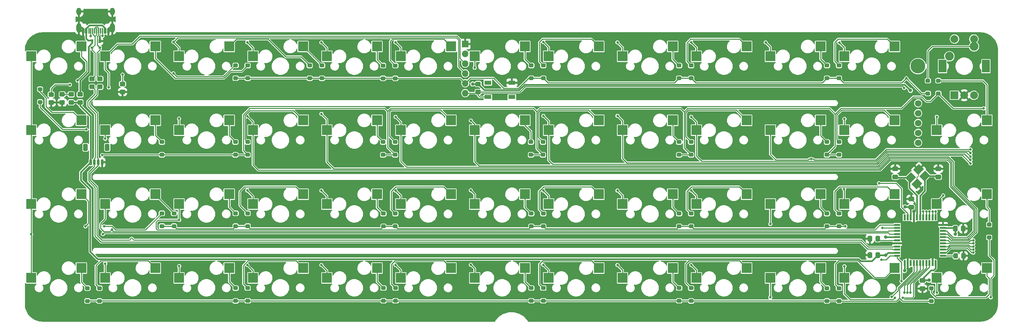
<source format=gbl>
G04 #@! TF.GenerationSoftware,KiCad,Pcbnew,(6.0.1-0)*
G04 #@! TF.CreationDate,2022-06-04T21:55:58-05:00*
G04 #@! TF.ProjectId,pcb,7063622e-6b69-4636-9164-5f7063625858,rev?*
G04 #@! TF.SameCoordinates,Original*
G04 #@! TF.FileFunction,Copper,L2,Bot*
G04 #@! TF.FilePolarity,Positive*
%FSLAX46Y46*%
G04 Gerber Fmt 4.6, Leading zero omitted, Abs format (unit mm)*
G04 Created by KiCad (PCBNEW (6.0.1-0)) date 2022-06-04 21:55:58*
%MOMM*%
%LPD*%
G01*
G04 APERTURE LIST*
G04 Aperture macros list*
%AMRoundRect*
0 Rectangle with rounded corners*
0 $1 Rounding radius*
0 $2 $3 $4 $5 $6 $7 $8 $9 X,Y pos of 4 corners*
0 Add a 4 corners polygon primitive as box body*
4,1,4,$2,$3,$4,$5,$6,$7,$8,$9,$2,$3,0*
0 Add four circle primitives for the rounded corners*
1,1,$1+$1,$2,$3*
1,1,$1+$1,$4,$5*
1,1,$1+$1,$6,$7*
1,1,$1+$1,$8,$9*
0 Add four rect primitives between the rounded corners*
20,1,$1+$1,$2,$3,$4,$5,0*
20,1,$1+$1,$4,$5,$6,$7,0*
20,1,$1+$1,$6,$7,$8,$9,0*
20,1,$1+$1,$8,$9,$2,$3,0*%
%AMRotRect*
0 Rectangle, with rotation*
0 The origin of the aperture is its center*
0 $1 length*
0 $2 width*
0 $3 Rotation angle, in degrees counterclockwise*
0 Add horizontal line*
21,1,$1,$2,0,0,$3*%
G04 Aperture macros list end*
G04 #@! TA.AperFunction,SMDPad,CuDef*
%ADD10RoundRect,0.250000X-0.350000X-0.650000X0.350000X-0.650000X0.350000X0.650000X-0.350000X0.650000X0*%
G04 #@! TD*
G04 #@! TA.AperFunction,SMDPad,CuDef*
%ADD11RoundRect,0.150000X-0.150000X-0.625000X0.150000X-0.625000X0.150000X0.625000X-0.150000X0.625000X0*%
G04 #@! TD*
G04 #@! TA.AperFunction,SMDPad,CuDef*
%ADD12R,2.550000X2.500000*%
G04 #@! TD*
G04 #@! TA.AperFunction,ComponentPad*
%ADD13R,2.000000X2.000000*%
G04 #@! TD*
G04 #@! TA.AperFunction,ComponentPad*
%ADD14C,2.000000*%
G04 #@! TD*
G04 #@! TA.AperFunction,ComponentPad*
%ADD15R,2.000000X3.200000*%
G04 #@! TD*
G04 #@! TA.AperFunction,ComponentPad*
%ADD16C,3.800000*%
G04 #@! TD*
G04 #@! TA.AperFunction,ComponentPad*
%ADD17C,2.250000*%
G04 #@! TD*
G04 #@! TA.AperFunction,SMDPad,CuDef*
%ADD18RoundRect,0.250000X-0.475000X0.337500X-0.475000X-0.337500X0.475000X-0.337500X0.475000X0.337500X0*%
G04 #@! TD*
G04 #@! TA.AperFunction,SMDPad,CuDef*
%ADD19RoundRect,0.250000X0.350000X-0.250000X0.350000X0.250000X-0.350000X0.250000X-0.350000X-0.250000X0*%
G04 #@! TD*
G04 #@! TA.AperFunction,ComponentPad*
%ADD20O,1.700000X1.700000*%
G04 #@! TD*
G04 #@! TA.AperFunction,ComponentPad*
%ADD21R,1.700000X1.700000*%
G04 #@! TD*
G04 #@! TA.AperFunction,SMDPad,CuDef*
%ADD22R,1.800000X1.100000*%
G04 #@! TD*
G04 #@! TA.AperFunction,SMDPad,CuDef*
%ADD23R,1.500000X0.500000*%
G04 #@! TD*
G04 #@! TA.AperFunction,SMDPad,CuDef*
%ADD24R,0.500000X1.500000*%
G04 #@! TD*
G04 #@! TA.AperFunction,SMDPad,CuDef*
%ADD25RoundRect,0.250000X0.475000X-0.337500X0.475000X0.337500X-0.475000X0.337500X-0.475000X-0.337500X0*%
G04 #@! TD*
G04 #@! TA.AperFunction,SMDPad,CuDef*
%ADD26RotRect,2.100000X1.800000X45.000000*%
G04 #@! TD*
G04 #@! TA.AperFunction,SMDPad,CuDef*
%ADD27RoundRect,0.249999X0.450001X-0.325001X0.450001X0.325001X-0.450001X0.325001X-0.450001X-0.325001X0*%
G04 #@! TD*
G04 #@! TA.AperFunction,SMDPad,CuDef*
%ADD28RoundRect,0.150000X-0.150000X-0.575000X0.150000X-0.575000X0.150000X0.575000X-0.150000X0.575000X0*%
G04 #@! TD*
G04 #@! TA.AperFunction,SMDPad,CuDef*
%ADD29RoundRect,0.075000X-0.075000X-0.650000X0.075000X-0.650000X0.075000X0.650000X-0.075000X0.650000X0*%
G04 #@! TD*
G04 #@! TA.AperFunction,ComponentPad*
%ADD30O,1.300000X2.400000*%
G04 #@! TD*
G04 #@! TA.AperFunction,ComponentPad*
%ADD31O,1.300000X1.900000*%
G04 #@! TD*
G04 #@! TA.AperFunction,SMDPad,CuDef*
%ADD32RoundRect,0.249999X-0.450001X0.325001X-0.450001X-0.325001X0.450001X-0.325001X0.450001X0.325001X0*%
G04 #@! TD*
G04 #@! TA.AperFunction,SMDPad,CuDef*
%ADD33RoundRect,0.250000X-0.337500X-0.475000X0.337500X-0.475000X0.337500X0.475000X-0.337500X0.475000X0*%
G04 #@! TD*
G04 #@! TA.AperFunction,SMDPad,CuDef*
%ADD34RoundRect,0.250000X0.337500X0.475000X-0.337500X0.475000X-0.337500X-0.475000X0.337500X-0.475000X0*%
G04 #@! TD*
G04 #@! TA.AperFunction,SMDPad,CuDef*
%ADD35RoundRect,0.249999X0.325001X0.450001X-0.325001X0.450001X-0.325001X-0.450001X0.325001X-0.450001X0*%
G04 #@! TD*
G04 #@! TA.AperFunction,SMDPad,CuDef*
%ADD36R,0.700000X1.000000*%
G04 #@! TD*
G04 #@! TA.AperFunction,SMDPad,CuDef*
%ADD37R,0.700000X0.600000*%
G04 #@! TD*
G04 #@! TA.AperFunction,ComponentPad*
%ADD38C,1.700000*%
G04 #@! TD*
G04 #@! TA.AperFunction,ViaPad*
%ADD39C,0.650000*%
G04 #@! TD*
G04 #@! TA.AperFunction,ViaPad*
%ADD40C,0.900000*%
G04 #@! TD*
G04 #@! TA.AperFunction,Conductor*
%ADD41C,0.250000*%
G04 #@! TD*
G04 #@! TA.AperFunction,Conductor*
%ADD42C,0.400000*%
G04 #@! TD*
G04 #@! TA.AperFunction,Conductor*
%ADD43C,0.200000*%
G04 #@! TD*
G04 APERTURE END LIST*
D10*
X93790225Y-74118950D03*
X99390225Y-74118950D03*
D11*
X98090225Y-77993950D03*
X97090225Y-77993950D03*
X96090225Y-77993950D03*
X95090225Y-77993950D03*
D12*
X117905225Y-50653950D03*
X130832225Y-48113950D03*
X194105225Y-50653950D03*
X207032225Y-48113950D03*
X175055225Y-50653950D03*
X187982225Y-48113950D03*
X156005225Y-50653950D03*
X168932225Y-48113950D03*
X79805225Y-50653950D03*
X92732225Y-48113950D03*
X213155225Y-50653950D03*
X226082225Y-48113950D03*
X232205225Y-50653950D03*
X245132225Y-48113950D03*
X79805225Y-69703950D03*
X92732225Y-67163950D03*
X98855225Y-69703950D03*
X111782225Y-67163950D03*
X136960399Y-69703950D03*
X149887399Y-67163950D03*
X270305225Y-50653950D03*
X283232225Y-48113950D03*
X156005225Y-69703950D03*
X168932225Y-67163950D03*
X175055225Y-69703950D03*
X187982225Y-67163950D03*
X194105225Y-69703950D03*
X207032225Y-67163950D03*
X98855225Y-107803950D03*
X111782225Y-105263950D03*
X117905225Y-107803950D03*
X130832225Y-105263950D03*
X136955225Y-107803950D03*
X149882225Y-105263950D03*
X156005225Y-107803950D03*
X168932225Y-105263950D03*
X175055225Y-107803950D03*
X187982225Y-105263950D03*
X213155225Y-107803950D03*
X226082225Y-105263950D03*
X232205225Y-107803950D03*
X245132225Y-105263950D03*
X251255225Y-107803950D03*
X264182225Y-105263950D03*
X270305225Y-107803950D03*
X283232225Y-105263950D03*
X194105225Y-107803950D03*
X207032225Y-105263950D03*
X270305225Y-88753950D03*
X283232225Y-86213950D03*
X251255225Y-88753950D03*
X264182225Y-86213950D03*
X213155225Y-88753950D03*
X226082225Y-86213950D03*
X175055225Y-88753950D03*
X187982225Y-86213950D03*
X136955225Y-88753950D03*
X149882225Y-86213950D03*
X79805225Y-88753950D03*
X92732225Y-86213950D03*
X156005225Y-88753950D03*
X168932225Y-86213950D03*
X289355225Y-69703950D03*
X302282225Y-67163950D03*
X117905225Y-88753950D03*
X130832225Y-86213950D03*
X98855225Y-88753950D03*
X111782225Y-86213950D03*
X251255225Y-69703950D03*
X264182225Y-67163950D03*
X232205225Y-69703950D03*
X245132225Y-67163950D03*
X270305225Y-69703950D03*
X283232225Y-67163950D03*
X289355225Y-107803950D03*
X302282225Y-105263950D03*
X289355225Y-88753950D03*
X302282225Y-86213950D03*
X289355225Y-50653950D03*
X302282225Y-48113950D03*
D13*
X317752725Y-60693950D03*
D14*
X322752725Y-60693950D03*
X320252725Y-60693950D03*
D15*
X314652725Y-53193950D03*
X325852725Y-53193950D03*
D14*
X322752725Y-46193950D03*
X317752725Y-46193950D03*
D12*
X98855225Y-50653950D03*
X111782225Y-48113950D03*
X136955225Y-50653950D03*
X149882225Y-48113950D03*
X313167785Y-107804230D03*
X326094785Y-105264230D03*
X313167785Y-69704070D03*
X326094785Y-67164070D03*
X313167785Y-88754150D03*
X326094785Y-86214150D03*
X194105225Y-88753950D03*
X207032225Y-86213950D03*
X232205225Y-88753950D03*
X245132225Y-86213950D03*
X79805225Y-107803950D03*
X92732225Y-105263950D03*
X251255225Y-50653950D03*
X264182225Y-48113950D03*
X117905225Y-69703950D03*
X130832225Y-67163950D03*
X213155225Y-69703950D03*
X226082225Y-67163950D03*
D16*
X308346661Y-53193950D03*
D17*
X316442725Y-50653950D03*
X322792725Y-48113950D03*
D18*
X309490225Y-108456450D03*
X309490225Y-110531450D03*
D19*
X116590225Y-94443950D03*
X116590225Y-91143950D03*
X208590225Y-76043950D03*
X208590225Y-72743950D03*
X170490225Y-76043950D03*
X170490225Y-72743950D03*
X135581415Y-76043950D03*
X135581415Y-72743950D03*
X113490225Y-76043950D03*
X113490225Y-72743950D03*
X284890625Y-56306250D03*
X284890625Y-53006250D03*
X249881415Y-56306250D03*
X249881415Y-53006250D03*
X211781415Y-56306250D03*
X211781415Y-53006250D03*
X208681415Y-56306250D03*
X208681415Y-53006250D03*
X173651789Y-56333377D03*
X173651789Y-53033377D03*
X170476789Y-56333377D03*
X170476789Y-53033377D03*
X154751789Y-56306250D03*
X154751789Y-53006250D03*
X287990625Y-113750000D03*
X287990625Y-110450000D03*
X284890625Y-113750000D03*
X284890625Y-110450000D03*
X249890625Y-113713123D03*
X249890625Y-110413123D03*
X246790625Y-113706250D03*
X246790625Y-110406250D03*
X211783999Y-113706250D03*
X211783999Y-110406250D03*
X208700000Y-113706250D03*
X208700000Y-110406250D03*
X211790625Y-94506250D03*
X211790625Y-91206250D03*
X284890625Y-76043950D03*
X284890625Y-72743950D03*
X208690625Y-94506250D03*
X208690625Y-91206250D03*
X170585999Y-94506250D03*
X170585999Y-91206250D03*
X132490225Y-94443950D03*
X132490225Y-91143950D03*
X287990625Y-76043950D03*
X287990625Y-72743950D03*
X284890625Y-94506250D03*
X284890625Y-91206250D03*
X249890625Y-94506250D03*
X249890625Y-91206250D03*
X246790625Y-94506250D03*
X246790625Y-91206250D03*
X173690625Y-113706250D03*
X173690625Y-110406250D03*
X151576789Y-56306250D03*
X151576789Y-53006250D03*
X211690225Y-76043950D03*
X211690225Y-72743950D03*
D20*
X191665313Y-60143950D03*
X191665313Y-49983950D03*
X191665313Y-55063950D03*
X191665313Y-57603950D03*
X191665313Y-52523950D03*
D21*
X191665313Y-47443950D03*
D19*
X287990625Y-56306250D03*
X287990625Y-53006250D03*
X311790625Y-113750000D03*
X311790625Y-110450000D03*
X313590225Y-60243950D03*
X313590225Y-56943950D03*
X326690225Y-97343950D03*
X326690225Y-94043950D03*
D22*
X203690225Y-57443950D03*
X197490225Y-61143950D03*
X203690225Y-61143950D03*
X197490225Y-57443950D03*
D23*
X302990225Y-102093950D03*
X302990225Y-101293950D03*
X302990225Y-100493950D03*
X302990225Y-99693950D03*
X302990225Y-98893950D03*
X302990225Y-98093950D03*
X302990225Y-97293950D03*
X302990225Y-96493950D03*
X302990225Y-95693950D03*
X302990225Y-94893950D03*
X302990225Y-94093950D03*
D24*
X304890225Y-92193950D03*
X305690225Y-92193950D03*
X306490225Y-92193950D03*
X307290225Y-92193950D03*
X308090225Y-92193950D03*
X308890225Y-92193950D03*
X309690225Y-92193950D03*
X310490225Y-92193950D03*
X311290225Y-92193950D03*
X312090225Y-92193950D03*
X312890225Y-92193950D03*
D23*
X314790225Y-94093950D03*
X314790225Y-94893950D03*
X314790225Y-95693950D03*
X314790225Y-96493950D03*
X314790225Y-97293950D03*
X314790225Y-98093950D03*
X314790225Y-98893950D03*
X314790225Y-99693950D03*
X314790225Y-100493950D03*
X314790225Y-101293950D03*
X314790225Y-102093950D03*
D24*
X312890225Y-103993950D03*
X312090225Y-103993950D03*
X311290225Y-103993950D03*
X310490225Y-103993950D03*
X309690225Y-103993950D03*
X308890225Y-103993950D03*
X308090225Y-103993950D03*
X307290225Y-103993950D03*
X306490225Y-103993950D03*
X305690225Y-103993950D03*
X304890225Y-103993950D03*
D25*
X306590225Y-89531450D03*
X306590225Y-87456450D03*
X313590225Y-81731450D03*
X313590225Y-79656450D03*
X302490225Y-81731450D03*
X302490225Y-79656450D03*
D26*
X306451747Y-81906082D03*
X308502357Y-79855472D03*
X310128703Y-81481818D03*
X308078093Y-83532428D03*
D27*
X92390225Y-62518950D03*
X92390225Y-60468950D03*
D28*
X93165217Y-44091450D03*
X93965217Y-44091450D03*
D29*
X95165217Y-44091450D03*
X96161217Y-44091450D03*
X96665217Y-44091450D03*
X97665217Y-44091450D03*
D28*
X99665217Y-44091450D03*
X98865217Y-44091450D03*
D29*
X98165217Y-44091450D03*
X97165217Y-44091450D03*
X95665217Y-44091450D03*
X94665217Y-44091450D03*
D30*
X100715217Y-43316450D03*
D31*
X100715217Y-39116450D03*
X92115217Y-39116450D03*
D30*
X92115217Y-43316450D03*
D27*
X97490625Y-58518950D03*
X97490625Y-56468950D03*
X84940225Y-62568950D03*
X84940225Y-60518950D03*
D32*
X90090225Y-60468950D03*
X90090225Y-62518950D03*
D27*
X87790225Y-62518950D03*
X87790225Y-60468950D03*
D19*
X135590625Y-113706250D03*
X135590625Y-110406250D03*
X132490625Y-113713123D03*
X132490625Y-110413123D03*
D33*
X317952725Y-95093950D03*
X320027725Y-95093950D03*
D27*
X95490625Y-58518950D03*
X95490625Y-56468950D03*
D34*
X298027725Y-101893950D03*
X295952725Y-101893950D03*
X298027725Y-97693950D03*
X295952725Y-97693950D03*
D35*
X320115225Y-102093950D03*
X318065225Y-102093950D03*
D19*
X82090225Y-62443950D03*
X82090225Y-59143950D03*
X94290225Y-113743950D03*
X94290225Y-110443950D03*
X97390225Y-113743950D03*
X97390225Y-110443950D03*
X170590625Y-113706250D03*
X170590625Y-110406250D03*
X135590225Y-94443950D03*
X135590225Y-91143950D03*
X173650000Y-94506250D03*
X173650000Y-91206250D03*
X287990625Y-94506250D03*
X287990625Y-91206250D03*
X113490225Y-94443950D03*
X113490225Y-91143950D03*
X135581415Y-56306250D03*
X135581415Y-53006250D03*
X310890225Y-60243950D03*
X310890225Y-56943950D03*
X246781415Y-56306250D03*
X246781415Y-53006250D03*
X132490625Y-56299950D03*
X132490625Y-52999950D03*
D27*
X194990225Y-59818950D03*
X194990225Y-57768950D03*
D19*
X249881415Y-76043950D03*
X249881415Y-72743950D03*
X246781415Y-76043950D03*
X246781415Y-72743950D03*
X173590225Y-76043950D03*
X173590225Y-72743950D03*
X132431415Y-76043950D03*
X132431415Y-72743950D03*
D27*
X103340225Y-59818950D03*
X103340225Y-57768950D03*
D36*
X97490625Y-46743950D03*
D37*
X97490625Y-48443950D03*
X95490625Y-48443950D03*
X95490625Y-46543950D03*
D38*
X308390225Y-67843950D03*
X308390225Y-70383950D03*
X308390225Y-72923950D03*
X308390225Y-65303950D03*
X308390225Y-62763950D03*
D39*
X98890225Y-71893950D03*
X116449994Y-55034181D03*
X91735725Y-56893950D03*
X98590225Y-94493950D03*
X93790225Y-94493950D03*
D40*
X299990225Y-97293950D03*
X193590225Y-57793950D03*
X306390225Y-59443950D03*
X317990225Y-96543950D03*
X304990225Y-89493950D03*
X299990225Y-101893950D03*
X304890225Y-105893950D03*
X311190225Y-108393950D03*
D39*
X305352525Y-56306250D03*
X299190225Y-94893950D03*
X93990225Y-69493950D03*
X325290225Y-64093950D03*
X301540225Y-112693950D03*
X98090225Y-76093950D03*
X289640225Y-94493950D03*
X304090225Y-108643950D03*
X327090225Y-112793950D03*
X298940225Y-103093950D03*
X98275725Y-96493950D03*
X79805225Y-96508950D03*
X100590225Y-95293950D03*
X99790225Y-58693950D03*
X98890225Y-104093950D03*
X117940225Y-104743950D03*
X117905225Y-66741650D03*
X117940225Y-92843950D03*
X116490625Y-46956250D03*
X135490625Y-47056250D03*
X135490625Y-85256250D03*
X135490625Y-104456250D03*
X135490625Y-66094350D03*
X154590625Y-104456250D03*
X154590625Y-47056250D03*
X154590625Y-85256250D03*
X154590625Y-65493550D03*
X173690625Y-66244350D03*
X173690625Y-85256250D03*
X173690625Y-104456250D03*
X173690625Y-47056250D03*
X322590225Y-98093950D03*
X193099994Y-67203719D03*
X193090225Y-85193950D03*
X194090225Y-53593950D03*
X321890225Y-78293950D03*
X193090225Y-104393950D03*
X211790625Y-104456250D03*
X211790625Y-85256250D03*
X211790625Y-65994350D03*
X211790625Y-46956250D03*
X321890225Y-77393950D03*
X322590225Y-98893950D03*
X230890625Y-85256250D03*
X230890625Y-47056250D03*
X322590225Y-99693950D03*
X230890625Y-65994350D03*
X230890625Y-104456250D03*
X321890225Y-76493950D03*
X321890225Y-75593950D03*
X249890625Y-104456250D03*
X249890625Y-47056250D03*
X249890625Y-85256250D03*
X249890625Y-66243550D03*
X322590225Y-100493950D03*
X321890225Y-74693950D03*
X269090625Y-47056250D03*
X322590225Y-101273453D03*
X280790225Y-77134930D03*
X270290225Y-112793950D03*
X270290225Y-93893950D03*
X289390225Y-104793950D03*
X289290225Y-84918929D03*
X288090625Y-47156250D03*
X289390225Y-66793950D03*
X304440225Y-112893950D03*
X302390225Y-112893950D03*
X103340225Y-55393950D03*
X98190225Y-45393950D03*
X95146515Y-45410167D03*
X89790225Y-57943950D03*
X304790225Y-58793950D03*
X298290225Y-83393950D03*
X313190225Y-66243950D03*
X314840225Y-86543950D03*
X306410725Y-111593950D03*
X313190225Y-111593950D03*
X293990225Y-100793950D03*
X305631222Y-111593950D03*
X304851719Y-111593950D03*
X309710722Y-90693950D03*
X310490225Y-90693950D03*
X311290225Y-90693950D03*
X312090225Y-90693950D03*
X312890225Y-90693950D03*
D41*
X136960399Y-69703950D02*
X136960399Y-78664124D01*
X298569745Y-80014430D02*
X301240225Y-77343950D01*
X136960399Y-78664124D02*
X138310705Y-80014430D01*
X316690225Y-84293950D02*
X322690225Y-90293950D01*
X138310705Y-80014430D02*
X298569745Y-80014430D01*
X301240225Y-77343950D02*
X315866781Y-77343950D01*
X315866781Y-77343950D02*
X316690225Y-78167394D01*
X322690225Y-90293950D02*
X322690225Y-95683784D01*
X316690225Y-78167394D02*
X316690225Y-84293950D01*
X322690225Y-95683784D02*
X320998139Y-97375870D01*
X320998139Y-97375870D02*
X317347427Y-97375870D01*
X317347427Y-97375870D02*
X315665507Y-95693950D01*
X315665507Y-95693950D02*
X314790225Y-95693950D01*
X156005225Y-77849910D02*
X157790225Y-79634910D01*
X317190225Y-97755390D02*
X315928785Y-96493950D01*
X157790225Y-79634910D02*
X298412543Y-79634910D01*
X156005225Y-69703950D02*
X156005225Y-77849910D01*
X298412543Y-79634910D02*
X301083023Y-76964430D01*
X301083023Y-76964430D02*
X316023983Y-76964430D01*
X316023983Y-76964430D02*
X317069745Y-78010192D01*
X323069745Y-95840986D02*
X321155341Y-97755390D01*
X317069745Y-78010192D02*
X317069745Y-84136748D01*
X323069745Y-90136748D02*
X323069745Y-95840986D01*
X321155341Y-97755390D02*
X317190225Y-97755390D01*
X317069745Y-84136748D02*
X323069745Y-90136748D01*
X315928785Y-96493950D02*
X314790225Y-96493950D01*
X175055225Y-69703950D02*
X175055225Y-77758950D01*
X176551665Y-79255390D02*
X298255341Y-79255390D01*
X175055225Y-77758950D02*
X176551665Y-79255390D01*
X300925821Y-76584910D02*
X316181185Y-76584910D01*
X317449265Y-83979546D02*
X323449265Y-89979546D01*
X323449265Y-89979546D02*
X323449265Y-95998188D01*
X298255341Y-79255390D02*
X300925821Y-76584910D01*
X316181185Y-76584910D02*
X317449265Y-77852990D01*
X317449265Y-77852990D02*
X317449265Y-83979546D01*
X323449265Y-95998188D02*
X321312543Y-98134910D01*
X316049265Y-97293950D02*
X314790225Y-97293950D01*
X321312543Y-98134910D02*
X316890225Y-98134910D01*
X316890225Y-98134910D02*
X316049265Y-97293950D01*
X302990225Y-96493950D02*
X300990225Y-96493950D01*
X300990225Y-96493950D02*
X300699265Y-96202990D01*
X98566685Y-96202990D02*
X98275725Y-96493950D01*
X300699265Y-96202990D02*
X98566685Y-96202990D01*
X100590225Y-95293950D02*
X100590225Y-95452990D01*
X100590225Y-95452990D02*
X100960705Y-95823470D01*
X100960705Y-95823470D02*
X300660705Y-95823470D01*
X300660705Y-95823470D02*
X300790225Y-95693950D01*
X300790225Y-95693950D02*
X302990225Y-95693950D01*
X105405753Y-97778422D02*
G75*
G02*
X105140225Y-98043950I-265527J-1D01*
G01*
X105671281Y-97512893D02*
G75*
G03*
X105405753Y-97778421I-1J-265527D01*
G01*
X106271281Y-98043950D02*
G75*
G02*
X106005753Y-97778422I-1J265527D01*
G01*
X106271281Y-98043950D02*
X106340225Y-98043950D01*
X106340225Y-98043950D02*
X293693779Y-98043950D01*
X94990225Y-82540396D02*
X96740625Y-84290796D01*
X97090225Y-77993950D02*
X97090225Y-78747504D01*
X97090225Y-78747504D02*
X94990225Y-80847504D01*
X293693779Y-98043950D02*
X295493779Y-99843950D01*
X96740625Y-84290796D02*
X96740625Y-96790796D01*
X94990225Y-80847504D02*
X94990225Y-82540396D01*
X301715224Y-99843950D02*
X301865224Y-99693950D01*
X96740625Y-96790796D02*
X97993779Y-98043950D01*
X106005753Y-97778421D02*
G75*
G03*
X105740225Y-97512893I-265527J1D01*
G01*
X97993779Y-98043950D02*
X105140225Y-98043950D01*
X105405753Y-97778422D02*
X105405753Y-97778421D01*
X105671281Y-97512893D02*
X105740225Y-97512893D01*
X106005753Y-97778421D02*
X106005753Y-97778422D01*
X295493779Y-99843950D02*
X301715224Y-99843950D01*
X301865224Y-99693950D02*
X302990225Y-99693950D01*
X96840225Y-76743950D02*
X96840225Y-65290396D01*
X97090225Y-77993950D02*
X97090225Y-76993950D01*
X97090225Y-76993950D02*
X96840225Y-76743950D01*
X96340225Y-76743950D02*
X96340225Y-65497504D01*
X96090225Y-77993950D02*
X96090225Y-76993950D01*
X96090225Y-76993950D02*
X96340225Y-76743950D01*
D42*
X95090225Y-77993950D02*
X95090225Y-66093950D01*
X95090225Y-66093950D02*
X92390225Y-63393950D01*
X92390225Y-63393950D02*
X92390225Y-62518950D01*
D41*
X96840225Y-65290396D02*
X94884108Y-63334279D01*
X96740625Y-60597104D02*
X96740625Y-59268950D01*
X94384108Y-63541387D02*
X94384108Y-62246513D01*
X96740625Y-59268950D02*
X97490625Y-58518950D01*
X94884108Y-62453621D02*
X96740625Y-60597104D01*
X94884108Y-63334279D02*
X94884108Y-62453621D01*
X96240625Y-59268950D02*
X95490625Y-58518950D01*
X96340225Y-65497504D02*
X94384108Y-63541387D01*
X94384108Y-62246513D02*
X96240625Y-60389996D01*
X96240625Y-60389996D02*
X96240625Y-59268950D01*
X96090225Y-77993950D02*
X96090225Y-79040396D01*
X96240625Y-96997904D02*
X97786671Y-98543950D01*
X94590225Y-80540396D02*
X94590225Y-82793950D01*
X295286671Y-100343950D02*
X301715224Y-100343950D01*
X94590225Y-82793950D02*
X96240625Y-84444350D01*
X96090225Y-79040396D02*
X94590225Y-80540396D01*
X97786671Y-98543950D02*
X293486671Y-98543950D01*
X96240625Y-84444350D02*
X96240625Y-96997904D01*
X301865224Y-100493950D02*
X302990225Y-100493950D01*
X293486671Y-98543950D02*
X295286671Y-100343950D01*
X301715224Y-100343950D02*
X301865224Y-100493950D01*
X98855225Y-71858950D02*
X98890225Y-71893950D01*
X98855225Y-69703950D02*
X98855225Y-71858950D01*
D42*
X95090225Y-77993950D02*
X92590225Y-80493950D01*
X94990225Y-84993950D02*
X94990225Y-100993950D01*
X92590225Y-82593950D02*
X94990225Y-84993950D01*
X293611619Y-103472556D02*
X296449119Y-103472556D01*
X94990225Y-100993950D02*
X96931184Y-102934909D01*
X92590225Y-80493950D02*
X92590225Y-82593950D01*
X293073972Y-102934909D02*
X293611619Y-103472556D01*
X96931184Y-102934909D02*
X293073972Y-102934909D01*
X296449119Y-103472556D02*
X298027725Y-101893950D01*
X90090225Y-62518950D02*
X92390225Y-62518950D01*
D41*
X92732225Y-48113950D02*
X92732225Y-50735950D01*
X94090225Y-54539450D02*
X91735725Y-56893950D01*
X129369327Y-55893950D02*
X132263328Y-52999950D01*
X129369327Y-55893950D02*
X117309763Y-55893950D01*
X117309763Y-55893950D02*
X116449994Y-55034181D01*
X92732225Y-50735950D02*
X94090225Y-52093950D01*
X94090225Y-52093950D02*
X94090225Y-54539450D01*
X132263328Y-52999950D02*
X132490625Y-52999950D01*
X131300000Y-54500000D02*
X134087665Y-54500000D01*
X134087665Y-54500000D02*
X135581415Y-53006250D01*
X129526529Y-56273470D02*
X131300000Y-54500000D01*
X118760705Y-56273470D02*
X129526529Y-56273470D01*
X116869745Y-56273470D02*
X111782225Y-51185950D01*
X111782225Y-51185950D02*
X111782225Y-48113950D01*
X118760705Y-56273470D02*
X116869745Y-56273470D01*
X140835770Y-46235770D02*
X145400000Y-50800000D01*
X130832225Y-48113950D02*
X132710405Y-46235770D01*
X132710405Y-46235770D02*
X140835770Y-46235770D01*
X145400000Y-50800000D02*
X149370539Y-50800000D01*
X149370539Y-50800000D02*
X151576789Y-53006250D01*
X154751789Y-52983514D02*
X149882225Y-48113950D01*
X154751789Y-53006250D02*
X154751789Y-52983514D01*
X168932225Y-51488813D02*
X168932225Y-48113950D01*
X170476789Y-53033377D02*
X168932225Y-51488813D01*
X172864230Y-46235770D02*
X172300000Y-46800000D01*
X186104045Y-46235770D02*
X172864230Y-46235770D01*
X172300000Y-46800000D02*
X172300000Y-51681588D01*
X187982225Y-48113950D02*
X186104045Y-46235770D01*
X172300000Y-51681588D02*
X173651789Y-53033377D01*
X207032225Y-48113950D02*
X207032225Y-51357060D01*
X207032225Y-51357060D02*
X208681415Y-53006250D01*
X226082225Y-48113950D02*
X224207704Y-46239429D01*
X224207704Y-46239429D02*
X211544746Y-46239429D01*
X211544746Y-46239429D02*
X210800000Y-46984175D01*
X210800000Y-52024835D02*
X211781415Y-53006250D01*
X210800000Y-46984175D02*
X210800000Y-52024835D01*
X245132225Y-51357060D02*
X246781415Y-53006250D01*
X245132225Y-48113950D02*
X245132225Y-51357060D01*
X248800000Y-47203725D02*
X248800000Y-51924835D01*
X248800000Y-51924835D02*
X249881415Y-53006250D01*
X262307704Y-46239429D02*
X249764296Y-46239429D01*
X249764296Y-46239429D02*
X248800000Y-47203725D01*
X264182225Y-48113950D02*
X262307704Y-46239429D01*
X284890625Y-53006250D02*
X283232225Y-51347850D01*
X283232225Y-51347850D02*
X283232225Y-48113950D01*
X302282225Y-48113950D02*
X300407704Y-46239429D01*
X286890625Y-51906250D02*
X287990625Y-53006250D01*
X300407704Y-46239429D02*
X287707446Y-46239429D01*
X287707446Y-46239429D02*
X286890625Y-47056250D01*
X286890625Y-47056250D02*
X286890625Y-51906250D01*
X83590225Y-63543950D02*
X83590225Y-61293950D01*
X83590225Y-61293950D02*
X82090225Y-59793950D01*
X82090225Y-59793950D02*
X82090225Y-59143950D01*
X85140225Y-65093950D02*
X83590225Y-63543950D01*
X92732225Y-67163950D02*
X90662225Y-65093950D01*
X90662225Y-65093950D02*
X85140225Y-65093950D01*
X111782225Y-71035950D02*
X113490225Y-72743950D01*
X111782225Y-67163950D02*
X111782225Y-71035950D01*
X130832225Y-71144760D02*
X130832225Y-67163950D01*
X132431415Y-72743950D02*
X130832225Y-71144760D01*
X134890225Y-65875197D02*
X134890225Y-72052760D01*
X134890225Y-72052760D02*
X135581415Y-72743950D01*
X149887399Y-67163950D02*
X147417399Y-64693950D01*
X147417399Y-64693950D02*
X136071473Y-64693950D01*
X136071473Y-64693950D02*
X134890225Y-65875197D01*
X170490225Y-72743950D02*
X168932225Y-71185950D01*
X168932225Y-71185950D02*
X168932225Y-67163950D01*
X185291745Y-64473470D02*
X172547427Y-64473470D01*
X187982225Y-67163950D02*
X185291745Y-64473470D01*
X172069745Y-71223470D02*
X173590225Y-72743950D01*
X172547427Y-64473470D02*
X172069745Y-64951152D01*
X172069745Y-64951152D02*
X172069745Y-71223470D01*
X207032225Y-68435950D02*
X208590225Y-69993950D01*
X207032225Y-67163950D02*
X207032225Y-68435950D01*
X208590225Y-69993950D02*
X208590225Y-72743950D01*
X210469745Y-65054718D02*
X210469745Y-71523470D01*
X211050993Y-64473470D02*
X210469745Y-65054718D01*
X223391745Y-64473470D02*
X211050993Y-64473470D01*
X210469745Y-71523470D02*
X211690225Y-72743950D01*
X226082225Y-67163950D02*
X223391745Y-64473470D01*
X245132225Y-71094760D02*
X245132225Y-67163950D01*
X246781415Y-72743950D02*
X245132225Y-71094760D01*
X249147427Y-64473470D02*
X248469745Y-65151152D01*
X248469745Y-71332280D02*
X249881415Y-72743950D01*
X264182225Y-67163950D02*
X261491745Y-64473470D01*
X248469745Y-65151152D02*
X248469745Y-71332280D01*
X261491745Y-64473470D02*
X249147427Y-64473470D01*
X283232225Y-71085550D02*
X283232225Y-67163950D01*
X284890625Y-72743950D02*
X283232225Y-71085550D01*
X302282225Y-67163950D02*
X299591745Y-64473470D01*
X299591745Y-64473470D02*
X288641152Y-64473470D01*
X287390225Y-72143550D02*
X287990625Y-72743950D01*
X288641152Y-64473470D02*
X287390225Y-65724397D01*
X287390225Y-65724397D02*
X287390225Y-72143550D01*
X94535705Y-88017430D02*
X94535705Y-93748470D01*
X98590225Y-94493950D02*
X100609778Y-94493950D01*
X94535705Y-93748470D02*
X93790225Y-94493950D01*
X109190225Y-95443950D02*
X113490225Y-91143950D01*
X101559778Y-95443950D02*
X109190225Y-95443950D01*
X92732225Y-86213950D02*
X94535705Y-88017430D01*
X100609778Y-94493950D02*
X101559778Y-95443950D01*
X111782225Y-86213950D02*
X111782225Y-86335950D01*
X111782225Y-86335950D02*
X116590225Y-91143950D01*
X130832225Y-86213950D02*
X130832225Y-89485950D01*
X130832225Y-89485950D02*
X132490225Y-91143950D01*
X133590625Y-85494350D02*
X133590625Y-89144350D01*
X148007704Y-84339429D02*
X134745546Y-84339429D01*
X133590625Y-89144350D02*
X135590225Y-91143950D01*
X149882225Y-86213950D02*
X148007704Y-84339429D01*
X134745546Y-84339429D02*
X133590625Y-85494350D01*
X170585999Y-91206250D02*
X168932225Y-89552476D01*
X168932225Y-89552476D02*
X168932225Y-86213950D01*
X187982225Y-86213950D02*
X186107704Y-84339429D01*
X172600000Y-85527322D02*
X172600000Y-90156250D01*
X186107704Y-84339429D02*
X173787893Y-84339429D01*
X173787893Y-84339429D02*
X172600000Y-85527322D01*
X172600000Y-90156250D02*
X173650000Y-91206250D01*
X207032225Y-89547850D02*
X208690625Y-91206250D01*
X207032225Y-86213950D02*
X207032225Y-89547850D01*
X210700000Y-85527322D02*
X210700000Y-90115625D01*
X224207704Y-84339429D02*
X211887893Y-84339429D01*
X211887893Y-84339429D02*
X210700000Y-85527322D01*
X210700000Y-90115625D02*
X211790625Y-91206250D01*
X226082225Y-86213950D02*
X224207704Y-84339429D01*
X245132225Y-89547850D02*
X246790625Y-91206250D01*
X245132225Y-86213950D02*
X245132225Y-89547850D01*
X264182225Y-86213950D02*
X262307704Y-84339429D01*
X262307704Y-84339429D02*
X249964296Y-84339429D01*
X248800000Y-85503725D02*
X248800000Y-90115625D01*
X248800000Y-90115625D02*
X249890625Y-91206250D01*
X249964296Y-84339429D02*
X248800000Y-85503725D01*
X283232225Y-89547850D02*
X284890625Y-91206250D01*
X283232225Y-86213950D02*
X283232225Y-89547850D01*
X286900000Y-90115625D02*
X287990625Y-91206250D01*
X300407704Y-84339429D02*
X288044746Y-84339429D01*
X288044746Y-84339429D02*
X286900000Y-85484175D01*
X302282225Y-86213950D02*
X300407704Y-84339429D01*
X286900000Y-85484175D02*
X286900000Y-90115625D01*
X92732225Y-105263950D02*
X92732225Y-108885950D01*
X92732225Y-108885950D02*
X94290225Y-110443950D01*
X111782225Y-105263950D02*
X109907704Y-103389429D01*
X96490225Y-109543950D02*
X96490225Y-104593950D01*
X97694746Y-103389429D02*
X96490225Y-104593950D01*
X97390225Y-110443950D02*
X96490225Y-109543950D01*
X109907704Y-103389429D02*
X97694746Y-103389429D01*
X132490625Y-110413123D02*
X130832225Y-108754723D01*
X130832225Y-108754723D02*
X130832225Y-105263950D01*
X134490225Y-104593950D02*
X134490225Y-109305850D01*
X135694746Y-103389429D02*
X134490225Y-104593950D01*
X134490225Y-109305850D02*
X135590625Y-110406250D01*
X148007704Y-103389429D02*
X135694746Y-103389429D01*
X149882225Y-105263950D02*
X148007704Y-103389429D01*
X168932225Y-105263950D02*
X168932225Y-108747850D01*
X168932225Y-108747850D02*
X170590625Y-110406250D01*
X186107704Y-103389429D02*
X173494746Y-103389429D01*
X172590225Y-104293950D02*
X172590225Y-109305850D01*
X187982225Y-105263950D02*
X186107704Y-103389429D01*
X172590225Y-109305850D02*
X173690625Y-110406250D01*
X173494746Y-103389429D02*
X172590225Y-104293950D01*
X207032225Y-108738475D02*
X208700000Y-110406250D01*
X207032225Y-105263950D02*
X207032225Y-108738475D01*
X210740225Y-104243950D02*
X210740225Y-109362476D01*
X226082225Y-105263950D02*
X224207704Y-103389429D01*
X224207704Y-103389429D02*
X211594746Y-103389429D01*
X210740225Y-109362476D02*
X211783999Y-110406250D01*
X211594746Y-103389429D02*
X210740225Y-104243950D01*
X245132225Y-108747850D02*
X246790625Y-110406250D01*
X245132225Y-105263950D02*
X245132225Y-108747850D01*
X249294746Y-103389429D02*
X248490225Y-104193950D01*
X248490225Y-104193950D02*
X248490225Y-109012723D01*
X264182225Y-105263950D02*
X262307704Y-103389429D01*
X248490225Y-109012723D02*
X249890625Y-110413123D01*
X262307704Y-103389429D02*
X249294746Y-103389429D01*
X283232225Y-108791600D02*
X284890625Y-110450000D01*
X283232225Y-105263950D02*
X283232225Y-108791600D01*
X299902225Y-107643950D02*
X297140225Y-107643950D01*
X297140225Y-107643950D02*
X292890225Y-103393950D01*
X287090225Y-104193950D02*
X287090225Y-109549600D01*
X287890225Y-103393950D02*
X287090225Y-104193950D01*
X302282225Y-105263950D02*
X299902225Y-107643950D01*
X287090225Y-109549600D02*
X287990625Y-110450000D01*
X292890225Y-103393950D02*
X287890225Y-103393950D01*
D42*
X312890225Y-105293950D02*
X312890225Y-103993950D01*
X304890225Y-105893950D02*
X304890225Y-103993950D01*
X309490225Y-108456450D02*
X309490225Y-107993950D01*
X306490225Y-92193950D02*
X306490225Y-89631450D01*
X306390225Y-59443950D02*
X304894745Y-57948470D01*
X317952725Y-96506450D02*
X317990225Y-96543950D01*
X311190225Y-108393950D02*
X309552725Y-108393950D01*
X311690225Y-105793950D02*
X312390225Y-105793950D01*
X205569745Y-59364430D02*
X196585705Y-59364430D01*
X312390225Y-105793950D02*
X312890225Y-105293950D01*
X309490225Y-107993950D02*
X311690225Y-105793950D01*
X193815225Y-57768950D02*
X193790225Y-57793950D01*
X299990225Y-101893950D02*
X298027725Y-101893950D01*
X194990225Y-57768950D02*
X193815225Y-57768950D01*
X300590225Y-101293950D02*
X302990225Y-101293950D01*
X299990225Y-97293950D02*
X302990225Y-97293950D01*
X317952725Y-95093950D02*
X317952725Y-96506450D01*
X206985705Y-57948470D02*
X205569745Y-59364430D01*
X317752725Y-94893950D02*
X317952725Y-95093950D01*
X196585705Y-59364430D02*
X194990225Y-57768950D01*
X304990225Y-89493950D02*
X306552725Y-89493950D01*
X299990225Y-101893950D02*
X300590225Y-101293950D01*
X309552725Y-108393950D02*
X309490225Y-108456450D01*
X304894745Y-57948470D02*
X206985705Y-57948470D01*
X314790225Y-94893950D02*
X317752725Y-94893950D01*
X193790225Y-57793950D02*
X193590225Y-57793950D01*
D41*
X298027725Y-97693950D02*
X298427725Y-98093950D01*
X298427725Y-98093950D02*
X302990225Y-98093950D01*
D42*
X306451747Y-81906082D02*
X306140225Y-82217604D01*
X308090225Y-86493950D02*
X308090225Y-92193950D01*
X302490225Y-81731450D02*
X302664857Y-81906082D01*
X306140225Y-84543950D02*
X308090225Y-86493950D01*
X302664857Y-81906082D02*
X306451747Y-81906082D01*
X306140225Y-82217604D02*
X306140225Y-84543950D01*
X313340593Y-81481818D02*
X313590225Y-81731450D01*
X310128703Y-85355472D02*
X308890225Y-86593950D01*
X310128703Y-81481818D02*
X313340593Y-81481818D01*
X308890225Y-86593950D02*
X308890225Y-92193950D01*
X310128703Y-81481818D02*
X310128703Y-85355472D01*
D41*
X207985137Y-56306250D02*
X205381477Y-58909910D01*
X205381477Y-58909910D02*
X201581585Y-58909910D01*
X304164825Y-57493950D02*
X305352525Y-56306250D01*
X289178325Y-57493950D02*
X287990625Y-56306250D01*
X198977925Y-56306250D02*
X192963013Y-56306250D01*
X302990225Y-94893950D02*
X299170672Y-94893950D01*
X211781415Y-56306250D02*
X208681415Y-56306250D01*
X291790225Y-57493950D02*
X289178325Y-57493950D01*
X201581585Y-58909910D02*
X198977925Y-56306250D01*
X211781415Y-56306250D02*
X211802525Y-56306250D01*
X211802525Y-56306250D02*
X212990225Y-57493950D01*
X173618362Y-56299950D02*
X173651789Y-56333377D01*
X192963013Y-56306250D02*
X191665313Y-57603950D01*
X299170672Y-94893950D02*
X299190225Y-94893950D01*
X191665313Y-57603950D02*
X190394740Y-56333377D01*
X310890225Y-60243950D02*
X309290225Y-60243950D01*
X252390225Y-57493950D02*
X281490225Y-57493950D01*
X190394740Y-56333377D02*
X173651789Y-56333377D01*
X132490625Y-56299950D02*
X173618362Y-56299950D01*
X245593715Y-57493950D02*
X246781415Y-56306250D01*
X283702925Y-57493950D02*
X284890625Y-56306250D01*
X291790225Y-57493950D02*
X304164825Y-57493950D01*
X246781415Y-56306250D02*
X249881415Y-56306250D01*
X251069115Y-57493950D02*
X249881415Y-56306250D01*
X252390225Y-57493950D02*
X251069115Y-57493950D01*
X208681415Y-56306250D02*
X207985137Y-56306250D01*
X281490225Y-57493950D02*
X283702925Y-57493950D01*
X309290225Y-60243950D02*
X305352525Y-56306250D01*
X287990625Y-56306250D02*
X284890625Y-56306250D01*
X212990225Y-57493950D02*
X245593715Y-57493950D01*
X248090225Y-74252760D02*
X249881415Y-76043950D01*
X248090225Y-64993950D02*
X248090225Y-74252760D01*
X311540225Y-62293950D02*
X313590225Y-60243950D01*
X307290225Y-103993950D02*
X307290225Y-106310340D01*
X303210705Y-110993950D02*
X303210705Y-111023470D01*
X82090225Y-62443950D02*
X82090225Y-63780672D01*
X309290225Y-61093950D02*
X310490225Y-62293950D01*
X98140225Y-76043950D02*
X98090225Y-76093950D01*
X171690225Y-64843950D02*
X171690225Y-74143950D01*
X287010705Y-65567195D02*
X287010705Y-73873470D01*
X288483950Y-64093950D02*
X304090225Y-64093950D01*
X113490225Y-76043950D02*
X135581415Y-76043950D01*
X307090225Y-61093950D02*
X309290225Y-61093950D01*
X248090225Y-64993950D02*
X247190225Y-64093950D01*
X303210705Y-111023470D02*
X301540225Y-112693950D01*
X210090225Y-64897516D02*
X210090225Y-74443950D01*
X313590225Y-60243950D02*
X317416755Y-64070480D01*
X304090225Y-64093950D02*
X307090225Y-61093950D01*
X93990225Y-69493950D02*
X87803503Y-69493950D01*
X249881415Y-76043950D02*
X246781415Y-76043950D01*
X134490225Y-74952760D02*
X134490225Y-65738475D01*
X287990625Y-76043950D02*
X284890625Y-76043950D01*
X325290225Y-64093950D02*
X325266755Y-64070480D01*
X135581415Y-76043950D02*
X134490225Y-74952760D01*
X170490225Y-76043950D02*
X173590225Y-76043950D01*
X284890625Y-76043950D02*
X284890625Y-75993550D01*
X136134750Y-64093950D02*
X170940225Y-64093950D01*
X171665225Y-64818950D02*
X171690225Y-64843950D01*
X113490225Y-76043950D02*
X98140225Y-76043950D01*
X247190225Y-64093950D02*
X210893791Y-64093950D01*
X310490225Y-62293950D02*
X311540225Y-62293950D01*
X210090225Y-74443950D02*
X211690225Y-76043950D01*
X134490225Y-65738475D02*
X136134750Y-64093950D01*
X171690225Y-74143950D02*
X173590225Y-76043950D01*
X287010705Y-65567195D02*
X288483950Y-64093950D01*
X210893791Y-64093950D02*
X210090225Y-64897516D01*
X208890225Y-76043950D02*
X211990225Y-76043950D01*
X285537460Y-64093950D02*
X248990225Y-64093950D01*
X248990225Y-64093950D02*
X248090225Y-64993950D01*
X209286660Y-64093950D02*
X172390225Y-64093950D01*
X305998420Y-107602145D02*
X303210705Y-110389860D01*
X303210705Y-110389860D02*
X303210705Y-110993950D01*
X325266755Y-64070480D02*
X317416755Y-64070480D01*
X284890625Y-75993550D02*
X287010705Y-73873470D01*
X172390225Y-64093950D02*
X171665225Y-64818950D01*
X170940225Y-64093950D02*
X171665225Y-64818950D01*
X210090225Y-64897516D02*
X209286660Y-64093950D01*
X287010705Y-65567195D02*
X285537460Y-64093950D01*
X82090225Y-63780672D02*
X87803503Y-69493950D01*
X307290225Y-106310340D02*
X305998420Y-107602145D01*
X211790625Y-94506250D02*
X208690625Y-94506250D01*
X246790625Y-94506250D02*
X246232445Y-95064430D01*
X250448805Y-95064430D02*
X249890625Y-94506250D01*
X327090225Y-112793950D02*
X327090225Y-107893950D01*
X170027819Y-95064430D02*
X136210705Y-95064430D01*
X212348805Y-95064430D02*
X211790625Y-94506250D01*
X302990225Y-102093950D02*
X302990225Y-102693950D01*
X131869745Y-95064430D02*
X117210705Y-95064430D01*
X284890625Y-94506250D02*
X284332445Y-95064430D01*
X304090225Y-103793950D02*
X304090225Y-108643950D01*
X116590225Y-94443950D02*
X113490225Y-94443950D01*
X284332445Y-95064430D02*
X250448805Y-95064430D01*
X302990225Y-102693950D02*
X304090225Y-103793950D01*
X246232445Y-95064430D02*
X212348805Y-95064430D01*
X135590225Y-94443950D02*
X132490225Y-94443950D01*
X289627925Y-94506250D02*
X289640225Y-94493950D01*
X302990225Y-102093950D02*
X301140225Y-102093950D01*
X327090225Y-107893950D02*
X327890225Y-107093950D01*
X298940225Y-103093950D02*
X300140225Y-103093950D01*
X208690625Y-94506250D02*
X208132445Y-95064430D01*
X170585999Y-94506250D02*
X170027819Y-95064430D01*
X136210705Y-95064430D02*
X135590225Y-94443950D01*
X284890625Y-94506250D02*
X287990625Y-94506250D01*
X117210705Y-95064430D02*
X116590225Y-94443950D01*
X287990625Y-94506250D02*
X289627925Y-94506250D01*
X249890625Y-94506250D02*
X246790625Y-94506250D01*
X327890225Y-107093950D02*
X327890225Y-103193950D01*
X327890225Y-103193950D02*
X326690225Y-101993950D01*
X132490225Y-94443950D02*
X131869745Y-95064430D01*
X301140225Y-102093950D02*
X300140225Y-103093950D01*
X173650000Y-94506250D02*
X174208180Y-95064430D01*
X170585999Y-94506250D02*
X173650000Y-94506250D01*
X326690225Y-101993950D02*
X326690225Y-97343950D01*
X208132445Y-95064430D02*
X174208180Y-95064430D01*
X308090225Y-103993950D02*
X308090225Y-106047062D01*
X303590225Y-113006050D02*
X302846275Y-113750000D01*
X135590625Y-113706250D02*
X173690625Y-113706250D01*
X135583752Y-113713123D02*
X135590625Y-113706250D01*
X303590225Y-110547062D02*
X303590225Y-113006050D01*
X304334175Y-113750000D02*
X304434175Y-113750000D01*
X303590225Y-113006050D02*
X304334175Y-113750000D01*
X308090225Y-106047062D02*
X303590225Y-110547062D01*
X287990625Y-113750000D02*
X302846275Y-113750000D01*
X132490625Y-113713123D02*
X135583752Y-113713123D01*
X304434175Y-113750000D02*
X311790625Y-113750000D01*
X249890625Y-113713123D02*
X287953748Y-113713123D01*
X173690625Y-113706250D02*
X211783999Y-113706250D01*
X211783999Y-113706250D02*
X249883752Y-113706250D01*
X249883752Y-113706250D02*
X249890625Y-113713123D01*
X287953748Y-113713123D02*
X287990625Y-113750000D01*
X132490625Y-113713123D02*
X94321052Y-113713123D01*
X94321052Y-113713123D02*
X94290225Y-113743950D01*
X79805225Y-96508950D02*
X79805225Y-107803950D01*
X79805225Y-88753950D02*
X79805225Y-96508950D01*
X79805225Y-62641650D02*
X79805225Y-69703950D01*
X79805225Y-69703950D02*
X79805225Y-79041650D01*
X79805225Y-79041650D02*
X79805225Y-88753950D01*
X79805225Y-50653950D02*
X79805225Y-62641650D01*
X98519745Y-95823470D02*
X100060705Y-95823470D01*
X99790225Y-54893950D02*
X99790225Y-58693950D01*
X98855225Y-53958950D02*
X99790225Y-54893950D01*
X189511105Y-45476730D02*
X107807445Y-45476730D01*
X102015225Y-47493950D02*
X98855225Y-50653950D01*
X98855225Y-88753950D02*
X98855225Y-92628950D01*
X98855225Y-92628950D02*
X97690225Y-93793950D01*
X97690225Y-94993950D02*
X98519745Y-95823470D01*
X97690225Y-93793950D02*
X97690225Y-94993950D01*
X107807445Y-45476730D02*
X105790225Y-47493950D01*
X98855225Y-50653950D02*
X98855225Y-53958950D01*
X98855225Y-107803950D02*
X98855225Y-104128950D01*
X98855225Y-104128950D02*
X98890225Y-104093950D01*
X190290225Y-51148862D02*
X190290225Y-46255850D01*
X105790225Y-47493950D02*
X102015225Y-47493950D01*
X190290225Y-46255850D02*
X189511105Y-45476730D01*
X100060705Y-95823470D02*
X100590225Y-95293950D01*
X191665313Y-52523950D02*
X190290225Y-51148862D01*
X117905225Y-92808950D02*
X117940225Y-92843950D01*
X117590625Y-45856250D02*
X189353903Y-45856250D01*
X117940225Y-92843950D02*
X112540225Y-92843950D01*
X189353903Y-45856250D02*
X189910705Y-46413052D01*
X189910705Y-46413052D02*
X189910705Y-53309342D01*
X111990225Y-95093950D02*
X112340225Y-95443950D01*
X111990225Y-93393950D02*
X111990225Y-95093950D01*
X117905225Y-48370850D02*
X116490625Y-46956250D01*
X117905225Y-50653950D02*
X117905225Y-48370850D01*
X117905225Y-104778950D02*
X117940225Y-104743950D01*
X297240225Y-95443950D02*
X298590225Y-94093950D01*
X189910705Y-53309342D02*
X191665313Y-55063950D01*
X117905225Y-107803950D02*
X117905225Y-104778950D01*
X117905225Y-69703950D02*
X117905225Y-66741650D01*
X117905225Y-88753950D02*
X117905225Y-92808950D01*
X298590225Y-94093950D02*
X302990225Y-94093950D01*
X112540225Y-92843950D02*
X111990225Y-93393950D01*
X116490625Y-46956250D02*
X117590625Y-45856250D01*
X112340225Y-95443950D02*
X297240225Y-95443950D01*
X135490625Y-104456250D02*
X136955225Y-105920850D01*
X136955225Y-105920850D02*
X136955225Y-107803950D01*
X136955225Y-50653950D02*
X136955225Y-48520850D01*
X136955225Y-48520850D02*
X135490625Y-47056250D01*
X135490625Y-85256250D02*
X136955225Y-86720850D01*
X136960399Y-67564124D02*
X135490625Y-66094350D01*
X136955225Y-86720850D02*
X136955225Y-88753950D01*
X136960399Y-69703950D02*
X136960399Y-67564124D01*
X156005225Y-66908150D02*
X154590625Y-65493550D01*
X156005225Y-105870850D02*
X156005225Y-107803950D01*
X156005225Y-69703950D02*
X156005225Y-66908150D01*
X154590625Y-104456250D02*
X156005225Y-105870850D01*
X156005225Y-50653950D02*
X156005225Y-48470850D01*
X156005225Y-88753950D02*
X156005225Y-86670850D01*
X156005225Y-86670850D02*
X154590625Y-85256250D01*
X156005225Y-48470850D02*
X154590625Y-47056250D01*
X175055225Y-105820850D02*
X175055225Y-107803950D01*
X173690625Y-104456250D02*
X175055225Y-105820850D01*
X175055225Y-88753950D02*
X175055225Y-86620850D01*
X175055225Y-69703950D02*
X175055225Y-67608950D01*
X175055225Y-48420850D02*
X175055225Y-50653950D01*
X175055225Y-67608950D02*
X173690625Y-66244350D01*
X175055225Y-86620850D02*
X173690625Y-85256250D01*
X173690625Y-47056250D02*
X175055225Y-48420850D01*
X316490225Y-98514430D02*
X321469745Y-98514430D01*
X195190225Y-78875870D02*
X194105225Y-77790870D01*
X194105225Y-105705225D02*
X194105225Y-107803950D01*
X314790225Y-98093950D02*
X316069745Y-98093950D01*
X321890225Y-98093950D02*
X322590225Y-98093950D01*
X319790225Y-76193950D02*
X321890225Y-78293950D01*
X316790225Y-76193950D02*
X319790225Y-76193950D01*
X194105225Y-69703950D02*
X194105225Y-68208950D01*
X300780059Y-76193950D02*
X298098139Y-78875870D01*
X194105225Y-68208950D02*
X193099994Y-67203719D01*
X316790225Y-76193950D02*
X300780059Y-76193950D01*
X298098139Y-78875870D02*
X195190225Y-78875870D01*
X194105225Y-77790870D02*
X194105225Y-69703950D01*
X194105225Y-86208950D02*
X193090225Y-85193950D01*
X316069745Y-98093950D02*
X316490225Y-98514430D01*
X321469745Y-98514430D02*
X321890225Y-98093950D01*
X194105225Y-105408950D02*
X193090225Y-104393950D01*
X194105225Y-50653950D02*
X194105225Y-53578950D01*
X194105225Y-53578950D02*
X194090225Y-53593950D01*
X194105225Y-88753950D02*
X194105225Y-86208950D01*
X194105225Y-105705225D02*
X194105225Y-105408950D01*
X317310705Y-75814430D02*
X320310705Y-75814430D01*
X213155225Y-69703950D02*
X213155225Y-67358950D01*
X317310705Y-75814430D02*
X315257593Y-75814430D01*
X213155225Y-50653950D02*
X213155225Y-48320850D01*
X213155225Y-48320850D02*
X211790625Y-46956250D01*
X213155225Y-67358950D02*
X211790625Y-65994350D01*
X211790625Y-104456250D02*
X213155225Y-105820850D01*
X314790225Y-98893950D02*
X322590225Y-98893950D01*
X213155225Y-88753950D02*
X213155225Y-86620850D01*
X214192625Y-78496350D02*
X213155225Y-77458950D01*
X297940937Y-78496350D02*
X214192625Y-78496350D01*
X213155225Y-86620850D02*
X211790625Y-85256250D01*
X213155225Y-105820850D02*
X213155225Y-107803950D01*
X213155225Y-77458950D02*
X213155225Y-69703950D01*
X312890225Y-75814430D02*
X315257593Y-75814430D01*
X300622857Y-75814430D02*
X297940937Y-78496350D01*
X312890225Y-75814430D02*
X300622857Y-75814430D01*
X320310705Y-75814430D02*
X321890225Y-77393950D01*
X232205225Y-105770850D02*
X232205225Y-107803950D01*
X321369745Y-99273470D02*
X321790225Y-99693950D01*
X320831185Y-75434910D02*
X321890225Y-76493950D01*
X317750738Y-75434910D02*
X320831185Y-75434910D01*
X316069745Y-99693950D02*
X316490225Y-99273470D01*
X300465655Y-75434910D02*
X297806615Y-78093950D01*
X316490225Y-99273470D02*
X321369745Y-99273470D01*
X232205225Y-77008950D02*
X232205225Y-69703950D01*
X232205225Y-86570850D02*
X230890625Y-85256250D01*
X232205225Y-88753950D02*
X232205225Y-86570850D01*
X314790225Y-99693950D02*
X316069745Y-99693950D01*
X232205225Y-48370850D02*
X232205225Y-50653950D01*
X233290225Y-78093950D02*
X232205225Y-77008950D01*
X321790225Y-99693950D02*
X322590225Y-99693950D01*
X232205225Y-69703950D02*
X232205225Y-67308950D01*
X230890625Y-47056250D02*
X232205225Y-48370850D01*
X232205225Y-67308950D02*
X230890625Y-65994350D01*
X297806615Y-78093950D02*
X233290225Y-78093950D01*
X317750738Y-75434910D02*
X300465655Y-75434910D01*
X230890625Y-104456250D02*
X232205225Y-105770850D01*
X297649413Y-77714430D02*
X252610705Y-77714430D01*
X318251665Y-75055390D02*
X317928785Y-75055390D01*
X321990225Y-100493950D02*
X322590225Y-100493950D01*
X249890625Y-104456250D02*
X251255225Y-105820850D01*
X251255225Y-88753950D02*
X251255225Y-86620850D01*
X312575821Y-75055390D02*
X317928785Y-75055390D01*
X252610705Y-77714430D02*
X251255225Y-76358950D01*
X249890625Y-47056250D02*
X251255225Y-48420850D01*
X251255225Y-86620850D02*
X249890625Y-85256250D01*
X312575821Y-75055390D02*
X300308453Y-75055390D01*
X315806467Y-100493950D02*
X316647427Y-99652990D01*
X251255225Y-105820850D02*
X251255225Y-107803950D01*
X321149265Y-99652990D02*
X321990225Y-100493950D01*
X251255225Y-48420850D02*
X251255225Y-50653950D01*
X314790225Y-100493950D02*
X315806467Y-100493950D01*
X251255225Y-76358950D02*
X251255225Y-69703950D01*
X316647427Y-99652990D02*
X321149265Y-99652990D01*
X251255225Y-69703950D02*
X251255225Y-67608150D01*
X251255225Y-67608150D02*
X249890625Y-66243550D01*
X318251665Y-75055390D02*
X321351665Y-75055390D01*
X300308453Y-75055390D02*
X297649413Y-77714430D01*
X321351665Y-75055390D02*
X321890225Y-75593950D01*
X322169728Y-101273453D02*
X320928785Y-100032510D01*
X270305225Y-69703950D02*
X270305225Y-75949910D01*
X281431205Y-77134930D02*
X281631185Y-77334910D01*
X269090625Y-47056250D02*
X270305225Y-48270850D01*
X297492211Y-77334910D02*
X300151251Y-74675870D01*
X322590225Y-101273453D02*
X322169728Y-101273453D01*
X316804629Y-100032510D02*
X315543189Y-101293950D01*
X270305225Y-48270850D02*
X270305225Y-50653950D01*
X280231165Y-77134930D02*
X280031185Y-77334910D01*
X271690225Y-77334910D02*
X280031185Y-77334910D01*
X300151251Y-74675870D02*
X312418619Y-74675870D01*
X312418619Y-74675870D02*
X317708305Y-74675870D01*
X280790225Y-77134930D02*
X280231165Y-77134930D01*
X280790225Y-77134930D02*
X281431205Y-77134930D01*
X320928785Y-100032510D02*
X316804629Y-100032510D01*
X318772145Y-74675870D02*
X321872145Y-74675870D01*
X321872145Y-74675870D02*
X321890225Y-74693950D01*
X270305225Y-93878950D02*
X270290225Y-93893950D01*
X270305225Y-110579750D02*
X270305225Y-112778950D01*
X317708305Y-74675870D02*
X318772145Y-74675870D01*
X270305225Y-75949910D02*
X271690225Y-77334910D01*
X270305225Y-112778950D02*
X270290225Y-112793950D01*
X315543189Y-101293950D02*
X314790225Y-101293950D01*
X270305225Y-107803950D02*
X270305225Y-110579750D01*
X270305225Y-88753950D02*
X270305225Y-93878950D01*
X281631185Y-77334910D02*
X297492211Y-77334910D01*
X288090625Y-47156250D02*
X289355225Y-48420850D01*
X304440225Y-112893950D02*
X306840225Y-112893950D01*
X301913695Y-113370480D02*
X290866755Y-113370480D01*
X290866755Y-113370480D02*
X289355225Y-111858950D01*
X289355225Y-111858950D02*
X289355225Y-107803950D01*
X289355225Y-48420850D02*
X289355225Y-50653950D01*
X289355225Y-84983929D02*
X289290225Y-84918929D01*
X289355225Y-104828950D02*
X289390225Y-104793950D01*
X289355225Y-88753950D02*
X289355225Y-86520850D01*
X289355225Y-86520850D02*
X289355225Y-84983929D01*
X311290225Y-104993950D02*
X311290225Y-103993950D01*
X306840225Y-112893950D02*
X307240225Y-112493950D01*
X289355225Y-66828950D02*
X289355225Y-69703950D01*
X302390225Y-112893950D02*
X301913695Y-113370480D01*
X289355225Y-107803950D02*
X289355225Y-104828950D01*
X307240225Y-109043950D02*
X311290225Y-104993950D01*
X307240225Y-112493950D02*
X307240225Y-109043950D01*
X289390225Y-66793950D02*
X289355225Y-66828950D01*
X314790225Y-102093950D02*
X318065225Y-102093950D01*
D42*
X93965217Y-43494373D02*
X94802180Y-42657410D01*
X92390225Y-56893950D02*
X94600000Y-54684175D01*
X92390225Y-60468950D02*
X92390225Y-56893950D01*
X93965217Y-43541450D02*
X93965217Y-43494373D01*
X95490625Y-46543950D02*
X94440225Y-46543950D01*
X95490625Y-47262510D02*
X95490625Y-46703135D01*
X94600000Y-54684175D02*
X94600000Y-48153135D01*
X98101838Y-42657410D02*
X98865217Y-43420789D01*
X94600000Y-48153135D02*
X95490625Y-47262510D01*
X93965217Y-46068942D02*
X93965217Y-43541450D01*
X98865217Y-43420789D02*
X98865217Y-43541450D01*
X94802180Y-42657410D02*
X98101838Y-42657410D01*
X94440225Y-46543950D02*
X93965217Y-46068942D01*
D41*
X103340225Y-55393950D02*
X103340225Y-57768950D01*
X98165217Y-45368942D02*
X98190225Y-45393950D01*
X98165217Y-43541450D02*
X98165217Y-45368942D01*
X84940225Y-58993950D02*
X85990225Y-57943950D01*
X85990225Y-57943950D02*
X89790225Y-57943950D01*
X95165217Y-45391465D02*
X95146515Y-45410167D01*
X84940225Y-60518950D02*
X84940225Y-58993950D01*
X95165217Y-43541450D02*
X95165217Y-45391465D01*
X195440225Y-61143950D02*
X194990225Y-60693950D01*
X300290225Y-83393950D02*
X298290225Y-83393950D01*
X197490225Y-61143950D02*
X195440225Y-61143950D01*
X205758013Y-59818950D02*
X207173973Y-58402990D01*
X305690225Y-91193950D02*
X304090225Y-89593950D01*
X207173973Y-58402990D02*
X304399265Y-58402990D01*
X302690225Y-83393950D02*
X300290225Y-83393950D01*
X191665313Y-60143950D02*
X194665225Y-60143950D01*
X304090225Y-84793950D02*
X302690225Y-83393950D01*
X194990225Y-59818950D02*
X205758013Y-59818950D01*
X305690225Y-92193950D02*
X305690225Y-91193950D01*
X194665225Y-60143950D02*
X194990225Y-59818950D01*
X304090225Y-89593950D02*
X304090225Y-84793950D01*
X304399265Y-58402990D02*
X304790225Y-58793950D01*
X194990225Y-60693950D02*
X194990225Y-59818950D01*
X311790625Y-111594350D02*
X311790625Y-110450000D01*
X326710705Y-111973470D02*
X325840225Y-112843950D01*
X325840225Y-112843950D02*
X313040225Y-112843950D01*
X326094785Y-105264230D02*
X326094785Y-107278030D01*
X326710705Y-107893950D02*
X326710705Y-111973470D01*
X313040225Y-112843950D02*
X311790625Y-111594350D01*
X326094785Y-107278030D02*
X326710705Y-107893950D01*
X313190225Y-111593950D02*
X313167785Y-111571510D01*
X313167785Y-88216390D02*
X314840225Y-86543950D01*
X310490225Y-105257228D02*
X310490225Y-103993950D01*
X313167785Y-69704070D02*
X313167785Y-66266390D01*
X313167785Y-66266390D02*
X313190225Y-66243950D01*
X306410725Y-111593950D02*
X306410725Y-109336728D01*
X306410725Y-109336728D02*
X310490225Y-105257228D01*
X313167785Y-111571510D02*
X313167785Y-107804230D01*
X313167785Y-88754150D02*
X313167785Y-88216390D01*
X307635705Y-90593950D02*
X307635705Y-88501930D01*
X295952725Y-101893950D02*
X295090225Y-101893950D01*
D43*
X308502357Y-81488210D02*
X308502357Y-79855472D01*
X308078093Y-83532428D02*
X308078093Y-81912474D01*
D41*
X307290225Y-90939430D02*
X307635705Y-90593950D01*
D43*
X308078093Y-81912474D02*
X308502357Y-81488210D01*
D41*
X307635705Y-88501930D02*
X306590225Y-87456450D01*
X295090225Y-101893950D02*
X293990225Y-100793950D01*
X307290225Y-92193950D02*
X307290225Y-90939430D01*
X87790225Y-60468950D02*
X90090225Y-60468950D01*
X95490625Y-48443950D02*
X95490625Y-48968951D01*
X95665217Y-43541450D02*
X95665217Y-44968942D01*
X96240625Y-55718950D02*
X95490625Y-56468950D01*
X96190625Y-45494350D02*
X96190625Y-47743950D01*
X95490625Y-48968951D02*
X96240625Y-49718951D01*
X96190625Y-47743950D02*
X95490625Y-48443950D01*
X96665217Y-45019758D02*
X96190625Y-45494350D01*
X95665217Y-44968942D02*
X96190625Y-45494350D01*
X96665217Y-43541450D02*
X96665217Y-45019758D01*
X96240625Y-49718951D02*
X96240625Y-55718950D01*
X97490625Y-48968951D02*
X96740625Y-49718951D01*
X96453726Y-43111930D02*
X96876708Y-43111930D01*
X97490625Y-48443950D02*
X97490625Y-48394350D01*
X96161217Y-43404439D02*
X96453726Y-43111930D01*
X96185825Y-43541450D02*
X96185825Y-43404439D01*
X96790225Y-47693950D02*
X96790225Y-45493950D01*
X96876708Y-43111930D02*
X97165217Y-43400439D01*
X97490625Y-48394350D02*
X96790225Y-47693950D01*
X96790225Y-45493950D02*
X97165217Y-45118958D01*
X96740625Y-55718950D02*
X97490625Y-56468950D01*
X96740625Y-49718951D02*
X96740625Y-55718950D01*
X97165217Y-43400439D02*
X97165217Y-43541450D01*
X97490625Y-48443950D02*
X97490625Y-48968951D01*
X97165217Y-45118958D02*
X97165217Y-43541450D01*
X96161217Y-43541450D02*
X96161217Y-43404439D01*
X309690225Y-103993950D02*
X309690225Y-105520506D01*
X309690225Y-105520506D02*
X308603503Y-106607228D01*
X305631222Y-109579509D02*
X305631222Y-111593950D01*
X308603503Y-106607228D02*
X305631222Y-109579509D01*
X304851719Y-109822290D02*
X308890225Y-105783784D01*
X308890225Y-105783784D02*
X308890225Y-103993950D01*
X304851719Y-111593950D02*
X304851719Y-109822290D01*
X310890225Y-49293950D02*
X310890225Y-56943950D01*
X322752725Y-46193950D02*
X322752725Y-48073950D01*
X322792725Y-48113950D02*
X312070225Y-48113950D01*
X312070225Y-48113950D02*
X310890225Y-49293950D01*
X322752725Y-48073950D02*
X322792725Y-48113950D01*
X326094785Y-57998510D02*
X325040225Y-56943950D01*
X325040225Y-56943950D02*
X313590225Y-56943950D01*
X326094785Y-67164070D02*
X326094785Y-57998510D01*
X326094785Y-89498510D02*
X326540225Y-89943950D01*
X326094785Y-86214150D02*
X326094785Y-89498510D01*
X326690225Y-90093950D02*
X326540225Y-89943950D01*
X326690225Y-94043950D02*
X326690225Y-90093950D01*
X309690225Y-90714447D02*
X309710722Y-90693950D01*
X309690225Y-92193950D02*
X309690225Y-90714447D01*
X310490225Y-92193950D02*
X310490225Y-90693950D01*
X311290225Y-92193950D02*
X311290225Y-90693950D01*
X312090225Y-92193950D02*
X312090225Y-90693950D01*
X312890225Y-92193950D02*
X312890225Y-90693950D01*
G04 #@! TA.AperFunction,Conductor*
G36*
X99494902Y-38409853D02*
G01*
X99553004Y-38429032D01*
X99588736Y-38478700D01*
X99588986Y-38538209D01*
X99579017Y-38570315D01*
X99577135Y-38579168D01*
X99557559Y-38744574D01*
X99557217Y-38750370D01*
X99557217Y-38846770D01*
X99561339Y-38859455D01*
X99565460Y-38862450D01*
X100870217Y-38862450D01*
X100928408Y-38881357D01*
X100964372Y-38930857D01*
X100969217Y-38961450D01*
X100969217Y-40532179D01*
X100973339Y-40544864D01*
X100973943Y-40545303D01*
X100981091Y-40545819D01*
X101011741Y-40540552D01*
X101020468Y-40538214D01*
X101211626Y-40467692D01*
X101219788Y-40463799D01*
X101394881Y-40359629D01*
X101402206Y-40354308D01*
X101408776Y-40348546D01*
X101464993Y-40324394D01*
X101524670Y-40337899D01*
X101565011Y-40383901D01*
X101573050Y-40422979D01*
X101573050Y-41758847D01*
X101554143Y-41817038D01*
X101504643Y-41853002D01*
X101443457Y-41853002D01*
X101421222Y-41842574D01*
X101247027Y-41732665D01*
X101238974Y-41728562D01*
X101049728Y-41653061D01*
X101041070Y-41650496D01*
X100984596Y-41639262D01*
X100971351Y-41640830D01*
X100971316Y-41640862D01*
X100969217Y-41648906D01*
X100969217Y-44982179D01*
X100973339Y-44994864D01*
X100973943Y-44995303D01*
X100981091Y-44995819D01*
X101011741Y-44990552D01*
X101020468Y-44988214D01*
X101211626Y-44917692D01*
X101219788Y-44913799D01*
X101394881Y-44809629D01*
X101402206Y-44804308D01*
X101555385Y-44669974D01*
X101561611Y-44663413D01*
X101687746Y-44503411D01*
X101692671Y-44495828D01*
X101765675Y-44357071D01*
X101809503Y-44314376D01*
X101870055Y-44305597D01*
X101916095Y-44326641D01*
X101924374Y-44333435D01*
X101928662Y-44335727D01*
X101972368Y-44359088D01*
X102062538Y-44407285D01*
X102067192Y-44408697D01*
X102067195Y-44408698D01*
X102207798Y-44451350D01*
X102207802Y-44451351D01*
X102212454Y-44452762D01*
X102217297Y-44453239D01*
X102351013Y-44466409D01*
X102360153Y-44467912D01*
X102362185Y-44468146D01*
X102367647Y-44469412D01*
X102368363Y-44469413D01*
X102374943Y-44467912D01*
X102380042Y-44466749D01*
X102402059Y-44464270D01*
X212963238Y-44464263D01*
X324386152Y-44464255D01*
X324408339Y-44466773D01*
X324419754Y-44469398D01*
X324430628Y-44466938D01*
X324437635Y-44466950D01*
X324452103Y-44465652D01*
X324471662Y-44466506D01*
X324813444Y-44481429D01*
X324822048Y-44482182D01*
X325208099Y-44533006D01*
X325216605Y-44534506D01*
X325596753Y-44618783D01*
X325605095Y-44621018D01*
X325976462Y-44738110D01*
X325984577Y-44741064D01*
X326344314Y-44890071D01*
X326352142Y-44893721D01*
X326398190Y-44917692D01*
X326697534Y-45073521D01*
X326704995Y-45077828D01*
X327033429Y-45287064D01*
X327040481Y-45292002D01*
X327349409Y-45529050D01*
X327356009Y-45534589D01*
X327643111Y-45797668D01*
X327649203Y-45803760D01*
X327912282Y-46090862D01*
X327917821Y-46097462D01*
X328154869Y-46406390D01*
X328159807Y-46413442D01*
X328369043Y-46741876D01*
X328373350Y-46749337D01*
X328492928Y-46979043D01*
X328553150Y-47094729D01*
X328556800Y-47102557D01*
X328705807Y-47462294D01*
X328708761Y-47470409D01*
X328825853Y-47841776D01*
X328828088Y-47850118D01*
X328912365Y-48230266D01*
X328913865Y-48238772D01*
X328964689Y-48624823D01*
X328965442Y-48633427D01*
X328981196Y-48994247D01*
X328979986Y-49007486D01*
X328979972Y-49015535D01*
X328977473Y-49026401D01*
X328979933Y-49037273D01*
X328979933Y-49037275D01*
X328980175Y-49038342D01*
X328982616Y-49060191D01*
X328982616Y-114477229D01*
X328980098Y-114499416D01*
X328977473Y-114510831D01*
X328979933Y-114521705D01*
X328979921Y-114528712D01*
X328981219Y-114543180D01*
X328965442Y-114904521D01*
X328964689Y-114913125D01*
X328913865Y-115299176D01*
X328912365Y-115307682D01*
X328828088Y-115687830D01*
X328825853Y-115696172D01*
X328708761Y-116067539D01*
X328705807Y-116075654D01*
X328556800Y-116435391D01*
X328553150Y-116443219D01*
X328373350Y-116788611D01*
X328369043Y-116796072D01*
X328159807Y-117124506D01*
X328154869Y-117131558D01*
X327917821Y-117440486D01*
X327912282Y-117447086D01*
X327649203Y-117734188D01*
X327643111Y-117740280D01*
X327356009Y-118003359D01*
X327349409Y-118008898D01*
X327040481Y-118245946D01*
X327033429Y-118250884D01*
X326704995Y-118460120D01*
X326697534Y-118464427D01*
X326475315Y-118580107D01*
X326352142Y-118644227D01*
X326344314Y-118647877D01*
X325984577Y-118796884D01*
X325976462Y-118799838D01*
X325605095Y-118916930D01*
X325596753Y-118919165D01*
X325216605Y-119003442D01*
X325208099Y-119004942D01*
X324822048Y-119055766D01*
X324813444Y-119056519D01*
X324452624Y-119072273D01*
X324439385Y-119071063D01*
X324431336Y-119071049D01*
X324420470Y-119068550D01*
X324409598Y-119071010D01*
X324409596Y-119071010D01*
X324408529Y-119071252D01*
X324386680Y-119073693D01*
X207908942Y-119073693D01*
X207850751Y-119054786D01*
X207825127Y-119027382D01*
X207811021Y-119004942D01*
X207692230Y-118815976D01*
X207439089Y-118479748D01*
X207379812Y-118413441D01*
X207159983Y-118167540D01*
X207159978Y-118167535D01*
X207158588Y-118165980D01*
X206852714Y-117876894D01*
X206523628Y-117614533D01*
X206337106Y-117489937D01*
X206175404Y-117381920D01*
X206175393Y-117381913D01*
X206173659Y-117380755D01*
X205805284Y-117177212D01*
X205421107Y-117005345D01*
X205023846Y-116866369D01*
X204616312Y-116761268D01*
X204614258Y-116760919D01*
X204203438Y-116691132D01*
X204203429Y-116691131D01*
X204201387Y-116690784D01*
X204199315Y-116690609D01*
X204199313Y-116690609D01*
X204089626Y-116681359D01*
X203782007Y-116655418D01*
X203361139Y-116655418D01*
X203053520Y-116681359D01*
X202943833Y-116690609D01*
X202943831Y-116690609D01*
X202941759Y-116690784D01*
X202939717Y-116691131D01*
X202939708Y-116691132D01*
X202528888Y-116760919D01*
X202526834Y-116761268D01*
X202119300Y-116866369D01*
X201722039Y-117005345D01*
X201337862Y-117177212D01*
X200969487Y-117380755D01*
X200967753Y-117381913D01*
X200967742Y-117381920D01*
X200806040Y-117489937D01*
X200619518Y-117614533D01*
X200290432Y-117876894D01*
X199984558Y-118165980D01*
X199983168Y-118167535D01*
X199983163Y-118167540D01*
X199763334Y-118413441D01*
X199704057Y-118479748D01*
X199450916Y-118815976D01*
X199332126Y-119004942D01*
X199318019Y-119027382D01*
X199271042Y-119066584D01*
X199234204Y-119073693D01*
X82756994Y-119073693D01*
X82734807Y-119071175D01*
X82723392Y-119068550D01*
X82712518Y-119071010D01*
X82705511Y-119070998D01*
X82691043Y-119072296D01*
X82665369Y-119071175D01*
X82329702Y-119056519D01*
X82321098Y-119055766D01*
X81935047Y-119004942D01*
X81926541Y-119003442D01*
X81546393Y-118919165D01*
X81538051Y-118916930D01*
X81166684Y-118799838D01*
X81158569Y-118796884D01*
X80798832Y-118647877D01*
X80791004Y-118644227D01*
X80667831Y-118580107D01*
X80445612Y-118464427D01*
X80438151Y-118460120D01*
X80109717Y-118250884D01*
X80102665Y-118245946D01*
X79793737Y-118008898D01*
X79787137Y-118003359D01*
X79500035Y-117740280D01*
X79493943Y-117734188D01*
X79230864Y-117447086D01*
X79225325Y-117440486D01*
X78988277Y-117131558D01*
X78983339Y-117124506D01*
X78774103Y-116796072D01*
X78769796Y-116788611D01*
X78589996Y-116443219D01*
X78586346Y-116435391D01*
X78437339Y-116075654D01*
X78434385Y-116067539D01*
X78317293Y-115696172D01*
X78315058Y-115687830D01*
X78230781Y-115307682D01*
X78229281Y-115299176D01*
X78178457Y-114913125D01*
X78177704Y-114904522D01*
X78161961Y-114543965D01*
X78163900Y-114522958D01*
X78163764Y-114522942D01*
X78164406Y-114517367D01*
X78165672Y-114511905D01*
X78165673Y-114511189D01*
X78163009Y-114499510D01*
X78160530Y-114477493D01*
X78160530Y-109187912D01*
X78179437Y-109129721D01*
X78228937Y-109093757D01*
X78290123Y-109093757D01*
X78341845Y-109132910D01*
X78385673Y-109198502D01*
X78451994Y-109242817D01*
X78461557Y-109244719D01*
X78461559Y-109244720D01*
X78484230Y-109249229D01*
X78510477Y-109254450D01*
X81088891Y-109254450D01*
X81147082Y-109273357D01*
X81183046Y-109322857D01*
X81183046Y-109384043D01*
X81150046Y-109431303D01*
X81042016Y-109516162D01*
X81030527Y-109525187D01*
X81027442Y-109528742D01*
X81027439Y-109528745D01*
X80893034Y-109683634D01*
X80889770Y-109687396D01*
X80887411Y-109691473D01*
X80887410Y-109691475D01*
X80804899Y-109834100D01*
X80782224Y-109873295D01*
X80757676Y-109943987D01*
X80713433Y-110071394D01*
X80711772Y-110076176D01*
X80711098Y-110080828D01*
X80711097Y-110080830D01*
X80707022Y-110108937D01*
X80680955Y-110288719D01*
X80690884Y-110503256D01*
X80691989Y-110507839D01*
X80736267Y-110691562D01*
X80741203Y-110712044D01*
X80743153Y-110716332D01*
X80743153Y-110716333D01*
X80746137Y-110722896D01*
X80830094Y-110907550D01*
X80954351Y-111082720D01*
X81109490Y-111231234D01*
X81289914Y-111347732D01*
X81294275Y-111349490D01*
X81294276Y-111349490D01*
X81484749Y-111426253D01*
X81484752Y-111426254D01*
X81489112Y-111428011D01*
X81493725Y-111428912D01*
X81493729Y-111428913D01*
X81696401Y-111468492D01*
X81696408Y-111468493D01*
X81699896Y-111469174D01*
X81705539Y-111469450D01*
X81863889Y-111469450D01*
X81967925Y-111459524D01*
X82019327Y-111454620D01*
X82019330Y-111454620D01*
X82024020Y-111454172D01*
X82230101Y-111393715D01*
X82421032Y-111295379D01*
X82555444Y-111189797D01*
X82586220Y-111165622D01*
X82586221Y-111165621D01*
X82589923Y-111162713D01*
X82593008Y-111159158D01*
X82593011Y-111159155D01*
X82727591Y-111004064D01*
X82727592Y-111004063D01*
X82730680Y-111000504D01*
X82739492Y-110985273D01*
X82835868Y-110818681D01*
X82838226Y-110814605D01*
X82908678Y-110611724D01*
X82939495Y-110399181D01*
X82939119Y-110391058D01*
X84641295Y-110391058D01*
X84667281Y-110688080D01*
X84687685Y-110779361D01*
X84717198Y-110911393D01*
X84732322Y-110979055D01*
X84835275Y-111258873D01*
X84882125Y-111347732D01*
X84972803Y-111519719D01*
X84972807Y-111519726D01*
X84974331Y-111522616D01*
X85147047Y-111765651D01*
X85350389Y-111983709D01*
X85352925Y-111985792D01*
X85352926Y-111985793D01*
X85578245Y-112170873D01*
X85578250Y-112170877D01*
X85580784Y-112172958D01*
X85687101Y-112238877D01*
X85760503Y-112284388D01*
X85834185Y-112330073D01*
X85837182Y-112331420D01*
X85837186Y-112331422D01*
X85959703Y-112386483D01*
X86106139Y-112452294D01*
X86391869Y-112537473D01*
X86395110Y-112537986D01*
X86395113Y-112537987D01*
X86468076Y-112549543D01*
X86686354Y-112584115D01*
X86757114Y-112587328D01*
X86778509Y-112588300D01*
X86778515Y-112588300D01*
X86779613Y-112588350D01*
X86965850Y-112588350D01*
X87187726Y-112573613D01*
X87335676Y-112543781D01*
X87476772Y-112515331D01*
X87476777Y-112515330D01*
X87479999Y-112514680D01*
X87553261Y-112489454D01*
X87758799Y-112418682D01*
X87758805Y-112418679D01*
X87761911Y-112417610D01*
X87766994Y-112415065D01*
X87935009Y-112330929D01*
X88028509Y-112284108D01*
X88275108Y-112116520D01*
X88297632Y-112096381D01*
X88494926Y-111919980D01*
X88494929Y-111919976D01*
X88497376Y-111917789D01*
X88543380Y-111864116D01*
X88579433Y-111822051D01*
X88691409Y-111691407D01*
X88853796Y-111441353D01*
X88857287Y-111434003D01*
X88980279Y-111174981D01*
X88981686Y-111172018D01*
X89072831Y-110888135D01*
X89123402Y-110607067D01*
X89125046Y-110597932D01*
X89125046Y-110597930D01*
X89125629Y-110594691D01*
X89139155Y-110296842D01*
X89137459Y-110277450D01*
X89123155Y-110113957D01*
X89113169Y-109999820D01*
X89076126Y-109834100D01*
X89048843Y-109712042D01*
X89048841Y-109712037D01*
X89048128Y-109708845D01*
X88945175Y-109429027D01*
X88874647Y-109295259D01*
X88807647Y-109168181D01*
X88807643Y-109168174D01*
X88806119Y-109165284D01*
X88633403Y-108922249D01*
X88430061Y-108704191D01*
X88374241Y-108658340D01*
X88202205Y-108517027D01*
X88202200Y-108517023D01*
X88199666Y-108514942D01*
X88012756Y-108399053D01*
X87949062Y-108359561D01*
X87949060Y-108359560D01*
X87946265Y-108357827D01*
X87943268Y-108356480D01*
X87943264Y-108356478D01*
X87677310Y-108236954D01*
X87674311Y-108235606D01*
X87388581Y-108150427D01*
X87385340Y-108149914D01*
X87385337Y-108149913D01*
X87296917Y-108135909D01*
X87094096Y-108103785D01*
X87023336Y-108100572D01*
X87001941Y-108099600D01*
X87001935Y-108099600D01*
X87000837Y-108099550D01*
X86814600Y-108099550D01*
X86592724Y-108114287D01*
X86444774Y-108144119D01*
X86303678Y-108172569D01*
X86303673Y-108172570D01*
X86300451Y-108173220D01*
X86257711Y-108187937D01*
X86021651Y-108269218D01*
X86021645Y-108269221D01*
X86018539Y-108270290D01*
X85751941Y-108403792D01*
X85505342Y-108571380D01*
X85502896Y-108573567D01*
X85304310Y-108751124D01*
X85283074Y-108770111D01*
X85280939Y-108772602D01*
X85280936Y-108772605D01*
X85239965Y-108820407D01*
X85089041Y-108996493D01*
X84926654Y-109246547D01*
X84925251Y-109249501D01*
X84925248Y-109249507D01*
X84835688Y-109438120D01*
X84798764Y-109515882D01*
X84707619Y-109799765D01*
X84654821Y-110093209D01*
X84641295Y-110391058D01*
X82939119Y-110391058D01*
X82929566Y-110184644D01*
X82895496Y-110043277D01*
X82880352Y-109980439D01*
X82880350Y-109980434D01*
X82879247Y-109975856D01*
X82870727Y-109957116D01*
X82831936Y-109871800D01*
X82790356Y-109780350D01*
X82783388Y-109770526D01*
X82728292Y-109692856D01*
X82710045Y-109634454D01*
X82729611Y-109576482D01*
X82779516Y-109541081D01*
X82818958Y-109537075D01*
X82868644Y-109542078D01*
X82991511Y-109554450D01*
X83146269Y-109554450D01*
X83233110Y-109547996D01*
X83336037Y-109540348D01*
X83336043Y-109540347D01*
X83339691Y-109540076D01*
X83569336Y-109488113D01*
X83589873Y-109483466D01*
X83593457Y-109482655D01*
X83607071Y-109477361D01*
X83681677Y-109448348D01*
X83835948Y-109388355D01*
X84053271Y-109264145D01*
X84058644Y-109261074D01*
X84058645Y-109261074D01*
X84061837Y-109259249D01*
X84073840Y-109249787D01*
X84181031Y-109165284D01*
X84266161Y-109098173D01*
X84268675Y-109095500D01*
X84268681Y-109095495D01*
X84441919Y-108911337D01*
X84441922Y-108911333D01*
X84444433Y-108908664D01*
X84592736Y-108694887D01*
X84707811Y-108461537D01*
X84787131Y-108213742D01*
X84787721Y-108210121D01*
X84828364Y-107960563D01*
X84828364Y-107960558D01*
X84828953Y-107956944D01*
X84832359Y-107696785D01*
X84822370Y-107623384D01*
X84808476Y-107521295D01*
X84797273Y-107438980D01*
X84724467Y-107189193D01*
X84684361Y-107102196D01*
X84617077Y-106956246D01*
X84617074Y-106956240D01*
X84615539Y-106952911D01*
X84483908Y-106752140D01*
X84474895Y-106738392D01*
X84474894Y-106738390D01*
X84472884Y-106735325D01*
X84460415Y-106721354D01*
X84302077Y-106543952D01*
X84302076Y-106543951D01*
X84299634Y-106541215D01*
X84291539Y-106534482D01*
X84102424Y-106377197D01*
X84099596Y-106374845D01*
X83877164Y-106239870D01*
X83637224Y-106139255D01*
X83618525Y-106134506D01*
X83388609Y-106076115D01*
X83388604Y-106076114D01*
X83385048Y-106075211D01*
X83168939Y-106053450D01*
X83014181Y-106053450D01*
X82927340Y-106059904D01*
X82824413Y-106067552D01*
X82824407Y-106067553D01*
X82820759Y-106067824D01*
X82566993Y-106125245D01*
X82563572Y-106126575D01*
X82563570Y-106126576D01*
X82530246Y-106139535D01*
X82324502Y-106219545D01*
X82098613Y-106348651D01*
X82095723Y-106350930D01*
X82095722Y-106350930D01*
X82062047Y-106377477D01*
X81894289Y-106509727D01*
X81891775Y-106512400D01*
X81891769Y-106512405D01*
X81718531Y-106696563D01*
X81718528Y-106696567D01*
X81716017Y-106699236D01*
X81567714Y-106913013D01*
X81468513Y-107114173D01*
X81425821Y-107157998D01*
X81365519Y-107168360D01*
X81310644Y-107141298D01*
X81282155Y-107087150D01*
X81280725Y-107070384D01*
X81280725Y-106534202D01*
X81273824Y-106499510D01*
X81270995Y-106485284D01*
X81270994Y-106485282D01*
X81269092Y-106475719D01*
X81224777Y-106409398D01*
X81158456Y-106365083D01*
X81148893Y-106363181D01*
X81148891Y-106363180D01*
X81126220Y-106358671D01*
X81099973Y-106353450D01*
X80229725Y-106353450D01*
X80171534Y-106334543D01*
X80135570Y-106285043D01*
X80130725Y-106254450D01*
X80130725Y-105371115D01*
X87678091Y-105371115D01*
X87678585Y-105374743D01*
X87678585Y-105374747D01*
X87692643Y-105478039D01*
X87713177Y-105628920D01*
X87785983Y-105878707D01*
X87797847Y-105904441D01*
X87893373Y-106111654D01*
X87893376Y-106111660D01*
X87894911Y-106114989D01*
X88037566Y-106332575D01*
X88040005Y-106335307D01*
X88040006Y-106335309D01*
X88208373Y-106523948D01*
X88210816Y-106526685D01*
X88410854Y-106693055D01*
X88633286Y-106828030D01*
X88873226Y-106928645D01*
X88876788Y-106929549D01*
X88876789Y-106929550D01*
X89121841Y-106991785D01*
X89121846Y-106991786D01*
X89125402Y-106992689D01*
X89341511Y-107014450D01*
X89496269Y-107014450D01*
X89583110Y-107007996D01*
X89686037Y-107000348D01*
X89686043Y-107000347D01*
X89689691Y-107000076D01*
X89911704Y-106949840D01*
X89939873Y-106943466D01*
X89943457Y-106942655D01*
X89978764Y-106928925D01*
X90027449Y-106909992D01*
X90185948Y-106848355D01*
X90411837Y-106719249D01*
X90448048Y-106690703D01*
X90613270Y-106560452D01*
X90616161Y-106558173D01*
X90618675Y-106555500D01*
X90618681Y-106555495D01*
X90791919Y-106371337D01*
X90791922Y-106371333D01*
X90794433Y-106368664D01*
X90942736Y-106154887D01*
X91057811Y-105921537D01*
X91062888Y-105905676D01*
X91063438Y-105903959D01*
X91099185Y-105854302D01*
X91157293Y-105835141D01*
X91215565Y-105853794D01*
X91251745Y-105903136D01*
X91256725Y-105934140D01*
X91256725Y-106533698D01*
X91268358Y-106592181D01*
X91312673Y-106658502D01*
X91378994Y-106702817D01*
X91388557Y-106704719D01*
X91388559Y-106704720D01*
X91411230Y-106709229D01*
X91437477Y-106714450D01*
X92307725Y-106714450D01*
X92365916Y-106733357D01*
X92401880Y-106782857D01*
X92406725Y-106813450D01*
X92406725Y-108867416D01*
X92406348Y-108876045D01*
X92402961Y-108914757D01*
X92405203Y-108923124D01*
X92413021Y-108952299D01*
X92414891Y-108960734D01*
X92418595Y-108981740D01*
X92421637Y-108998995D01*
X92425967Y-109006494D01*
X92427963Y-109011979D01*
X92430429Y-109017266D01*
X92432671Y-109025634D01*
X92449661Y-109049897D01*
X92454957Y-109057461D01*
X92459596Y-109064742D01*
X92479031Y-109098405D01*
X92505363Y-109120500D01*
X92508796Y-109123381D01*
X92515164Y-109129215D01*
X92541838Y-109155889D01*
X92569615Y-109210406D01*
X92560044Y-109270838D01*
X92516779Y-109314103D01*
X92456347Y-109323674D01*
X92434828Y-109317717D01*
X92295701Y-109261647D01*
X92295698Y-109261646D01*
X92291338Y-109259889D01*
X92286725Y-109258988D01*
X92286721Y-109258987D01*
X92084049Y-109219408D01*
X92084042Y-109219407D01*
X92080554Y-109218726D01*
X92074911Y-109218450D01*
X91916561Y-109218450D01*
X91820134Y-109227650D01*
X91761123Y-109233280D01*
X91761120Y-109233280D01*
X91756430Y-109233728D01*
X91550349Y-109294185D01*
X91546162Y-109296341D01*
X91546163Y-109296341D01*
X91398876Y-109372199D01*
X91359418Y-109392521D01*
X91308669Y-109432385D01*
X91202373Y-109515882D01*
X91190527Y-109525187D01*
X91187442Y-109528742D01*
X91187439Y-109528745D01*
X91053034Y-109683634D01*
X91049770Y-109687396D01*
X91047411Y-109691473D01*
X91047410Y-109691475D01*
X90964899Y-109834100D01*
X90942224Y-109873295D01*
X90917676Y-109943987D01*
X90873433Y-110071394D01*
X90871772Y-110076176D01*
X90871098Y-110080828D01*
X90871097Y-110080830D01*
X90867022Y-110108937D01*
X90840955Y-110288719D01*
X90850884Y-110503256D01*
X90851989Y-110507839D01*
X90896267Y-110691562D01*
X90901203Y-110712044D01*
X90903153Y-110716332D01*
X90903153Y-110716333D01*
X90906137Y-110722896D01*
X90990094Y-110907550D01*
X91114351Y-111082720D01*
X91269490Y-111231234D01*
X91449914Y-111347732D01*
X91454275Y-111349490D01*
X91454276Y-111349490D01*
X91644749Y-111426253D01*
X91644752Y-111426254D01*
X91649112Y-111428011D01*
X91653725Y-111428912D01*
X91653729Y-111428913D01*
X91856401Y-111468492D01*
X91856408Y-111468493D01*
X91859896Y-111469174D01*
X91865539Y-111469450D01*
X92023889Y-111469450D01*
X92127925Y-111459524D01*
X92179327Y-111454620D01*
X92179330Y-111454620D01*
X92184020Y-111454172D01*
X92390101Y-111393715D01*
X92581032Y-111295379D01*
X92715444Y-111189797D01*
X92746220Y-111165622D01*
X92746221Y-111165621D01*
X92749923Y-111162713D01*
X92753008Y-111159158D01*
X92753011Y-111159155D01*
X92887591Y-111004064D01*
X92887592Y-111004063D01*
X92890680Y-111000504D01*
X92899492Y-110985273D01*
X92995868Y-110818681D01*
X92998226Y-110814605D01*
X93068678Y-110611724D01*
X93099495Y-110399181D01*
X93089566Y-110184644D01*
X93055496Y-110043277D01*
X93040352Y-109980439D01*
X93040350Y-109980434D01*
X93039247Y-109975856D01*
X93037297Y-109971567D01*
X92996349Y-109881506D01*
X92989476Y-109820708D01*
X93019652Y-109767481D01*
X93075350Y-109742157D01*
X93135296Y-109754408D01*
X93156475Y-109770526D01*
X93460729Y-110074780D01*
X93488506Y-110129297D01*
X93489725Y-110144784D01*
X93489725Y-110747784D01*
X93492706Y-110779319D01*
X93537591Y-110907134D01*
X93541986Y-110913085D01*
X93541987Y-110913086D01*
X93606762Y-111000784D01*
X93618075Y-111016100D01*
X93624032Y-111020500D01*
X93708271Y-111082720D01*
X93727041Y-111096584D01*
X93854856Y-111141469D01*
X93860863Y-111142037D01*
X93860864Y-111142037D01*
X93884080Y-111144232D01*
X93884090Y-111144232D01*
X93886391Y-111144450D01*
X94694059Y-111144450D01*
X94696360Y-111144232D01*
X94696370Y-111144232D01*
X94719586Y-111142037D01*
X94719587Y-111142037D01*
X94725594Y-111141469D01*
X94853409Y-111096584D01*
X94872180Y-111082720D01*
X94956418Y-111020500D01*
X94962375Y-111016100D01*
X94973688Y-111000784D01*
X95038463Y-110913086D01*
X95038464Y-110913085D01*
X95042859Y-110907134D01*
X95087744Y-110779319D01*
X95090725Y-110747784D01*
X95090725Y-110140116D01*
X95090275Y-110135347D01*
X95088312Y-110114589D01*
X95088312Y-110114588D01*
X95087744Y-110108581D01*
X95042859Y-109980766D01*
X95036272Y-109971847D01*
X94966775Y-109877757D01*
X94962375Y-109871800D01*
X94911334Y-109834100D01*
X94859361Y-109795712D01*
X94859360Y-109795711D01*
X94853409Y-109791316D01*
X94725594Y-109746431D01*
X94719587Y-109745863D01*
X94719586Y-109745863D01*
X94696370Y-109743668D01*
X94696360Y-109743668D01*
X94694059Y-109743450D01*
X94091059Y-109743450D01*
X94032868Y-109724543D01*
X94021055Y-109714454D01*
X93086721Y-108780120D01*
X93058944Y-108725603D01*
X93057725Y-108710116D01*
X93057725Y-106813450D01*
X93076632Y-106755259D01*
X93126132Y-106719295D01*
X93156725Y-106714450D01*
X94026973Y-106714450D01*
X94053220Y-106709229D01*
X94075891Y-106704720D01*
X94075893Y-106704719D01*
X94085456Y-106702817D01*
X94151777Y-106658502D01*
X94196092Y-106592181D01*
X94207725Y-106533698D01*
X94207725Y-103994202D01*
X94199562Y-103953163D01*
X94197995Y-103945284D01*
X94197994Y-103945282D01*
X94196092Y-103935719D01*
X94151777Y-103869398D01*
X94085456Y-103825083D01*
X94075893Y-103823181D01*
X94075891Y-103823180D01*
X94053220Y-103818671D01*
X94026973Y-103813450D01*
X91437477Y-103813450D01*
X91411230Y-103818671D01*
X91388559Y-103823180D01*
X91388557Y-103823181D01*
X91378994Y-103825083D01*
X91312673Y-103869398D01*
X91268358Y-103935719D01*
X91266456Y-103945282D01*
X91266455Y-103945284D01*
X91264888Y-103953163D01*
X91256725Y-103994202D01*
X91256725Y-104593325D01*
X91237818Y-104651516D01*
X91188318Y-104687480D01*
X91127132Y-104687480D01*
X91077632Y-104651516D01*
X91067819Y-104634773D01*
X91043602Y-104582241D01*
X90965539Y-104412911D01*
X90851587Y-104239105D01*
X90824895Y-104198392D01*
X90824894Y-104198390D01*
X90822884Y-104195325D01*
X90803338Y-104173425D01*
X90652077Y-104003952D01*
X90652076Y-104003951D01*
X90649634Y-104001215D01*
X90641539Y-103994482D01*
X90452424Y-103837197D01*
X90449596Y-103834845D01*
X90227164Y-103699870D01*
X89987224Y-103599255D01*
X89983661Y-103598350D01*
X89738609Y-103536115D01*
X89738604Y-103536114D01*
X89735048Y-103535211D01*
X89518939Y-103513450D01*
X89364181Y-103513450D01*
X89277340Y-103519904D01*
X89174413Y-103527552D01*
X89174407Y-103527553D01*
X89170759Y-103527824D01*
X89124590Y-103538271D01*
X88920582Y-103584433D01*
X88916993Y-103585245D01*
X88913572Y-103586575D01*
X88913570Y-103586576D01*
X88880246Y-103599535D01*
X88674502Y-103679545D01*
X88448613Y-103808651D01*
X88445723Y-103810930D01*
X88445722Y-103810930D01*
X88376372Y-103865601D01*
X88244289Y-103969727D01*
X88241775Y-103972400D01*
X88241769Y-103972405D01*
X88068531Y-104156563D01*
X88068528Y-104156567D01*
X88066017Y-104159236D01*
X87917714Y-104373013D01*
X87802639Y-104606363D01*
X87801517Y-104609868D01*
X87740533Y-104800383D01*
X87723319Y-104854158D01*
X87722730Y-104857775D01*
X87722729Y-104857779D01*
X87683085Y-105101206D01*
X87681497Y-105110956D01*
X87681449Y-105114621D01*
X87681200Y-105133634D01*
X87678091Y-105371115D01*
X80130725Y-105371115D01*
X80130725Y-96970384D01*
X80149632Y-96912193D01*
X80169456Y-96891844D01*
X80180016Y-96883741D01*
X80264249Y-96773967D01*
X80266732Y-96767973D01*
X80266734Y-96767969D01*
X80314716Y-96652127D01*
X80317199Y-96646133D01*
X80321895Y-96610469D01*
X80334413Y-96515383D01*
X80335260Y-96508950D01*
X80320069Y-96393566D01*
X80318046Y-96378198D01*
X80318045Y-96378196D01*
X80317199Y-96371767D01*
X80293500Y-96314552D01*
X80266734Y-96249931D01*
X80266732Y-96249927D01*
X80264249Y-96243933D01*
X80180016Y-96134159D01*
X80169458Y-96126057D01*
X80134802Y-96075635D01*
X80130725Y-96047516D01*
X80130725Y-90303450D01*
X80149632Y-90245259D01*
X80199132Y-90209295D01*
X80229725Y-90204450D01*
X81088891Y-90204450D01*
X81147082Y-90223357D01*
X81183046Y-90272857D01*
X81183046Y-90334043D01*
X81150046Y-90381303D01*
X81034230Y-90472278D01*
X81030527Y-90475187D01*
X81027442Y-90478742D01*
X81027439Y-90478745D01*
X80935710Y-90584454D01*
X80889770Y-90637396D01*
X80887411Y-90641473D01*
X80887410Y-90641475D01*
X80860774Y-90687517D01*
X80782224Y-90823295D01*
X80755551Y-90900105D01*
X80725686Y-90986109D01*
X80711772Y-91026176D01*
X80680955Y-91238719D01*
X80690884Y-91453256D01*
X80705364Y-91513337D01*
X80735476Y-91638280D01*
X80741203Y-91662044D01*
X80830094Y-91857550D01*
X80954351Y-92032720D01*
X81109490Y-92181234D01*
X81289914Y-92297732D01*
X81294275Y-92299490D01*
X81294276Y-92299490D01*
X81484749Y-92376253D01*
X81484752Y-92376254D01*
X81489112Y-92378011D01*
X81493725Y-92378912D01*
X81493729Y-92378913D01*
X81696401Y-92418492D01*
X81696408Y-92418493D01*
X81699896Y-92419174D01*
X81705539Y-92419450D01*
X81863889Y-92419450D01*
X81961924Y-92410097D01*
X82019327Y-92404620D01*
X82019330Y-92404620D01*
X82024020Y-92404172D01*
X82230101Y-92343715D01*
X82348361Y-92282807D01*
X82416848Y-92247534D01*
X82416849Y-92247534D01*
X82421032Y-92245379D01*
X82512477Y-92173548D01*
X82586220Y-92115622D01*
X82586221Y-92115621D01*
X82589923Y-92112713D01*
X82593008Y-92109158D01*
X82593011Y-92109155D01*
X82727591Y-91954064D01*
X82727592Y-91954063D01*
X82730680Y-91950504D01*
X82744823Y-91926058D01*
X82835868Y-91768681D01*
X82838226Y-91764605D01*
X82895333Y-91600153D01*
X82907134Y-91566171D01*
X82907135Y-91566169D01*
X82908678Y-91561724D01*
X82939495Y-91349181D01*
X82939119Y-91341058D01*
X84641295Y-91341058D01*
X84641581Y-91344326D01*
X84641581Y-91344329D01*
X84644289Y-91375284D01*
X84667281Y-91638080D01*
X84675620Y-91675386D01*
X84726223Y-91901769D01*
X84732322Y-91929055D01*
X84835275Y-92208873D01*
X84896909Y-92325772D01*
X84972803Y-92469719D01*
X84972807Y-92469726D01*
X84974331Y-92472616D01*
X85147047Y-92715651D01*
X85350389Y-92933709D01*
X85352925Y-92935792D01*
X85352926Y-92935793D01*
X85578245Y-93120873D01*
X85578250Y-93120877D01*
X85580784Y-93122958D01*
X85834185Y-93280073D01*
X85837182Y-93281420D01*
X85837186Y-93281422D01*
X85958517Y-93335950D01*
X86106139Y-93402294D01*
X86391869Y-93487473D01*
X86395110Y-93487986D01*
X86395113Y-93487987D01*
X86468107Y-93499548D01*
X86686354Y-93534115D01*
X86757114Y-93537328D01*
X86778509Y-93538300D01*
X86778515Y-93538300D01*
X86779613Y-93538350D01*
X86965850Y-93538350D01*
X87187726Y-93523613D01*
X87364410Y-93487987D01*
X87476772Y-93465331D01*
X87476777Y-93465330D01*
X87479999Y-93464680D01*
X87534619Y-93445873D01*
X87758799Y-93368682D01*
X87758805Y-93368679D01*
X87761911Y-93367610D01*
X87785248Y-93355924D01*
X87939782Y-93278539D01*
X88028509Y-93234108D01*
X88275108Y-93066520D01*
X88423649Y-92933709D01*
X88494926Y-92869980D01*
X88494929Y-92869976D01*
X88497376Y-92867789D01*
X88515220Y-92846971D01*
X88594402Y-92754587D01*
X88691409Y-92641407D01*
X88853796Y-92391353D01*
X88860037Y-92378211D01*
X88980279Y-92124981D01*
X88981686Y-92122018D01*
X89072831Y-91838135D01*
X89125629Y-91544691D01*
X89139155Y-91246842D01*
X89138445Y-91238719D01*
X90840955Y-91238719D01*
X90850884Y-91453256D01*
X90865364Y-91513337D01*
X90895476Y-91638280D01*
X90901203Y-91662044D01*
X90990094Y-91857550D01*
X91114351Y-92032720D01*
X91269490Y-92181234D01*
X91449914Y-92297732D01*
X91454275Y-92299490D01*
X91454276Y-92299490D01*
X91644749Y-92376253D01*
X91644752Y-92376254D01*
X91649112Y-92378011D01*
X91653725Y-92378912D01*
X91653729Y-92378913D01*
X91856401Y-92418492D01*
X91856408Y-92418493D01*
X91859896Y-92419174D01*
X91865539Y-92419450D01*
X92023889Y-92419450D01*
X92121924Y-92410097D01*
X92179327Y-92404620D01*
X92179330Y-92404620D01*
X92184020Y-92404172D01*
X92390101Y-92343715D01*
X92508361Y-92282807D01*
X92576848Y-92247534D01*
X92576849Y-92247534D01*
X92581032Y-92245379D01*
X92672477Y-92173548D01*
X92746220Y-92115622D01*
X92746221Y-92115621D01*
X92749923Y-92112713D01*
X92753008Y-92109158D01*
X92753011Y-92109155D01*
X92887591Y-91954064D01*
X92887592Y-91954063D01*
X92890680Y-91950504D01*
X92904823Y-91926058D01*
X92995868Y-91768681D01*
X92998226Y-91764605D01*
X93055333Y-91600153D01*
X93067134Y-91566171D01*
X93067135Y-91566169D01*
X93068678Y-91561724D01*
X93099495Y-91349181D01*
X93089566Y-91134644D01*
X93053768Y-90986109D01*
X93040352Y-90930439D01*
X93040350Y-90930434D01*
X93039247Y-90925856D01*
X92950356Y-90730350D01*
X92910962Y-90674814D01*
X92878960Y-90629700D01*
X92826099Y-90555180D01*
X92670960Y-90406666D01*
X92490536Y-90290168D01*
X92483013Y-90287136D01*
X92295701Y-90211647D01*
X92295698Y-90211646D01*
X92291338Y-90209889D01*
X92286725Y-90208988D01*
X92286721Y-90208987D01*
X92084049Y-90169408D01*
X92084042Y-90169407D01*
X92080554Y-90168726D01*
X92074911Y-90168450D01*
X91916561Y-90168450D01*
X91824547Y-90177229D01*
X91761123Y-90183280D01*
X91761120Y-90183280D01*
X91756430Y-90183728D01*
X91550349Y-90244185D01*
X91527545Y-90255930D01*
X91373934Y-90335045D01*
X91359418Y-90342521D01*
X91294290Y-90393680D01*
X91198144Y-90469204D01*
X91190527Y-90475187D01*
X91187442Y-90478742D01*
X91187439Y-90478745D01*
X91095710Y-90584454D01*
X91049770Y-90637396D01*
X91047411Y-90641473D01*
X91047410Y-90641475D01*
X91020774Y-90687517D01*
X90942224Y-90823295D01*
X90915551Y-90900105D01*
X90885686Y-90986109D01*
X90871772Y-91026176D01*
X90840955Y-91238719D01*
X89138445Y-91238719D01*
X89138085Y-91234606D01*
X89121867Y-91049244D01*
X89113169Y-90949820D01*
X89066954Y-90743066D01*
X89048843Y-90662042D01*
X89048841Y-90662037D01*
X89048128Y-90658845D01*
X88945175Y-90379027D01*
X88869199Y-90234926D01*
X88807647Y-90118181D01*
X88807643Y-90118174D01*
X88806119Y-90115284D01*
X88633403Y-89872249D01*
X88430061Y-89654191D01*
X88427524Y-89652107D01*
X88202205Y-89467027D01*
X88202200Y-89467023D01*
X88199666Y-89464942D01*
X87974935Y-89325603D01*
X87949062Y-89309561D01*
X87949060Y-89309560D01*
X87946265Y-89307827D01*
X87943268Y-89306480D01*
X87943264Y-89306478D01*
X87677310Y-89186954D01*
X87674311Y-89185606D01*
X87388581Y-89100427D01*
X87385340Y-89099914D01*
X87385337Y-89099913D01*
X87296917Y-89085909D01*
X87094096Y-89053785D01*
X87023336Y-89050572D01*
X87001941Y-89049600D01*
X87001935Y-89049600D01*
X87000837Y-89049550D01*
X86814600Y-89049550D01*
X86592724Y-89064287D01*
X86448093Y-89093450D01*
X86303678Y-89122569D01*
X86303673Y-89122570D01*
X86300451Y-89123220D01*
X86267851Y-89134445D01*
X86021651Y-89219218D01*
X86021645Y-89219221D01*
X86018539Y-89220290D01*
X85751941Y-89353792D01*
X85505342Y-89521380D01*
X85502896Y-89523567D01*
X85287077Y-89716532D01*
X85283074Y-89720111D01*
X85280939Y-89722602D01*
X85280936Y-89722605D01*
X85210753Y-89804489D01*
X85089041Y-89946493D01*
X84926654Y-90196547D01*
X84925251Y-90199501D01*
X84925248Y-90199507D01*
X84848468Y-90361206D01*
X84798764Y-90465882D01*
X84707619Y-90749765D01*
X84675936Y-90925856D01*
X84659196Y-91018896D01*
X84654821Y-91043209D01*
X84641295Y-91341058D01*
X82939119Y-91341058D01*
X82929566Y-91134644D01*
X82893768Y-90986109D01*
X82880352Y-90930439D01*
X82880350Y-90930434D01*
X82879247Y-90925856D01*
X82790356Y-90730350D01*
X82759973Y-90687517D01*
X82728292Y-90642856D01*
X82710045Y-90584454D01*
X82729611Y-90526482D01*
X82779516Y-90491081D01*
X82818958Y-90487075D01*
X82886103Y-90493836D01*
X82991511Y-90504450D01*
X83146269Y-90504450D01*
X83233110Y-90497996D01*
X83336037Y-90490348D01*
X83336043Y-90490347D01*
X83339691Y-90490076D01*
X83545750Y-90443450D01*
X83589873Y-90433466D01*
X83593457Y-90432655D01*
X83603430Y-90428777D01*
X83666860Y-90404110D01*
X83835948Y-90338355D01*
X84042778Y-90220142D01*
X84058644Y-90211074D01*
X84058645Y-90211074D01*
X84061837Y-90209249D01*
X84077950Y-90196547D01*
X84223082Y-90082134D01*
X84266161Y-90048173D01*
X84268675Y-90045500D01*
X84268681Y-90045495D01*
X84441919Y-89861337D01*
X84441922Y-89861333D01*
X84444433Y-89858664D01*
X84592736Y-89644887D01*
X84707811Y-89411537D01*
X84787131Y-89163742D01*
X84790979Y-89140116D01*
X84828364Y-88910563D01*
X84828364Y-88910558D01*
X84828953Y-88906944D01*
X84832359Y-88646785D01*
X84817727Y-88539268D01*
X84810670Y-88487419D01*
X84797273Y-88388980D01*
X84724467Y-88139193D01*
X84669695Y-88020384D01*
X84617077Y-87906246D01*
X84617074Y-87906240D01*
X84615539Y-87902911D01*
X84486180Y-87705605D01*
X84474895Y-87688392D01*
X84474894Y-87688390D01*
X84472884Y-87685325D01*
X84460165Y-87671074D01*
X84302077Y-87493952D01*
X84302076Y-87493951D01*
X84299634Y-87491215D01*
X84296565Y-87488662D01*
X84102424Y-87327197D01*
X84099596Y-87324845D01*
X83877164Y-87189870D01*
X83637224Y-87089255D01*
X83633661Y-87088350D01*
X83388609Y-87026115D01*
X83388604Y-87026114D01*
X83385048Y-87025211D01*
X83168939Y-87003450D01*
X83014181Y-87003450D01*
X82927340Y-87009904D01*
X82824413Y-87017552D01*
X82824407Y-87017553D01*
X82820759Y-87017824D01*
X82788113Y-87025211D01*
X82585219Y-87071121D01*
X82566993Y-87075245D01*
X82563572Y-87076575D01*
X82563570Y-87076576D01*
X82502315Y-87100397D01*
X82324502Y-87169545D01*
X82098613Y-87298651D01*
X82095723Y-87300930D01*
X82095722Y-87300930D01*
X82062149Y-87327397D01*
X81894289Y-87459727D01*
X81891775Y-87462400D01*
X81891769Y-87462405D01*
X81718531Y-87646563D01*
X81718528Y-87646567D01*
X81716017Y-87649236D01*
X81567714Y-87863013D01*
X81468513Y-88064173D01*
X81425821Y-88107998D01*
X81365519Y-88118360D01*
X81310644Y-88091298D01*
X81282155Y-88037150D01*
X81280725Y-88020384D01*
X81280725Y-87484202D01*
X81275403Y-87457448D01*
X81270995Y-87435284D01*
X81270994Y-87435282D01*
X81269092Y-87425719D01*
X81224777Y-87359398D01*
X81158456Y-87315083D01*
X81148893Y-87313181D01*
X81148891Y-87313180D01*
X81126220Y-87308671D01*
X81099973Y-87303450D01*
X80229725Y-87303450D01*
X80171534Y-87284543D01*
X80135570Y-87235043D01*
X80130725Y-87204450D01*
X80130725Y-71253450D01*
X80149632Y-71195259D01*
X80199132Y-71159295D01*
X80229725Y-71154450D01*
X81088891Y-71154450D01*
X81147082Y-71173357D01*
X81183046Y-71222857D01*
X81183046Y-71284043D01*
X81150046Y-71331303D01*
X81034337Y-71422194D01*
X81030527Y-71425187D01*
X81027442Y-71428742D01*
X81027439Y-71428745D01*
X80935710Y-71534454D01*
X80889770Y-71587396D01*
X80782224Y-71773295D01*
X80780680Y-71777742D01*
X80720568Y-71950847D01*
X80711772Y-71976176D01*
X80680955Y-72188719D01*
X80690884Y-72403256D01*
X80712128Y-72491404D01*
X80735428Y-72588080D01*
X80741203Y-72612044D01*
X80830094Y-72807550D01*
X80954351Y-72982720D01*
X81109490Y-73131234D01*
X81289914Y-73247732D01*
X81294275Y-73249490D01*
X81294276Y-73249490D01*
X81484749Y-73326253D01*
X81484752Y-73326254D01*
X81489112Y-73328011D01*
X81493725Y-73328912D01*
X81493729Y-73328913D01*
X81696401Y-73368492D01*
X81696408Y-73368493D01*
X81699896Y-73369174D01*
X81705539Y-73369450D01*
X81863889Y-73369450D01*
X81961924Y-73360097D01*
X82019327Y-73354620D01*
X82019330Y-73354620D01*
X82024020Y-73354172D01*
X82230101Y-73293715D01*
X82330226Y-73242147D01*
X82416848Y-73197534D01*
X82416849Y-73197534D01*
X82421032Y-73195379D01*
X82568783Y-73079319D01*
X82586220Y-73065622D01*
X82586221Y-73065621D01*
X82589923Y-73062713D01*
X82593008Y-73059158D01*
X82593011Y-73059155D01*
X82727591Y-72904064D01*
X82727592Y-72904063D01*
X82730680Y-72900504D01*
X82786868Y-72803381D01*
X82835868Y-72718681D01*
X82838226Y-72714605D01*
X82908678Y-72511724D01*
X82939495Y-72299181D01*
X82939119Y-72291058D01*
X84641295Y-72291058D01*
X84641581Y-72294326D01*
X84641581Y-72294329D01*
X84648620Y-72374780D01*
X84667281Y-72588080D01*
X84673623Y-72616453D01*
X84717198Y-72811393D01*
X84732322Y-72879055D01*
X84835275Y-73158873D01*
X84880779Y-73245179D01*
X84972803Y-73419719D01*
X84972807Y-73419726D01*
X84974331Y-73422616D01*
X85147047Y-73665651D01*
X85350389Y-73883709D01*
X85352925Y-73885792D01*
X85352926Y-73885793D01*
X85578245Y-74070873D01*
X85578250Y-74070877D01*
X85580784Y-74072958D01*
X85834185Y-74230073D01*
X85837182Y-74231420D01*
X85837186Y-74231422D01*
X85967382Y-74289934D01*
X86106139Y-74352294D01*
X86391869Y-74437473D01*
X86395110Y-74437986D01*
X86395113Y-74437987D01*
X86483533Y-74451991D01*
X86686354Y-74484115D01*
X86757114Y-74487328D01*
X86778509Y-74488300D01*
X86778515Y-74488300D01*
X86779613Y-74488350D01*
X86965850Y-74488350D01*
X87187726Y-74473613D01*
X87379566Y-74434931D01*
X87476772Y-74415331D01*
X87476777Y-74415330D01*
X87479999Y-74414680D01*
X87568618Y-74384166D01*
X87758799Y-74318682D01*
X87758805Y-74318679D01*
X87761911Y-74317610D01*
X87766203Y-74315461D01*
X87911194Y-74242855D01*
X88028509Y-74184108D01*
X88275108Y-74016520D01*
X88393524Y-73910644D01*
X88494926Y-73819980D01*
X88494929Y-73819976D01*
X88497376Y-73817789D01*
X88499589Y-73815208D01*
X88611439Y-73684709D01*
X88691409Y-73591407D01*
X88853796Y-73341353D01*
X88860075Y-73328131D01*
X88969272Y-73098162D01*
X88981686Y-73072018D01*
X89072831Y-72788135D01*
X89120770Y-72521699D01*
X89125046Y-72497932D01*
X89125046Y-72497930D01*
X89125629Y-72494691D01*
X89139155Y-72196842D01*
X89138444Y-72188719D01*
X90840955Y-72188719D01*
X90850884Y-72403256D01*
X90872128Y-72491404D01*
X90895428Y-72588080D01*
X90901203Y-72612044D01*
X90990094Y-72807550D01*
X91114351Y-72982720D01*
X91269490Y-73131234D01*
X91449914Y-73247732D01*
X91454275Y-73249490D01*
X91454276Y-73249490D01*
X91644749Y-73326253D01*
X91644752Y-73326254D01*
X91649112Y-73328011D01*
X91653725Y-73328912D01*
X91653729Y-73328913D01*
X91856401Y-73368492D01*
X91856408Y-73368493D01*
X91859896Y-73369174D01*
X91865539Y-73369450D01*
X92023889Y-73369450D01*
X92121924Y-73360097D01*
X92179327Y-73354620D01*
X92179330Y-73354620D01*
X92184020Y-73354172D01*
X92390101Y-73293715D01*
X92490226Y-73242147D01*
X92576848Y-73197534D01*
X92576849Y-73197534D01*
X92581032Y-73195379D01*
X92728783Y-73079319D01*
X92746220Y-73065622D01*
X92746221Y-73065621D01*
X92749923Y-73062713D01*
X92753008Y-73059158D01*
X92753011Y-73059155D01*
X92887591Y-72904064D01*
X92887592Y-72904063D01*
X92890680Y-72900504D01*
X92946868Y-72803381D01*
X92995868Y-72718681D01*
X92998226Y-72714605D01*
X93068678Y-72511724D01*
X93099495Y-72299181D01*
X93089875Y-72091316D01*
X93089784Y-72089352D01*
X93089784Y-72089351D01*
X93089566Y-72084644D01*
X93056976Y-71949418D01*
X93040352Y-71880439D01*
X93040350Y-71880434D01*
X93039247Y-71875856D01*
X92950356Y-71680350D01*
X92826099Y-71505180D01*
X92670960Y-71356666D01*
X92490536Y-71240168D01*
X92469346Y-71231628D01*
X92295701Y-71161647D01*
X92295698Y-71161646D01*
X92291338Y-71159889D01*
X92286725Y-71158988D01*
X92286721Y-71158987D01*
X92084049Y-71119408D01*
X92084042Y-71119407D01*
X92080554Y-71118726D01*
X92074911Y-71118450D01*
X91916561Y-71118450D01*
X91818526Y-71127803D01*
X91761123Y-71133280D01*
X91761120Y-71133280D01*
X91756430Y-71133728D01*
X91550349Y-71194185D01*
X91359418Y-71292521D01*
X91308873Y-71332225D01*
X91198246Y-71419124D01*
X91190527Y-71425187D01*
X91187442Y-71428742D01*
X91187439Y-71428745D01*
X91095710Y-71534454D01*
X91049770Y-71587396D01*
X90942224Y-71773295D01*
X90940680Y-71777742D01*
X90880568Y-71950847D01*
X90871772Y-71976176D01*
X90840955Y-72188719D01*
X89138444Y-72188719D01*
X89134628Y-72145092D01*
X89126171Y-72048431D01*
X89113169Y-71899820D01*
X89064138Y-71680470D01*
X89048843Y-71612042D01*
X89048841Y-71612037D01*
X89048128Y-71608845D01*
X88945175Y-71329027D01*
X88863163Y-71173477D01*
X88807647Y-71068181D01*
X88807643Y-71068174D01*
X88806119Y-71065284D01*
X88633403Y-70822249D01*
X88430061Y-70604191D01*
X88399578Y-70579152D01*
X88202205Y-70417027D01*
X88202200Y-70417023D01*
X88199666Y-70414942D01*
X88018022Y-70302318D01*
X87949062Y-70259561D01*
X87949060Y-70259560D01*
X87946265Y-70257827D01*
X87943268Y-70256480D01*
X87943264Y-70256478D01*
X87677310Y-70136954D01*
X87674311Y-70135606D01*
X87388581Y-70050427D01*
X87385340Y-70049914D01*
X87385337Y-70049913D01*
X87296917Y-70035909D01*
X87094096Y-70003785D01*
X87023336Y-70000572D01*
X87001941Y-69999600D01*
X87001935Y-69999600D01*
X87000837Y-69999550D01*
X86814600Y-69999550D01*
X86592724Y-70014287D01*
X86444774Y-70044119D01*
X86303678Y-70072569D01*
X86303673Y-70072570D01*
X86300451Y-70073220D01*
X86297334Y-70074293D01*
X86297335Y-70074293D01*
X86021651Y-70169218D01*
X86021645Y-70169221D01*
X86018539Y-70170290D01*
X86015600Y-70171762D01*
X86015597Y-70171763D01*
X85885653Y-70236834D01*
X85751941Y-70303792D01*
X85505342Y-70471380D01*
X85502896Y-70473567D01*
X85346938Y-70613010D01*
X85283074Y-70670111D01*
X85280939Y-70672602D01*
X85280936Y-70672605D01*
X85201017Y-70765849D01*
X85089041Y-70896493D01*
X84926654Y-71146547D01*
X84925251Y-71149501D01*
X84925248Y-71149507D01*
X84857340Y-71292521D01*
X84798764Y-71415882D01*
X84707619Y-71699765D01*
X84676686Y-71871687D01*
X84657631Y-71977594D01*
X84654821Y-71993209D01*
X84641295Y-72291058D01*
X82939119Y-72291058D01*
X82929875Y-72091316D01*
X82929784Y-72089352D01*
X82929784Y-72089351D01*
X82929566Y-72084644D01*
X82896976Y-71949418D01*
X82880352Y-71880439D01*
X82880350Y-71880434D01*
X82879247Y-71875856D01*
X82790356Y-71680350D01*
X82728292Y-71592856D01*
X82710045Y-71534454D01*
X82729611Y-71476482D01*
X82779516Y-71441081D01*
X82818958Y-71437075D01*
X82893249Y-71444556D01*
X82991511Y-71454450D01*
X83146269Y-71454450D01*
X83233110Y-71447996D01*
X83336037Y-71440348D01*
X83336043Y-71440347D01*
X83339691Y-71440076D01*
X83593457Y-71382655D01*
X83627553Y-71369396D01*
X83723137Y-71332225D01*
X83835948Y-71288355D01*
X84061837Y-71159249D01*
X84074043Y-71149627D01*
X84223022Y-71032181D01*
X84266161Y-70998173D01*
X84268675Y-70995500D01*
X84268681Y-70995495D01*
X84441919Y-70811337D01*
X84441922Y-70811333D01*
X84444433Y-70808664D01*
X84592736Y-70594887D01*
X84707811Y-70361537D01*
X84780132Y-70135606D01*
X84786012Y-70117238D01*
X84786012Y-70117237D01*
X84787131Y-70113742D01*
X84793711Y-70073340D01*
X84828364Y-69860563D01*
X84828364Y-69860558D01*
X84828953Y-69856944D01*
X84829405Y-69822458D01*
X84830344Y-69750685D01*
X84832359Y-69596785D01*
X84797273Y-69338980D01*
X84724467Y-69089193D01*
X84674649Y-68981129D01*
X84617077Y-68856246D01*
X84617074Y-68856240D01*
X84615539Y-68852911D01*
X84499660Y-68676166D01*
X84474895Y-68638392D01*
X84474894Y-68638390D01*
X84472884Y-68635325D01*
X84460165Y-68621074D01*
X84302077Y-68443952D01*
X84302076Y-68443951D01*
X84299634Y-68441215D01*
X84099596Y-68274845D01*
X83877164Y-68139870D01*
X83637224Y-68039255D01*
X83633661Y-68038350D01*
X83388609Y-67976115D01*
X83388604Y-67976114D01*
X83385048Y-67975211D01*
X83168939Y-67953450D01*
X83014181Y-67953450D01*
X82927340Y-67959904D01*
X82824413Y-67967552D01*
X82824407Y-67967553D01*
X82820759Y-67967824D01*
X82566993Y-68025245D01*
X82563572Y-68026575D01*
X82563570Y-68026576D01*
X82530658Y-68039375D01*
X82324502Y-68119545D01*
X82098613Y-68248651D01*
X82095723Y-68250930D01*
X82095722Y-68250930D01*
X82021556Y-68309398D01*
X81894289Y-68409727D01*
X81891775Y-68412400D01*
X81891769Y-68412405D01*
X81718531Y-68596563D01*
X81718528Y-68596567D01*
X81716017Y-68599236D01*
X81567714Y-68813013D01*
X81468513Y-69014173D01*
X81425821Y-69057998D01*
X81365519Y-69068360D01*
X81310644Y-69041298D01*
X81282155Y-68987150D01*
X81280725Y-68970384D01*
X81280725Y-68434202D01*
X81274935Y-68405094D01*
X81270995Y-68385284D01*
X81270994Y-68385282D01*
X81269092Y-68375719D01*
X81224777Y-68309398D01*
X81158456Y-68265083D01*
X81148893Y-68263181D01*
X81148891Y-68263180D01*
X81126220Y-68258671D01*
X81099973Y-68253450D01*
X80229725Y-68253450D01*
X80171534Y-68234543D01*
X80135570Y-68185043D01*
X80130725Y-68154450D01*
X80130725Y-62747784D01*
X81289725Y-62747784D01*
X81289943Y-62750085D01*
X81289943Y-62750095D01*
X81292104Y-62772950D01*
X81292706Y-62779319D01*
X81337591Y-62907134D01*
X81341986Y-62913085D01*
X81341987Y-62913086D01*
X81359657Y-62937009D01*
X81418075Y-63016100D01*
X81424032Y-63020500D01*
X81481689Y-63063086D01*
X81527041Y-63096584D01*
X81654856Y-63141469D01*
X81660863Y-63142037D01*
X81660864Y-63142037D01*
X81666945Y-63142612D01*
X81675041Y-63143377D01*
X81731194Y-63167677D01*
X81762341Y-63220341D01*
X81764725Y-63241938D01*
X81764725Y-63762138D01*
X81764348Y-63770767D01*
X81760961Y-63809479D01*
X81763203Y-63817846D01*
X81771021Y-63847021D01*
X81772891Y-63855456D01*
X81776671Y-63876893D01*
X81779637Y-63893717D01*
X81783967Y-63901216D01*
X81785963Y-63906701D01*
X81788429Y-63911988D01*
X81790671Y-63920356D01*
X81811238Y-63949728D01*
X81812957Y-63952183D01*
X81817596Y-63959464D01*
X81837031Y-63993127D01*
X81866796Y-64018103D01*
X81873164Y-64023937D01*
X87560239Y-69711013D01*
X87566074Y-69717381D01*
X87591048Y-69747144D01*
X87624722Y-69766586D01*
X87631978Y-69771209D01*
X87644544Y-69780008D01*
X87655359Y-69787580D01*
X87663819Y-69793504D01*
X87672181Y-69795745D01*
X87677463Y-69798208D01*
X87682957Y-69800207D01*
X87690458Y-69804538D01*
X87728436Y-69811235D01*
X87728731Y-69811287D01*
X87737159Y-69813156D01*
X87766330Y-69820972D01*
X87766333Y-69820972D01*
X87774696Y-69823213D01*
X87813399Y-69819827D01*
X87822028Y-69819450D01*
X93528791Y-69819450D01*
X93586982Y-69838357D01*
X93607331Y-69858181D01*
X93615434Y-69868741D01*
X93725207Y-69952974D01*
X93853042Y-70005924D01*
X93859471Y-70006770D01*
X93859473Y-70006771D01*
X93983792Y-70023138D01*
X93990225Y-70023985D01*
X93996658Y-70023138D01*
X94120977Y-70006771D01*
X94120979Y-70006770D01*
X94127408Y-70005924D01*
X94255243Y-69952974D01*
X94365016Y-69868741D01*
X94449249Y-69758967D01*
X94451732Y-69752973D01*
X94451734Y-69752969D01*
X94499261Y-69638226D01*
X94538997Y-69591700D01*
X94598492Y-69577416D01*
X94655020Y-69600831D01*
X94686990Y-69653000D01*
X94689725Y-69676111D01*
X94689725Y-73153939D01*
X94670818Y-73212130D01*
X94621318Y-73248094D01*
X94560132Y-73248094D01*
X94511092Y-73212757D01*
X94466775Y-73152757D01*
X94462375Y-73146800D01*
X94456418Y-73142400D01*
X94359361Y-73070712D01*
X94359360Y-73070711D01*
X94353409Y-73066316D01*
X94225594Y-73021431D01*
X94219587Y-73020863D01*
X94219586Y-73020863D01*
X94196370Y-73018668D01*
X94196360Y-73018668D01*
X94194059Y-73018450D01*
X93386391Y-73018450D01*
X93384090Y-73018668D01*
X93384080Y-73018668D01*
X93360864Y-73020863D01*
X93360863Y-73020863D01*
X93354856Y-73021431D01*
X93227041Y-73066316D01*
X93221090Y-73070711D01*
X93221089Y-73070712D01*
X93124032Y-73142400D01*
X93118075Y-73146800D01*
X93113675Y-73152757D01*
X93042227Y-73249490D01*
X93037591Y-73255766D01*
X92992706Y-73383581D01*
X92992138Y-73389588D01*
X92992138Y-73389589D01*
X92990201Y-73410083D01*
X92989725Y-73415116D01*
X92989725Y-74822784D01*
X92989943Y-74825085D01*
X92989943Y-74825095D01*
X92992138Y-74848311D01*
X92992706Y-74854319D01*
X93037591Y-74982134D01*
X93041986Y-74988085D01*
X93041987Y-74988086D01*
X93093093Y-75057277D01*
X93118075Y-75091100D01*
X93227041Y-75171584D01*
X93354856Y-75216469D01*
X93360863Y-75217037D01*
X93360864Y-75217037D01*
X93384080Y-75219232D01*
X93384090Y-75219232D01*
X93386391Y-75219450D01*
X94194059Y-75219450D01*
X94196360Y-75219232D01*
X94196370Y-75219232D01*
X94219586Y-75217037D01*
X94219587Y-75217037D01*
X94225594Y-75216469D01*
X94353409Y-75171584D01*
X94462375Y-75091100D01*
X94487357Y-75057277D01*
X94511092Y-75025143D01*
X94560873Y-74989569D01*
X94622057Y-74990050D01*
X94671272Y-75026401D01*
X94689725Y-75083961D01*
X94689725Y-77082783D01*
X94670818Y-77140974D01*
X94660791Y-77152724D01*
X94650932Y-77162600D01*
X94599689Y-77267432D01*
X94598580Y-77275034D01*
X94598579Y-77275037D01*
X94594289Y-77304445D01*
X94589725Y-77335732D01*
X94589725Y-77887049D01*
X94570818Y-77945240D01*
X94560729Y-77957053D01*
X92284741Y-80233041D01*
X92284738Y-80233045D01*
X92262175Y-80255608D01*
X92251223Y-80277104D01*
X92243109Y-80290343D01*
X92228929Y-80309860D01*
X92226521Y-80317271D01*
X92221473Y-80332807D01*
X92215530Y-80347153D01*
X92204579Y-80368646D01*
X92203361Y-80376339D01*
X92203360Y-80376341D01*
X92200806Y-80392469D01*
X92197181Y-80407570D01*
X92189725Y-80430517D01*
X92189725Y-82657383D01*
X92197180Y-82680325D01*
X92200806Y-82695431D01*
X92204579Y-82719254D01*
X92215530Y-82740747D01*
X92221473Y-82755093D01*
X92228929Y-82778040D01*
X92233510Y-82784345D01*
X92243108Y-82797555D01*
X92251223Y-82810796D01*
X92262175Y-82832292D01*
X92284738Y-82854855D01*
X92284741Y-82854859D01*
X94024328Y-84594446D01*
X94052105Y-84648963D01*
X94042534Y-84709395D01*
X93999269Y-84752660D01*
X93954324Y-84763450D01*
X91437477Y-84763450D01*
X91411230Y-84768671D01*
X91388559Y-84773180D01*
X91388557Y-84773181D01*
X91378994Y-84775083D01*
X91312673Y-84819398D01*
X91268358Y-84885719D01*
X91266456Y-84895282D01*
X91266455Y-84895284D01*
X91264011Y-84907571D01*
X91256725Y-84944202D01*
X91256725Y-85543325D01*
X91237818Y-85601516D01*
X91188318Y-85637480D01*
X91127132Y-85637480D01*
X91077632Y-85601516D01*
X91067819Y-85584773D01*
X91060089Y-85568004D01*
X90965539Y-85362911D01*
X90844273Y-85177949D01*
X90824895Y-85148392D01*
X90824894Y-85148390D01*
X90822884Y-85145325D01*
X90737519Y-85049681D01*
X90652077Y-84953952D01*
X90652076Y-84953951D01*
X90649634Y-84951215D01*
X90624748Y-84930517D01*
X90452424Y-84787197D01*
X90449596Y-84784845D01*
X90227164Y-84649870D01*
X89987224Y-84549255D01*
X89983661Y-84548350D01*
X89738609Y-84486115D01*
X89738604Y-84486114D01*
X89735048Y-84485211D01*
X89518939Y-84463450D01*
X89364181Y-84463450D01*
X89277340Y-84469904D01*
X89174413Y-84477552D01*
X89174407Y-84477553D01*
X89170759Y-84477824D01*
X89138113Y-84485211D01*
X88921762Y-84534166D01*
X88916993Y-84535245D01*
X88913572Y-84536575D01*
X88913570Y-84536576D01*
X88869449Y-84553734D01*
X88674502Y-84629545D01*
X88494471Y-84732441D01*
X88451894Y-84756776D01*
X88448613Y-84758651D01*
X88445723Y-84760930D01*
X88445722Y-84760930D01*
X88412149Y-84787397D01*
X88244289Y-84919727D01*
X88241775Y-84922400D01*
X88241769Y-84922405D01*
X88068531Y-85106563D01*
X88068528Y-85106567D01*
X88066017Y-85109236D01*
X87917714Y-85323013D01*
X87802639Y-85556363D01*
X87801517Y-85559868D01*
X87745970Y-85733398D01*
X87723319Y-85804158D01*
X87722730Y-85807775D01*
X87722729Y-85807779D01*
X87686217Y-86031976D01*
X87681497Y-86060956D01*
X87678091Y-86321115D01*
X87678585Y-86324743D01*
X87678585Y-86324747D01*
X87694550Y-86442055D01*
X87713177Y-86578920D01*
X87785983Y-86828707D01*
X87787522Y-86832045D01*
X87893373Y-87061654D01*
X87893376Y-87061660D01*
X87894911Y-87064989D01*
X87983070Y-87199455D01*
X88010141Y-87240744D01*
X88037566Y-87282575D01*
X88040005Y-87285307D01*
X88040006Y-87285309D01*
X88201521Y-87466271D01*
X88210816Y-87476685D01*
X88213638Y-87479032D01*
X88213639Y-87479033D01*
X88219248Y-87483698D01*
X88410854Y-87643055D01*
X88633286Y-87778030D01*
X88873226Y-87878645D01*
X88876788Y-87879549D01*
X88876789Y-87879550D01*
X89121841Y-87941785D01*
X89121846Y-87941786D01*
X89125402Y-87942689D01*
X89341511Y-87964450D01*
X89496269Y-87964450D01*
X89583110Y-87957996D01*
X89686037Y-87950348D01*
X89686043Y-87950347D01*
X89689691Y-87950076D01*
X89943457Y-87892655D01*
X89979484Y-87878645D01*
X90019681Y-87863013D01*
X90185948Y-87798355D01*
X90411837Y-87669249D01*
X90448048Y-87640703D01*
X90613270Y-87510452D01*
X90616161Y-87508173D01*
X90618675Y-87505500D01*
X90618681Y-87505495D01*
X90791919Y-87321337D01*
X90791922Y-87321333D01*
X90794433Y-87318664D01*
X90942736Y-87104887D01*
X91057811Y-86871537D01*
X91063438Y-86853959D01*
X91099185Y-86804302D01*
X91157293Y-86785141D01*
X91215565Y-86803794D01*
X91251745Y-86853136D01*
X91256725Y-86884140D01*
X91256725Y-87483698D01*
X91268358Y-87542181D01*
X91312673Y-87608502D01*
X91378994Y-87652817D01*
X91388557Y-87654719D01*
X91388559Y-87654720D01*
X91411230Y-87659229D01*
X91437477Y-87664450D01*
X93681391Y-87664450D01*
X93739582Y-87683357D01*
X93751395Y-87693446D01*
X94181209Y-88123260D01*
X94208986Y-88177777D01*
X94210205Y-88193264D01*
X94210205Y-93572636D01*
X94191298Y-93630827D01*
X94181209Y-93642640D01*
X93886346Y-93937503D01*
X93831829Y-93965280D01*
X93803420Y-93965652D01*
X93796660Y-93964762D01*
X93796658Y-93964762D01*
X93790225Y-93963915D01*
X93783792Y-93964762D01*
X93659473Y-93981129D01*
X93659471Y-93981130D01*
X93653042Y-93981976D01*
X93613817Y-93998223D01*
X93531206Y-94032441D01*
X93531202Y-94032443D01*
X93525208Y-94034926D01*
X93415434Y-94119159D01*
X93331201Y-94228933D01*
X93328718Y-94234927D01*
X93328716Y-94234931D01*
X93305771Y-94290326D01*
X93278251Y-94356767D01*
X93277405Y-94363196D01*
X93277404Y-94363198D01*
X93268300Y-94432351D01*
X93260190Y-94493950D01*
X93261037Y-94500383D01*
X93275832Y-94612757D01*
X93278251Y-94631133D01*
X93280734Y-94637127D01*
X93328716Y-94752969D01*
X93328718Y-94752973D01*
X93331201Y-94758967D01*
X93415434Y-94868741D01*
X93525207Y-94952974D01*
X93653042Y-95005924D01*
X93659471Y-95006770D01*
X93659473Y-95006771D01*
X93783792Y-95023138D01*
X93790225Y-95023985D01*
X93796658Y-95023138D01*
X93920977Y-95006771D01*
X93920979Y-95006770D01*
X93927408Y-95005924D01*
X94055243Y-94952974D01*
X94165016Y-94868741D01*
X94249249Y-94758967D01*
X94251732Y-94752973D01*
X94251734Y-94752969D01*
X94299716Y-94637127D01*
X94302199Y-94631133D01*
X94304619Y-94612757D01*
X94319413Y-94500383D01*
X94320260Y-94493950D01*
X94318523Y-94480755D01*
X94329673Y-94420594D01*
X94346672Y-94397829D01*
X94420721Y-94323780D01*
X94475238Y-94296003D01*
X94535670Y-94305574D01*
X94578935Y-94348839D01*
X94589725Y-94393784D01*
X94589725Y-101057383D01*
X94597180Y-101080325D01*
X94600806Y-101095431D01*
X94604579Y-101119254D01*
X94615530Y-101140747D01*
X94621473Y-101155093D01*
X94628929Y-101178040D01*
X94641879Y-101195863D01*
X94643108Y-101197555D01*
X94651223Y-101210796D01*
X94662175Y-101232292D01*
X94684738Y-101254855D01*
X94684741Y-101254859D01*
X96670275Y-103240393D01*
X96670279Y-103240396D01*
X96692842Y-103262959D01*
X96714330Y-103273908D01*
X96727571Y-103282022D01*
X96740790Y-103291626D01*
X96740794Y-103291628D01*
X96747095Y-103296206D01*
X96763977Y-103301691D01*
X96770043Y-103303662D01*
X96784387Y-103309604D01*
X96805880Y-103320555D01*
X96813575Y-103321774D01*
X96813576Y-103321774D01*
X96829701Y-103324328D01*
X96844805Y-103327954D01*
X96860342Y-103333002D01*
X96860344Y-103333002D01*
X96867751Y-103335409D01*
X97049432Y-103335409D01*
X97107623Y-103354316D01*
X97143587Y-103403816D01*
X97143587Y-103465002D01*
X97119436Y-103504413D01*
X96273168Y-104350681D01*
X96266801Y-104356515D01*
X96237031Y-104381495D01*
X96218732Y-104413191D01*
X96217598Y-104415155D01*
X96212957Y-104422439D01*
X96190671Y-104454266D01*
X96188429Y-104462634D01*
X96185963Y-104467921D01*
X96183967Y-104473406D01*
X96179637Y-104480905D01*
X96178134Y-104489431D01*
X96178133Y-104489433D01*
X96172891Y-104519166D01*
X96171021Y-104527600D01*
X96160961Y-104565143D01*
X96163427Y-104593325D01*
X96164348Y-104603855D01*
X96164725Y-104612484D01*
X96164725Y-109525416D01*
X96164348Y-109534045D01*
X96160961Y-109572757D01*
X96163203Y-109581124D01*
X96171021Y-109610299D01*
X96172891Y-109618734D01*
X96175663Y-109634454D01*
X96179637Y-109656995D01*
X96183967Y-109664494D01*
X96185963Y-109669979D01*
X96188429Y-109675266D01*
X96190671Y-109683634D01*
X96209645Y-109710731D01*
X96212957Y-109715461D01*
X96217596Y-109722742D01*
X96237031Y-109756405D01*
X96265901Y-109780630D01*
X96266795Y-109781380D01*
X96273163Y-109787214D01*
X96560729Y-110074780D01*
X96588506Y-110129297D01*
X96589725Y-110144784D01*
X96589725Y-110747784D01*
X96592706Y-110779319D01*
X96637591Y-110907134D01*
X96641986Y-110913085D01*
X96641987Y-110913086D01*
X96706762Y-111000784D01*
X96718075Y-111016100D01*
X96724032Y-111020500D01*
X96808271Y-111082720D01*
X96827041Y-111096584D01*
X96954856Y-111141469D01*
X96960863Y-111142037D01*
X96960864Y-111142037D01*
X96984080Y-111144232D01*
X96984090Y-111144232D01*
X96986391Y-111144450D01*
X97794059Y-111144450D01*
X97796360Y-111144232D01*
X97796370Y-111144232D01*
X97819586Y-111142037D01*
X97819587Y-111142037D01*
X97825594Y-111141469D01*
X97953409Y-111096584D01*
X97972180Y-111082720D01*
X98056418Y-111020500D01*
X98062375Y-111016100D01*
X98073688Y-111000784D01*
X98138463Y-110913086D01*
X98138464Y-110913085D01*
X98142859Y-110907134D01*
X98187744Y-110779319D01*
X98190725Y-110747784D01*
X98190725Y-110140116D01*
X98190275Y-110135347D01*
X98188312Y-110114589D01*
X98188312Y-110114588D01*
X98187744Y-110108581D01*
X98142859Y-109980766D01*
X98136272Y-109971847D01*
X98066775Y-109877757D01*
X98062375Y-109871800D01*
X98011334Y-109834100D01*
X97959361Y-109795712D01*
X97959360Y-109795711D01*
X97953409Y-109791316D01*
X97825594Y-109746431D01*
X97819587Y-109745863D01*
X97819586Y-109745863D01*
X97796370Y-109743668D01*
X97796360Y-109743668D01*
X97794059Y-109743450D01*
X97191059Y-109743450D01*
X97132868Y-109724543D01*
X97121055Y-109714454D01*
X96844721Y-109438120D01*
X96816944Y-109383603D01*
X96815725Y-109368116D01*
X96815725Y-104769784D01*
X96834632Y-104711593D01*
X96844721Y-104699780D01*
X97800576Y-103743925D01*
X97855093Y-103716148D01*
X97870580Y-103714929D01*
X98330259Y-103714929D01*
X98388450Y-103733836D01*
X98424414Y-103783336D01*
X98424414Y-103844522D01*
X98421723Y-103851814D01*
X98405888Y-103890044D01*
X98378251Y-103956767D01*
X98377405Y-103963196D01*
X98377404Y-103963198D01*
X98367425Y-104038994D01*
X98360190Y-104093950D01*
X98361037Y-104100383D01*
X98376096Y-104214762D01*
X98378251Y-104231133D01*
X98391237Y-104262484D01*
X98428716Y-104352969D01*
X98428718Y-104352973D01*
X98431201Y-104358967D01*
X98468170Y-104407145D01*
X98509267Y-104460704D01*
X98529725Y-104520972D01*
X98529725Y-106254450D01*
X98510818Y-106312641D01*
X98461318Y-106348605D01*
X98430725Y-106353450D01*
X97560477Y-106353450D01*
X97534230Y-106358671D01*
X97511559Y-106363180D01*
X97511557Y-106363181D01*
X97501994Y-106365083D01*
X97435673Y-106409398D01*
X97391358Y-106475719D01*
X97389456Y-106485282D01*
X97389455Y-106485284D01*
X97386626Y-106499510D01*
X97379725Y-106534202D01*
X97379725Y-109073698D01*
X97380794Y-109079072D01*
X97389035Y-109120500D01*
X97391358Y-109132181D01*
X97435673Y-109198502D01*
X97501994Y-109242817D01*
X97511557Y-109244719D01*
X97511559Y-109244720D01*
X97534230Y-109249229D01*
X97560477Y-109254450D01*
X100138891Y-109254450D01*
X100197082Y-109273357D01*
X100233046Y-109322857D01*
X100233046Y-109384043D01*
X100200046Y-109431303D01*
X100092016Y-109516162D01*
X100080527Y-109525187D01*
X100077442Y-109528742D01*
X100077439Y-109528745D01*
X99943034Y-109683634D01*
X99939770Y-109687396D01*
X99937411Y-109691473D01*
X99937410Y-109691475D01*
X99854899Y-109834100D01*
X99832224Y-109873295D01*
X99807676Y-109943987D01*
X99763433Y-110071394D01*
X99761772Y-110076176D01*
X99761098Y-110080828D01*
X99761097Y-110080830D01*
X99757022Y-110108937D01*
X99730955Y-110288719D01*
X99740884Y-110503256D01*
X99741989Y-110507839D01*
X99786267Y-110691562D01*
X99791203Y-110712044D01*
X99793153Y-110716332D01*
X99793153Y-110716333D01*
X99796137Y-110722896D01*
X99880094Y-110907550D01*
X100004351Y-111082720D01*
X100159490Y-111231234D01*
X100339914Y-111347732D01*
X100344275Y-111349490D01*
X100344276Y-111349490D01*
X100534749Y-111426253D01*
X100534752Y-111426254D01*
X100539112Y-111428011D01*
X100543725Y-111428912D01*
X100543729Y-111428913D01*
X100746401Y-111468492D01*
X100746408Y-111468493D01*
X100749896Y-111469174D01*
X100755539Y-111469450D01*
X100913889Y-111469450D01*
X101017925Y-111459524D01*
X101069327Y-111454620D01*
X101069330Y-111454620D01*
X101074020Y-111454172D01*
X101280101Y-111393715D01*
X101471032Y-111295379D01*
X101605444Y-111189797D01*
X101636220Y-111165622D01*
X101636221Y-111165621D01*
X101639923Y-111162713D01*
X101643008Y-111159158D01*
X101643011Y-111159155D01*
X101777591Y-111004064D01*
X101777592Y-111004063D01*
X101780680Y-111000504D01*
X101789492Y-110985273D01*
X101885868Y-110818681D01*
X101888226Y-110814605D01*
X101958678Y-110611724D01*
X101989495Y-110399181D01*
X101989119Y-110391058D01*
X103691295Y-110391058D01*
X103717281Y-110688080D01*
X103737685Y-110779361D01*
X103767198Y-110911393D01*
X103782322Y-110979055D01*
X103885275Y-111258873D01*
X103932125Y-111347732D01*
X104022803Y-111519719D01*
X104022807Y-111519726D01*
X104024331Y-111522616D01*
X104197047Y-111765651D01*
X104400389Y-111983709D01*
X104402925Y-111985792D01*
X104402926Y-111985793D01*
X104628245Y-112170873D01*
X104628250Y-112170877D01*
X104630784Y-112172958D01*
X104737101Y-112238877D01*
X104810503Y-112284388D01*
X104884185Y-112330073D01*
X104887182Y-112331420D01*
X104887186Y-112331422D01*
X105009703Y-112386483D01*
X105156139Y-112452294D01*
X105441869Y-112537473D01*
X105445110Y-112537986D01*
X105445113Y-112537987D01*
X105518076Y-112549543D01*
X105736354Y-112584115D01*
X105807114Y-112587328D01*
X105828509Y-112588300D01*
X105828515Y-112588300D01*
X105829613Y-112588350D01*
X106015850Y-112588350D01*
X106237726Y-112573613D01*
X106385676Y-112543781D01*
X106526772Y-112515331D01*
X106526777Y-112515330D01*
X106529999Y-112514680D01*
X106603261Y-112489454D01*
X106808799Y-112418682D01*
X106808805Y-112418679D01*
X106811911Y-112417610D01*
X106816994Y-112415065D01*
X106985009Y-112330929D01*
X107078509Y-112284108D01*
X107325108Y-112116520D01*
X107347632Y-112096381D01*
X107544926Y-111919980D01*
X107544929Y-111919976D01*
X107547376Y-111917789D01*
X107593380Y-111864116D01*
X107629433Y-111822051D01*
X107741409Y-111691407D01*
X107903796Y-111441353D01*
X107907287Y-111434003D01*
X108030279Y-111174981D01*
X108031686Y-111172018D01*
X108122831Y-110888135D01*
X108173402Y-110607067D01*
X108175046Y-110597932D01*
X108175046Y-110597930D01*
X108175629Y-110594691D01*
X108189155Y-110296842D01*
X108188445Y-110288719D01*
X109890955Y-110288719D01*
X109900884Y-110503256D01*
X109901989Y-110507839D01*
X109946267Y-110691562D01*
X109951203Y-110712044D01*
X109953153Y-110716332D01*
X109953153Y-110716333D01*
X109956137Y-110722896D01*
X110040094Y-110907550D01*
X110164351Y-111082720D01*
X110319490Y-111231234D01*
X110499914Y-111347732D01*
X110504275Y-111349490D01*
X110504276Y-111349490D01*
X110694749Y-111426253D01*
X110694752Y-111426254D01*
X110699112Y-111428011D01*
X110703725Y-111428912D01*
X110703729Y-111428913D01*
X110906401Y-111468492D01*
X110906408Y-111468493D01*
X110909896Y-111469174D01*
X110915539Y-111469450D01*
X111073889Y-111469450D01*
X111177925Y-111459524D01*
X111229327Y-111454620D01*
X111229330Y-111454620D01*
X111234020Y-111454172D01*
X111440101Y-111393715D01*
X111631032Y-111295379D01*
X111765444Y-111189797D01*
X111796220Y-111165622D01*
X111796221Y-111165621D01*
X111799923Y-111162713D01*
X111803008Y-111159158D01*
X111803011Y-111159155D01*
X111937591Y-111004064D01*
X111937592Y-111004063D01*
X111940680Y-111000504D01*
X111949492Y-110985273D01*
X112045868Y-110818681D01*
X112048226Y-110814605D01*
X112118678Y-110611724D01*
X112149495Y-110399181D01*
X112139566Y-110184644D01*
X112105496Y-110043277D01*
X112090352Y-109980439D01*
X112090350Y-109980434D01*
X112089247Y-109975856D01*
X112080727Y-109957116D01*
X112041936Y-109871800D01*
X112000356Y-109780350D01*
X111876099Y-109605180D01*
X111720960Y-109456666D01*
X111540536Y-109340168D01*
X111536174Y-109338410D01*
X111345701Y-109261647D01*
X111345698Y-109261646D01*
X111341338Y-109259889D01*
X111336725Y-109258988D01*
X111336721Y-109258987D01*
X111134049Y-109219408D01*
X111134042Y-109219407D01*
X111130554Y-109218726D01*
X111124911Y-109218450D01*
X110966561Y-109218450D01*
X110870134Y-109227650D01*
X110811123Y-109233280D01*
X110811120Y-109233280D01*
X110806430Y-109233728D01*
X110600349Y-109294185D01*
X110596162Y-109296341D01*
X110596163Y-109296341D01*
X110448876Y-109372199D01*
X110409418Y-109392521D01*
X110358669Y-109432385D01*
X110252373Y-109515882D01*
X110240527Y-109525187D01*
X110237442Y-109528742D01*
X110237439Y-109528745D01*
X110103034Y-109683634D01*
X110099770Y-109687396D01*
X110097411Y-109691473D01*
X110097410Y-109691475D01*
X110014899Y-109834100D01*
X109992224Y-109873295D01*
X109967676Y-109943987D01*
X109923433Y-110071394D01*
X109921772Y-110076176D01*
X109921098Y-110080828D01*
X109921097Y-110080830D01*
X109917022Y-110108937D01*
X109890955Y-110288719D01*
X108188445Y-110288719D01*
X108187459Y-110277450D01*
X108173155Y-110113957D01*
X108163169Y-109999820D01*
X108126126Y-109834100D01*
X108098843Y-109712042D01*
X108098841Y-109712037D01*
X108098128Y-109708845D01*
X107995175Y-109429027D01*
X107924647Y-109295259D01*
X107857647Y-109168181D01*
X107857643Y-109168174D01*
X107856119Y-109165284D01*
X107791032Y-109073698D01*
X116429725Y-109073698D01*
X116430794Y-109079072D01*
X116439035Y-109120500D01*
X116441358Y-109132181D01*
X116485673Y-109198502D01*
X116551994Y-109242817D01*
X116561557Y-109244719D01*
X116561559Y-109244720D01*
X116584230Y-109249229D01*
X116610477Y-109254450D01*
X119188891Y-109254450D01*
X119247082Y-109273357D01*
X119283046Y-109322857D01*
X119283046Y-109384043D01*
X119250046Y-109431303D01*
X119142016Y-109516162D01*
X119130527Y-109525187D01*
X119127442Y-109528742D01*
X119127439Y-109528745D01*
X118993034Y-109683634D01*
X118989770Y-109687396D01*
X118987411Y-109691473D01*
X118987410Y-109691475D01*
X118904899Y-109834100D01*
X118882224Y-109873295D01*
X118857676Y-109943987D01*
X118813433Y-110071394D01*
X118811772Y-110076176D01*
X118811098Y-110080828D01*
X118811097Y-110080830D01*
X118807022Y-110108937D01*
X118780955Y-110288719D01*
X118790884Y-110503256D01*
X118791989Y-110507839D01*
X118836267Y-110691562D01*
X118841203Y-110712044D01*
X118843153Y-110716332D01*
X118843153Y-110716333D01*
X118846137Y-110722896D01*
X118930094Y-110907550D01*
X119054351Y-111082720D01*
X119209490Y-111231234D01*
X119389914Y-111347732D01*
X119394275Y-111349490D01*
X119394276Y-111349490D01*
X119584749Y-111426253D01*
X119584752Y-111426254D01*
X119589112Y-111428011D01*
X119593725Y-111428912D01*
X119593729Y-111428913D01*
X119796401Y-111468492D01*
X119796408Y-111468493D01*
X119799896Y-111469174D01*
X119805539Y-111469450D01*
X119963889Y-111469450D01*
X120067925Y-111459524D01*
X120119327Y-111454620D01*
X120119330Y-111454620D01*
X120124020Y-111454172D01*
X120330101Y-111393715D01*
X120521032Y-111295379D01*
X120655444Y-111189797D01*
X120686220Y-111165622D01*
X120686221Y-111165621D01*
X120689923Y-111162713D01*
X120693008Y-111159158D01*
X120693011Y-111159155D01*
X120827591Y-111004064D01*
X120827592Y-111004063D01*
X120830680Y-111000504D01*
X120839492Y-110985273D01*
X120935868Y-110818681D01*
X120938226Y-110814605D01*
X121008678Y-110611724D01*
X121039495Y-110399181D01*
X121039119Y-110391058D01*
X122741295Y-110391058D01*
X122767281Y-110688080D01*
X122787685Y-110779361D01*
X122817198Y-110911393D01*
X122832322Y-110979055D01*
X122935275Y-111258873D01*
X122982125Y-111347732D01*
X123072803Y-111519719D01*
X123072807Y-111519726D01*
X123074331Y-111522616D01*
X123247047Y-111765651D01*
X123450389Y-111983709D01*
X123452925Y-111985792D01*
X123452926Y-111985793D01*
X123678245Y-112170873D01*
X123678250Y-112170877D01*
X123680784Y-112172958D01*
X123787101Y-112238877D01*
X123860503Y-112284388D01*
X123934185Y-112330073D01*
X123937182Y-112331420D01*
X123937186Y-112331422D01*
X124059703Y-112386483D01*
X124206139Y-112452294D01*
X124491869Y-112537473D01*
X124495110Y-112537986D01*
X124495113Y-112537987D01*
X124568076Y-112549543D01*
X124786354Y-112584115D01*
X124857114Y-112587328D01*
X124878509Y-112588300D01*
X124878515Y-112588300D01*
X124879613Y-112588350D01*
X125065850Y-112588350D01*
X125287726Y-112573613D01*
X125435676Y-112543781D01*
X125576772Y-112515331D01*
X125576777Y-112515330D01*
X125579999Y-112514680D01*
X125653261Y-112489454D01*
X125858799Y-112418682D01*
X125858805Y-112418679D01*
X125861911Y-112417610D01*
X125866994Y-112415065D01*
X126035009Y-112330929D01*
X126128509Y-112284108D01*
X126375108Y-112116520D01*
X126397632Y-112096381D01*
X126594926Y-111919980D01*
X126594929Y-111919976D01*
X126597376Y-111917789D01*
X126643380Y-111864116D01*
X126679433Y-111822051D01*
X126791409Y-111691407D01*
X126953796Y-111441353D01*
X126957287Y-111434003D01*
X127080279Y-111174981D01*
X127081686Y-111172018D01*
X127172831Y-110888135D01*
X127223402Y-110607067D01*
X127225046Y-110597932D01*
X127225046Y-110597930D01*
X127225629Y-110594691D01*
X127239155Y-110296842D01*
X127238445Y-110288719D01*
X128940955Y-110288719D01*
X128950884Y-110503256D01*
X128951989Y-110507839D01*
X128996267Y-110691562D01*
X129001203Y-110712044D01*
X129003153Y-110716332D01*
X129003153Y-110716333D01*
X129006137Y-110722896D01*
X129090094Y-110907550D01*
X129214351Y-111082720D01*
X129369490Y-111231234D01*
X129549914Y-111347732D01*
X129554275Y-111349490D01*
X129554276Y-111349490D01*
X129744749Y-111426253D01*
X129744752Y-111426254D01*
X129749112Y-111428011D01*
X129753725Y-111428912D01*
X129753729Y-111428913D01*
X129956401Y-111468492D01*
X129956408Y-111468493D01*
X129959896Y-111469174D01*
X129965539Y-111469450D01*
X130123889Y-111469450D01*
X130227925Y-111459524D01*
X130279327Y-111454620D01*
X130279330Y-111454620D01*
X130284020Y-111454172D01*
X130490101Y-111393715D01*
X130681032Y-111295379D01*
X130815444Y-111189797D01*
X130846220Y-111165622D01*
X130846221Y-111165621D01*
X130849923Y-111162713D01*
X130853008Y-111159158D01*
X130853011Y-111159155D01*
X130987591Y-111004064D01*
X130987592Y-111004063D01*
X130990680Y-111000504D01*
X130999492Y-110985273D01*
X131095868Y-110818681D01*
X131098226Y-110814605D01*
X131168678Y-110611724D01*
X131199495Y-110399181D01*
X131189566Y-110184644D01*
X131155496Y-110043277D01*
X131140352Y-109980439D01*
X131140350Y-109980434D01*
X131139247Y-109975856D01*
X131130727Y-109957116D01*
X131091936Y-109871800D01*
X131050356Y-109780350D01*
X130926099Y-109605180D01*
X130770960Y-109456666D01*
X130590536Y-109340168D01*
X130586174Y-109338410D01*
X130395701Y-109261647D01*
X130395698Y-109261646D01*
X130391338Y-109259889D01*
X130386725Y-109258988D01*
X130386721Y-109258987D01*
X130184049Y-109219408D01*
X130184042Y-109219407D01*
X130180554Y-109218726D01*
X130174911Y-109218450D01*
X130016561Y-109218450D01*
X129920134Y-109227650D01*
X129861123Y-109233280D01*
X129861120Y-109233280D01*
X129856430Y-109233728D01*
X129650349Y-109294185D01*
X129646162Y-109296341D01*
X129646163Y-109296341D01*
X129498876Y-109372199D01*
X129459418Y-109392521D01*
X129408669Y-109432385D01*
X129302373Y-109515882D01*
X129290527Y-109525187D01*
X129287442Y-109528742D01*
X129287439Y-109528745D01*
X129153034Y-109683634D01*
X129149770Y-109687396D01*
X129147411Y-109691473D01*
X129147410Y-109691475D01*
X129064899Y-109834100D01*
X129042224Y-109873295D01*
X129017676Y-109943987D01*
X128973433Y-110071394D01*
X128971772Y-110076176D01*
X128971098Y-110080828D01*
X128971097Y-110080830D01*
X128967022Y-110108937D01*
X128940955Y-110288719D01*
X127238445Y-110288719D01*
X127237459Y-110277450D01*
X127223155Y-110113957D01*
X127213169Y-109999820D01*
X127176126Y-109834100D01*
X127148843Y-109712042D01*
X127148841Y-109712037D01*
X127148128Y-109708845D01*
X127045175Y-109429027D01*
X126974647Y-109295259D01*
X126907647Y-109168181D01*
X126907643Y-109168174D01*
X126906119Y-109165284D01*
X126733403Y-108922249D01*
X126530061Y-108704191D01*
X126474241Y-108658340D01*
X126302205Y-108517027D01*
X126302200Y-108517023D01*
X126299666Y-108514942D01*
X126112756Y-108399053D01*
X126049062Y-108359561D01*
X126049060Y-108359560D01*
X126046265Y-108357827D01*
X126043268Y-108356480D01*
X126043264Y-108356478D01*
X125777310Y-108236954D01*
X125774311Y-108235606D01*
X125488581Y-108150427D01*
X125485340Y-108149914D01*
X125485337Y-108149913D01*
X125396917Y-108135909D01*
X125194096Y-108103785D01*
X125123336Y-108100572D01*
X125101941Y-108099600D01*
X125101935Y-108099600D01*
X125100837Y-108099550D01*
X124914600Y-108099550D01*
X124692724Y-108114287D01*
X124544774Y-108144119D01*
X124403678Y-108172569D01*
X124403673Y-108172570D01*
X124400451Y-108173220D01*
X124357711Y-108187937D01*
X124121651Y-108269218D01*
X124121645Y-108269221D01*
X124118539Y-108270290D01*
X123851941Y-108403792D01*
X123605342Y-108571380D01*
X123602896Y-108573567D01*
X123404310Y-108751124D01*
X123383074Y-108770111D01*
X123380939Y-108772602D01*
X123380936Y-108772605D01*
X123339965Y-108820407D01*
X123189041Y-108996493D01*
X123026654Y-109246547D01*
X123025251Y-109249501D01*
X123025248Y-109249507D01*
X122935688Y-109438120D01*
X122898764Y-109515882D01*
X122807619Y-109799765D01*
X122754821Y-110093209D01*
X122741295Y-110391058D01*
X121039119Y-110391058D01*
X121029566Y-110184644D01*
X120995496Y-110043277D01*
X120980352Y-109980439D01*
X120980350Y-109980434D01*
X120979247Y-109975856D01*
X120970727Y-109957116D01*
X120931936Y-109871800D01*
X120890356Y-109780350D01*
X120883388Y-109770526D01*
X120828292Y-109692856D01*
X120810045Y-109634454D01*
X120829611Y-109576482D01*
X120879516Y-109541081D01*
X120918958Y-109537075D01*
X120968644Y-109542078D01*
X121091511Y-109554450D01*
X121246269Y-109554450D01*
X121333110Y-109547996D01*
X121436037Y-109540348D01*
X121436043Y-109540347D01*
X121439691Y-109540076D01*
X121669336Y-109488113D01*
X121689873Y-109483466D01*
X121693457Y-109482655D01*
X121707071Y-109477361D01*
X121781677Y-109448348D01*
X121935948Y-109388355D01*
X122153271Y-109264145D01*
X122158644Y-109261074D01*
X122158645Y-109261074D01*
X122161837Y-109259249D01*
X122173840Y-109249787D01*
X122281031Y-109165284D01*
X122366161Y-109098173D01*
X122368675Y-109095500D01*
X122368681Y-109095495D01*
X122541919Y-108911337D01*
X122541922Y-108911333D01*
X122544433Y-108908664D01*
X122692736Y-108694887D01*
X122807811Y-108461537D01*
X122887131Y-108213742D01*
X122887721Y-108210121D01*
X122928364Y-107960563D01*
X122928364Y-107960558D01*
X122928953Y-107956944D01*
X122932359Y-107696785D01*
X122922370Y-107623384D01*
X122908476Y-107521295D01*
X122897273Y-107438980D01*
X122824467Y-107189193D01*
X122784361Y-107102196D01*
X122717077Y-106956246D01*
X122717074Y-106956240D01*
X122715539Y-106952911D01*
X122583908Y-106752140D01*
X122574895Y-106738392D01*
X122574894Y-106738390D01*
X122572884Y-106735325D01*
X122560415Y-106721354D01*
X122402077Y-106543952D01*
X122402076Y-106543951D01*
X122399634Y-106541215D01*
X122391539Y-106534482D01*
X122202424Y-106377197D01*
X122199596Y-106374845D01*
X121977164Y-106239870D01*
X121737224Y-106139255D01*
X121718525Y-106134506D01*
X121488609Y-106076115D01*
X121488604Y-106076114D01*
X121485048Y-106075211D01*
X121268939Y-106053450D01*
X121114181Y-106053450D01*
X121027340Y-106059904D01*
X120924413Y-106067552D01*
X120924407Y-106067553D01*
X120920759Y-106067824D01*
X120666993Y-106125245D01*
X120663572Y-106126575D01*
X120663570Y-106126576D01*
X120630246Y-106139535D01*
X120424502Y-106219545D01*
X120198613Y-106348651D01*
X120195723Y-106350930D01*
X120195722Y-106350930D01*
X120162047Y-106377477D01*
X119994289Y-106509727D01*
X119991775Y-106512400D01*
X119991769Y-106512405D01*
X119818531Y-106696563D01*
X119818528Y-106696567D01*
X119816017Y-106699236D01*
X119667714Y-106913013D01*
X119568513Y-107114173D01*
X119525821Y-107157998D01*
X119465519Y-107168360D01*
X119410644Y-107141298D01*
X119382155Y-107087150D01*
X119380725Y-107070384D01*
X119380725Y-106534202D01*
X119373824Y-106499510D01*
X119370995Y-106485284D01*
X119370994Y-106485282D01*
X119369092Y-106475719D01*
X119324777Y-106409398D01*
X119258456Y-106365083D01*
X119248893Y-106363181D01*
X119248891Y-106363180D01*
X119226220Y-106358671D01*
X119199973Y-106353450D01*
X118329725Y-106353450D01*
X118271534Y-106334543D01*
X118235570Y-106285043D01*
X118230725Y-106254450D01*
X118230725Y-105232241D01*
X118249632Y-105174050D01*
X118269452Y-105153704D01*
X118315016Y-105118741D01*
X118399249Y-105008967D01*
X118401732Y-105002973D01*
X118401734Y-105002969D01*
X118440394Y-104909632D01*
X118452199Y-104881133D01*
X118455580Y-104855458D01*
X118469413Y-104750383D01*
X118470260Y-104743950D01*
X118461669Y-104678697D01*
X118453046Y-104613198D01*
X118453045Y-104613196D01*
X118452199Y-104606767D01*
X118429668Y-104552371D01*
X118401734Y-104484931D01*
X118401732Y-104484927D01*
X118399249Y-104478933D01*
X118315016Y-104369159D01*
X118205243Y-104284926D01*
X118077408Y-104231976D01*
X118070979Y-104231130D01*
X118070977Y-104231129D01*
X117946658Y-104214762D01*
X117940225Y-104213915D01*
X117933792Y-104214762D01*
X117809473Y-104231129D01*
X117809471Y-104231130D01*
X117803042Y-104231976D01*
X117785831Y-104239105D01*
X117681206Y-104282441D01*
X117681202Y-104282443D01*
X117675208Y-104284926D01*
X117565434Y-104369159D01*
X117481201Y-104478933D01*
X117478718Y-104484927D01*
X117478716Y-104484931D01*
X117450782Y-104552371D01*
X117428251Y-104606767D01*
X117427405Y-104613196D01*
X117427404Y-104613198D01*
X117418781Y-104678697D01*
X117410190Y-104743950D01*
X117411037Y-104750383D01*
X117424871Y-104855458D01*
X117428251Y-104881133D01*
X117440056Y-104909632D01*
X117478716Y-105002969D01*
X117478718Y-105002973D01*
X117481201Y-105008967D01*
X117491783Y-105022757D01*
X117559267Y-105110704D01*
X117579725Y-105170972D01*
X117579725Y-106254450D01*
X117560818Y-106312641D01*
X117511318Y-106348605D01*
X117480725Y-106353450D01*
X116610477Y-106353450D01*
X116584230Y-106358671D01*
X116561559Y-106363180D01*
X116561557Y-106363181D01*
X116551994Y-106365083D01*
X116485673Y-106409398D01*
X116441358Y-106475719D01*
X116439456Y-106485282D01*
X116439455Y-106485284D01*
X116436626Y-106499510D01*
X116429725Y-106534202D01*
X116429725Y-109073698D01*
X107791032Y-109073698D01*
X107683403Y-108922249D01*
X107480061Y-108704191D01*
X107424241Y-108658340D01*
X107252205Y-108517027D01*
X107252200Y-108517023D01*
X107249666Y-108514942D01*
X107062756Y-108399053D01*
X106999062Y-108359561D01*
X106999060Y-108359560D01*
X106996265Y-108357827D01*
X106993268Y-108356480D01*
X106993264Y-108356478D01*
X106727310Y-108236954D01*
X106724311Y-108235606D01*
X106438581Y-108150427D01*
X106435340Y-108149914D01*
X106435337Y-108149913D01*
X106346917Y-108135909D01*
X106144096Y-108103785D01*
X106073336Y-108100572D01*
X106051941Y-108099600D01*
X106051935Y-108099600D01*
X106050837Y-108099550D01*
X105864600Y-108099550D01*
X105642724Y-108114287D01*
X105494774Y-108144119D01*
X105353678Y-108172569D01*
X105353673Y-108172570D01*
X105350451Y-108173220D01*
X105307711Y-108187937D01*
X105071651Y-108269218D01*
X105071645Y-108269221D01*
X105068539Y-108270290D01*
X104801941Y-108403792D01*
X104555342Y-108571380D01*
X104552896Y-108573567D01*
X104354310Y-108751124D01*
X104333074Y-108770111D01*
X104330939Y-108772602D01*
X104330936Y-108772605D01*
X104289965Y-108820407D01*
X104139041Y-108996493D01*
X103976654Y-109246547D01*
X103975251Y-109249501D01*
X103975248Y-109249507D01*
X103885688Y-109438120D01*
X103848764Y-109515882D01*
X103757619Y-109799765D01*
X103704821Y-110093209D01*
X103691295Y-110391058D01*
X101989119Y-110391058D01*
X101979566Y-110184644D01*
X101945496Y-110043277D01*
X101930352Y-109980439D01*
X101930350Y-109980434D01*
X101929247Y-109975856D01*
X101920727Y-109957116D01*
X101881936Y-109871800D01*
X101840356Y-109780350D01*
X101833388Y-109770526D01*
X101778292Y-109692856D01*
X101760045Y-109634454D01*
X101779611Y-109576482D01*
X101829516Y-109541081D01*
X101868958Y-109537075D01*
X101918644Y-109542078D01*
X102041511Y-109554450D01*
X102196269Y-109554450D01*
X102283110Y-109547996D01*
X102386037Y-109540348D01*
X102386043Y-109540347D01*
X102389691Y-109540076D01*
X102619336Y-109488113D01*
X102639873Y-109483466D01*
X102643457Y-109482655D01*
X102657071Y-109477361D01*
X102731677Y-109448348D01*
X102885948Y-109388355D01*
X103103271Y-109264145D01*
X103108644Y-109261074D01*
X103108645Y-109261074D01*
X103111837Y-109259249D01*
X103123840Y-109249787D01*
X103231031Y-109165284D01*
X103316161Y-109098173D01*
X103318675Y-109095500D01*
X103318681Y-109095495D01*
X103491919Y-108911337D01*
X103491922Y-108911333D01*
X103494433Y-108908664D01*
X103642736Y-108694887D01*
X103757811Y-108461537D01*
X103837131Y-108213742D01*
X103837721Y-108210121D01*
X103878364Y-107960563D01*
X103878364Y-107960558D01*
X103878953Y-107956944D01*
X103882359Y-107696785D01*
X103872370Y-107623384D01*
X103858476Y-107521295D01*
X103847273Y-107438980D01*
X103774467Y-107189193D01*
X103734361Y-107102196D01*
X103667077Y-106956246D01*
X103667074Y-106956240D01*
X103665539Y-106952911D01*
X103533908Y-106752140D01*
X103524895Y-106738392D01*
X103524894Y-106738390D01*
X103522884Y-106735325D01*
X103510415Y-106721354D01*
X103352077Y-106543952D01*
X103352076Y-106543951D01*
X103349634Y-106541215D01*
X103341539Y-106534482D01*
X103152424Y-106377197D01*
X103149596Y-106374845D01*
X102927164Y-106239870D01*
X102687224Y-106139255D01*
X102668525Y-106134506D01*
X102438609Y-106076115D01*
X102438604Y-106076114D01*
X102435048Y-106075211D01*
X102218939Y-106053450D01*
X102064181Y-106053450D01*
X101977340Y-106059904D01*
X101874413Y-106067552D01*
X101874407Y-106067553D01*
X101870759Y-106067824D01*
X101616993Y-106125245D01*
X101613572Y-106126575D01*
X101613570Y-106126576D01*
X101580246Y-106139535D01*
X101374502Y-106219545D01*
X101148613Y-106348651D01*
X101145723Y-106350930D01*
X101145722Y-106350930D01*
X101112047Y-106377477D01*
X100944289Y-106509727D01*
X100941775Y-106512400D01*
X100941769Y-106512405D01*
X100768531Y-106696563D01*
X100768528Y-106696567D01*
X100766017Y-106699236D01*
X100617714Y-106913013D01*
X100518513Y-107114173D01*
X100475821Y-107157998D01*
X100415519Y-107168360D01*
X100360644Y-107141298D01*
X100332155Y-107087150D01*
X100330725Y-107070384D01*
X100330725Y-106534202D01*
X100323824Y-106499510D01*
X100320995Y-106485284D01*
X100320994Y-106485282D01*
X100319092Y-106475719D01*
X100274777Y-106409398D01*
X100208456Y-106365083D01*
X100198893Y-106363181D01*
X100198891Y-106363180D01*
X100176220Y-106358671D01*
X100149973Y-106353450D01*
X99279725Y-106353450D01*
X99221534Y-106334543D01*
X99185570Y-106285043D01*
X99180725Y-106254450D01*
X99180725Y-104582241D01*
X99199632Y-104524050D01*
X99219452Y-104503704D01*
X99265016Y-104468741D01*
X99349249Y-104358967D01*
X99351732Y-104352973D01*
X99351734Y-104352969D01*
X99389213Y-104262484D01*
X99402199Y-104231133D01*
X99404355Y-104214762D01*
X99419413Y-104100383D01*
X99420260Y-104093950D01*
X99413025Y-104038994D01*
X99403046Y-103963198D01*
X99403045Y-103963196D01*
X99402199Y-103956767D01*
X99374562Y-103890044D01*
X99358727Y-103851814D01*
X99353927Y-103790817D01*
X99385896Y-103738648D01*
X99442424Y-103715234D01*
X99450191Y-103714929D01*
X107332008Y-103714929D01*
X107390199Y-103733836D01*
X107426163Y-103783336D01*
X107426163Y-103844522D01*
X107393300Y-103891673D01*
X107294289Y-103969727D01*
X107291775Y-103972400D01*
X107291769Y-103972405D01*
X107118531Y-104156563D01*
X107118528Y-104156567D01*
X107116017Y-104159236D01*
X106967714Y-104373013D01*
X106852639Y-104606363D01*
X106851517Y-104609868D01*
X106790533Y-104800383D01*
X106773319Y-104854158D01*
X106772730Y-104857775D01*
X106772729Y-104857779D01*
X106733085Y-105101206D01*
X106731497Y-105110956D01*
X106731449Y-105114621D01*
X106731200Y-105133634D01*
X106728091Y-105371115D01*
X106728585Y-105374743D01*
X106728585Y-105374747D01*
X106742643Y-105478039D01*
X106763177Y-105628920D01*
X106835983Y-105878707D01*
X106847847Y-105904441D01*
X106943373Y-106111654D01*
X106943376Y-106111660D01*
X106944911Y-106114989D01*
X107087566Y-106332575D01*
X107090005Y-106335307D01*
X107090006Y-106335309D01*
X107258373Y-106523948D01*
X107260816Y-106526685D01*
X107460854Y-106693055D01*
X107683286Y-106828030D01*
X107923226Y-106928645D01*
X107926788Y-106929549D01*
X107926789Y-106929550D01*
X108171841Y-106991785D01*
X108171846Y-106991786D01*
X108175402Y-106992689D01*
X108391511Y-107014450D01*
X108546269Y-107014450D01*
X108633110Y-107007996D01*
X108736037Y-107000348D01*
X108736043Y-107000347D01*
X108739691Y-107000076D01*
X108961704Y-106949840D01*
X108989873Y-106943466D01*
X108993457Y-106942655D01*
X109028764Y-106928925D01*
X109077449Y-106909992D01*
X109235948Y-106848355D01*
X109461837Y-106719249D01*
X109498048Y-106690703D01*
X109663270Y-106560452D01*
X109666161Y-106558173D01*
X109668675Y-106555500D01*
X109668681Y-106555495D01*
X109841919Y-106371337D01*
X109841922Y-106371333D01*
X109844433Y-106368664D01*
X109992736Y-106154887D01*
X110107811Y-105921537D01*
X110112888Y-105905676D01*
X110113438Y-105903959D01*
X110149185Y-105854302D01*
X110207293Y-105835141D01*
X110265565Y-105853794D01*
X110301745Y-105903136D01*
X110306725Y-105934140D01*
X110306725Y-106533698D01*
X110318358Y-106592181D01*
X110362673Y-106658502D01*
X110428994Y-106702817D01*
X110438557Y-106704719D01*
X110438559Y-106704720D01*
X110461230Y-106709229D01*
X110487477Y-106714450D01*
X113076973Y-106714450D01*
X113103220Y-106709229D01*
X113125891Y-106704720D01*
X113125893Y-106704719D01*
X113135456Y-106702817D01*
X113201777Y-106658502D01*
X113246092Y-106592181D01*
X113257725Y-106533698D01*
X113257725Y-103994202D01*
X113249562Y-103953163D01*
X113247995Y-103945284D01*
X113247994Y-103945282D01*
X113246092Y-103935719D01*
X113201777Y-103869398D01*
X113135456Y-103825083D01*
X113125893Y-103823181D01*
X113125891Y-103823180D01*
X113103220Y-103818671D01*
X113076973Y-103813450D01*
X110833059Y-103813450D01*
X110774868Y-103794543D01*
X110763055Y-103784454D01*
X110483014Y-103504413D01*
X110455237Y-103449896D01*
X110464808Y-103389464D01*
X110508073Y-103346199D01*
X110553018Y-103335409D01*
X127235015Y-103335409D01*
X127293206Y-103354316D01*
X127329170Y-103403816D01*
X127329170Y-103465002D01*
X127293206Y-103514502D01*
X127256864Y-103530968D01*
X127020577Y-103584434D01*
X127016993Y-103585245D01*
X127013572Y-103586575D01*
X127013570Y-103586576D01*
X126980246Y-103599535D01*
X126774502Y-103679545D01*
X126548613Y-103808651D01*
X126545723Y-103810930D01*
X126545722Y-103810930D01*
X126476372Y-103865601D01*
X126344289Y-103969727D01*
X126341775Y-103972400D01*
X126341769Y-103972405D01*
X126168531Y-104156563D01*
X126168528Y-104156567D01*
X126166017Y-104159236D01*
X126017714Y-104373013D01*
X125902639Y-104606363D01*
X125901517Y-104609868D01*
X125840533Y-104800383D01*
X125823319Y-104854158D01*
X125822730Y-104857775D01*
X125822729Y-104857779D01*
X125783085Y-105101206D01*
X125781497Y-105110956D01*
X125781449Y-105114621D01*
X125781200Y-105133634D01*
X125778091Y-105371115D01*
X125778585Y-105374743D01*
X125778585Y-105374747D01*
X125792643Y-105478039D01*
X125813177Y-105628920D01*
X125885983Y-105878707D01*
X125897847Y-105904441D01*
X125993373Y-106111654D01*
X125993376Y-106111660D01*
X125994911Y-106114989D01*
X126137566Y-106332575D01*
X126140005Y-106335307D01*
X126140006Y-106335309D01*
X126308373Y-106523948D01*
X126310816Y-106526685D01*
X126510854Y-106693055D01*
X126733286Y-106828030D01*
X126973226Y-106928645D01*
X126976788Y-106929549D01*
X126976789Y-106929550D01*
X127221841Y-106991785D01*
X127221846Y-106991786D01*
X127225402Y-106992689D01*
X127441511Y-107014450D01*
X127596269Y-107014450D01*
X127683110Y-107007996D01*
X127786037Y-107000348D01*
X127786043Y-107000347D01*
X127789691Y-107000076D01*
X128011704Y-106949840D01*
X128039873Y-106943466D01*
X128043457Y-106942655D01*
X128078764Y-106928925D01*
X128127449Y-106909992D01*
X128285948Y-106848355D01*
X128511837Y-106719249D01*
X128548048Y-106690703D01*
X128713270Y-106560452D01*
X128716161Y-106558173D01*
X128718675Y-106555500D01*
X128718681Y-106555495D01*
X128891919Y-106371337D01*
X128891922Y-106371333D01*
X128894433Y-106368664D01*
X129042736Y-106154887D01*
X129157811Y-105921537D01*
X129162888Y-105905676D01*
X129163438Y-105903959D01*
X129199185Y-105854302D01*
X129257293Y-105835141D01*
X129315565Y-105853794D01*
X129351745Y-105903136D01*
X129356725Y-105934140D01*
X129356725Y-106533698D01*
X129368358Y-106592181D01*
X129412673Y-106658502D01*
X129478994Y-106702817D01*
X129488557Y-106704719D01*
X129488559Y-106704720D01*
X129511230Y-106709229D01*
X129537477Y-106714450D01*
X130407725Y-106714450D01*
X130465916Y-106733357D01*
X130501880Y-106782857D01*
X130506725Y-106813450D01*
X130506725Y-108736189D01*
X130506348Y-108744818D01*
X130502961Y-108783530D01*
X130505203Y-108791897D01*
X130513021Y-108821072D01*
X130514891Y-108829507D01*
X130519906Y-108857949D01*
X130521637Y-108867768D01*
X130525967Y-108875267D01*
X130527963Y-108880752D01*
X130530429Y-108886039D01*
X130532671Y-108894407D01*
X130550485Y-108919847D01*
X130554957Y-108926234D01*
X130559596Y-108933515D01*
X130579031Y-108967178D01*
X130589433Y-108975906D01*
X130608796Y-108992154D01*
X130615164Y-108997988D01*
X131661129Y-110043953D01*
X131688906Y-110098470D01*
X131690125Y-110113957D01*
X131690125Y-110716957D01*
X131693106Y-110748492D01*
X131737991Y-110876307D01*
X131742386Y-110882258D01*
X131742387Y-110882259D01*
X131811521Y-110975858D01*
X131818475Y-110985273D01*
X131824432Y-110989673D01*
X131918136Y-111058884D01*
X131927441Y-111065757D01*
X132055256Y-111110642D01*
X132061263Y-111111210D01*
X132061264Y-111111210D01*
X132084480Y-111113405D01*
X132084490Y-111113405D01*
X132086791Y-111113623D01*
X132894459Y-111113623D01*
X132896760Y-111113405D01*
X132896770Y-111113405D01*
X132919986Y-111111210D01*
X132919987Y-111111210D01*
X132925994Y-111110642D01*
X133053809Y-111065757D01*
X133063115Y-111058884D01*
X133156818Y-110989673D01*
X133162775Y-110985273D01*
X133169729Y-110975858D01*
X133238863Y-110882259D01*
X133238864Y-110882258D01*
X133243259Y-110876307D01*
X133288144Y-110748492D01*
X133291125Y-110716957D01*
X133291125Y-110109289D01*
X133290476Y-110102416D01*
X133288712Y-110083762D01*
X133288712Y-110083761D01*
X133288144Y-110077754D01*
X133243259Y-109949939D01*
X133238183Y-109943066D01*
X133167175Y-109846930D01*
X133162775Y-109840973D01*
X133111753Y-109803287D01*
X133059761Y-109764885D01*
X133059760Y-109764884D01*
X133053809Y-109760489D01*
X132925994Y-109715604D01*
X132919987Y-109715036D01*
X132919986Y-109715036D01*
X132896770Y-109712841D01*
X132896760Y-109712841D01*
X132894459Y-109712623D01*
X132291459Y-109712623D01*
X132233268Y-109693716D01*
X132221455Y-109683627D01*
X131186721Y-108648893D01*
X131158944Y-108594376D01*
X131157725Y-108578889D01*
X131157725Y-106813450D01*
X131176632Y-106755259D01*
X131226132Y-106719295D01*
X131256725Y-106714450D01*
X132126973Y-106714450D01*
X132153220Y-106709229D01*
X132175891Y-106704720D01*
X132175893Y-106704719D01*
X132185456Y-106702817D01*
X132251777Y-106658502D01*
X132296092Y-106592181D01*
X132307725Y-106533698D01*
X132307725Y-103994202D01*
X132299562Y-103953163D01*
X132297995Y-103945284D01*
X132297994Y-103945282D01*
X132296092Y-103935719D01*
X132251777Y-103869398D01*
X132185456Y-103825083D01*
X132175893Y-103823181D01*
X132175891Y-103823180D01*
X132153220Y-103818671D01*
X132126973Y-103813450D01*
X129537477Y-103813450D01*
X129511230Y-103818671D01*
X129488559Y-103823180D01*
X129488557Y-103823181D01*
X129478994Y-103825083D01*
X129412673Y-103869398D01*
X129368358Y-103935719D01*
X129366456Y-103945282D01*
X129366455Y-103945284D01*
X129364888Y-103953163D01*
X129356725Y-103994202D01*
X129356725Y-104593325D01*
X129337818Y-104651516D01*
X129288318Y-104687480D01*
X129227132Y-104687480D01*
X129177632Y-104651516D01*
X129167819Y-104634773D01*
X129143602Y-104582241D01*
X129065539Y-104412911D01*
X128951587Y-104239105D01*
X128924895Y-104198392D01*
X128924894Y-104198390D01*
X128922884Y-104195325D01*
X128903338Y-104173425D01*
X128752077Y-104003952D01*
X128752076Y-104003951D01*
X128749634Y-104001215D01*
X128741539Y-103994482D01*
X128552424Y-103837197D01*
X128549596Y-103834845D01*
X128327164Y-103699870D01*
X128087224Y-103599255D01*
X128083661Y-103598350D01*
X127838609Y-103536115D01*
X127838604Y-103536114D01*
X127835048Y-103535211D01*
X127812207Y-103532911D01*
X127756204Y-103508269D01*
X127725380Y-103455414D01*
X127731510Y-103394537D01*
X127772252Y-103348889D01*
X127822126Y-103335409D01*
X135049432Y-103335409D01*
X135107623Y-103354316D01*
X135143587Y-103403816D01*
X135143587Y-103465002D01*
X135119436Y-103504413D01*
X134273168Y-104350681D01*
X134266801Y-104356515D01*
X134237031Y-104381495D01*
X134218732Y-104413191D01*
X134217598Y-104415155D01*
X134212957Y-104422439D01*
X134190671Y-104454266D01*
X134188429Y-104462634D01*
X134185963Y-104467921D01*
X134183967Y-104473406D01*
X134179637Y-104480905D01*
X134178134Y-104489431D01*
X134178133Y-104489433D01*
X134172891Y-104519166D01*
X134171021Y-104527600D01*
X134160961Y-104565143D01*
X134163427Y-104593325D01*
X134164348Y-104603855D01*
X134164725Y-104612484D01*
X134164725Y-109287316D01*
X134164348Y-109295945D01*
X134160961Y-109334657D01*
X134163203Y-109343024D01*
X134171021Y-109372199D01*
X134172891Y-109380634D01*
X134174769Y-109391283D01*
X134179637Y-109418895D01*
X134183967Y-109426394D01*
X134185963Y-109431879D01*
X134188429Y-109437166D01*
X134190671Y-109445534D01*
X134205697Y-109466993D01*
X134212957Y-109477361D01*
X134217596Y-109484642D01*
X134237031Y-109518305D01*
X134263301Y-109540348D01*
X134266796Y-109543281D01*
X134273164Y-109549115D01*
X134761129Y-110037080D01*
X134788906Y-110091597D01*
X134790125Y-110107084D01*
X134790125Y-110710084D01*
X134790343Y-110712385D01*
X134790343Y-110712395D01*
X134790993Y-110719268D01*
X134793106Y-110741619D01*
X134837991Y-110869434D01*
X134842386Y-110875385D01*
X134842387Y-110875386D01*
X134914075Y-110972443D01*
X134918475Y-110978400D01*
X134924432Y-110982800D01*
X134983665Y-111026550D01*
X135027441Y-111058884D01*
X135155256Y-111103769D01*
X135161263Y-111104337D01*
X135161264Y-111104337D01*
X135184480Y-111106532D01*
X135184490Y-111106532D01*
X135186791Y-111106750D01*
X135994459Y-111106750D01*
X135996760Y-111106532D01*
X135996770Y-111106532D01*
X136019986Y-111104337D01*
X136019987Y-111104337D01*
X136025994Y-111103769D01*
X136153809Y-111058884D01*
X136197586Y-111026550D01*
X136256818Y-110982800D01*
X136262775Y-110978400D01*
X136267175Y-110972443D01*
X136338863Y-110875386D01*
X136338864Y-110875385D01*
X136343259Y-110869434D01*
X136388144Y-110741619D01*
X136390257Y-110719268D01*
X136390907Y-110712395D01*
X136390907Y-110712385D01*
X136391125Y-110710084D01*
X136391125Y-110102416D01*
X136390566Y-110096496D01*
X136388712Y-110076889D01*
X136388712Y-110076888D01*
X136388144Y-110070881D01*
X136343259Y-109943066D01*
X136299490Y-109883807D01*
X136267175Y-109840057D01*
X136262775Y-109834100D01*
X136218993Y-109801762D01*
X136159761Y-109758012D01*
X136159760Y-109758011D01*
X136153809Y-109753616D01*
X136025994Y-109708731D01*
X136019987Y-109708163D01*
X136019986Y-109708163D01*
X135996770Y-109705968D01*
X135996760Y-109705968D01*
X135994459Y-109705750D01*
X135391459Y-109705750D01*
X135333268Y-109686843D01*
X135321455Y-109676754D01*
X134844721Y-109200020D01*
X134816944Y-109145503D01*
X134815725Y-109130016D01*
X134815725Y-104769784D01*
X134834632Y-104711593D01*
X134844721Y-104699780D01*
X134865804Y-104678697D01*
X134920321Y-104650920D01*
X134980753Y-104660491D01*
X135024018Y-104703756D01*
X135027269Y-104710808D01*
X135031601Y-104721267D01*
X135115834Y-104831041D01*
X135225607Y-104915274D01*
X135353442Y-104968224D01*
X135359871Y-104969070D01*
X135359873Y-104969071D01*
X135484192Y-104985438D01*
X135490625Y-104986285D01*
X135497058Y-104985438D01*
X135497060Y-104985438D01*
X135503820Y-104984548D01*
X135563981Y-104995698D01*
X135586746Y-105012697D01*
X136600729Y-106026681D01*
X136628506Y-106081198D01*
X136629725Y-106096685D01*
X136629725Y-106254450D01*
X136610818Y-106312641D01*
X136561318Y-106348605D01*
X136530725Y-106353450D01*
X135660477Y-106353450D01*
X135634230Y-106358671D01*
X135611559Y-106363180D01*
X135611557Y-106363181D01*
X135601994Y-106365083D01*
X135535673Y-106409398D01*
X135491358Y-106475719D01*
X135489456Y-106485282D01*
X135489455Y-106485284D01*
X135486626Y-106499510D01*
X135479725Y-106534202D01*
X135479725Y-109073698D01*
X135480794Y-109079072D01*
X135489035Y-109120500D01*
X135491358Y-109132181D01*
X135535673Y-109198502D01*
X135601994Y-109242817D01*
X135611557Y-109244719D01*
X135611559Y-109244720D01*
X135634230Y-109249229D01*
X135660477Y-109254450D01*
X138238891Y-109254450D01*
X138297082Y-109273357D01*
X138333046Y-109322857D01*
X138333046Y-109384043D01*
X138300046Y-109431303D01*
X138192016Y-109516162D01*
X138180527Y-109525187D01*
X138177442Y-109528742D01*
X138177439Y-109528745D01*
X138043034Y-109683634D01*
X138039770Y-109687396D01*
X138037411Y-109691473D01*
X138037410Y-109691475D01*
X137954899Y-109834100D01*
X137932224Y-109873295D01*
X137907676Y-109943987D01*
X137863433Y-110071394D01*
X137861772Y-110076176D01*
X137861098Y-110080828D01*
X137861097Y-110080830D01*
X137857022Y-110108937D01*
X137830955Y-110288719D01*
X137840884Y-110503256D01*
X137841989Y-110507839D01*
X137886267Y-110691562D01*
X137891203Y-110712044D01*
X137893153Y-110716332D01*
X137893153Y-110716333D01*
X137896137Y-110722896D01*
X137980094Y-110907550D01*
X138104351Y-111082720D01*
X138259490Y-111231234D01*
X138439914Y-111347732D01*
X138444275Y-111349490D01*
X138444276Y-111349490D01*
X138634749Y-111426253D01*
X138634752Y-111426254D01*
X138639112Y-111428011D01*
X138643725Y-111428912D01*
X138643729Y-111428913D01*
X138846401Y-111468492D01*
X138846408Y-111468493D01*
X138849896Y-111469174D01*
X138855539Y-111469450D01*
X139013889Y-111469450D01*
X139117925Y-111459524D01*
X139169327Y-111454620D01*
X139169330Y-111454620D01*
X139174020Y-111454172D01*
X139380101Y-111393715D01*
X139571032Y-111295379D01*
X139705444Y-111189797D01*
X139736220Y-111165622D01*
X139736221Y-111165621D01*
X139739923Y-111162713D01*
X139743008Y-111159158D01*
X139743011Y-111159155D01*
X139877591Y-111004064D01*
X139877592Y-111004063D01*
X139880680Y-111000504D01*
X139889492Y-110985273D01*
X139985868Y-110818681D01*
X139988226Y-110814605D01*
X140058678Y-110611724D01*
X140089495Y-110399181D01*
X140089119Y-110391058D01*
X141791295Y-110391058D01*
X141817281Y-110688080D01*
X141837685Y-110779361D01*
X141867198Y-110911393D01*
X141882322Y-110979055D01*
X141985275Y-111258873D01*
X142032125Y-111347732D01*
X142122803Y-111519719D01*
X142122807Y-111519726D01*
X142124331Y-111522616D01*
X142297047Y-111765651D01*
X142500389Y-111983709D01*
X142502925Y-111985792D01*
X142502926Y-111985793D01*
X142728245Y-112170873D01*
X142728250Y-112170877D01*
X142730784Y-112172958D01*
X142837101Y-112238877D01*
X142910503Y-112284388D01*
X142984185Y-112330073D01*
X142987182Y-112331420D01*
X142987186Y-112331422D01*
X143109703Y-112386483D01*
X143256139Y-112452294D01*
X143541869Y-112537473D01*
X143545110Y-112537986D01*
X143545113Y-112537987D01*
X143618076Y-112549543D01*
X143836354Y-112584115D01*
X143907114Y-112587328D01*
X143928509Y-112588300D01*
X143928515Y-112588300D01*
X143929613Y-112588350D01*
X144115850Y-112588350D01*
X144337726Y-112573613D01*
X144485676Y-112543781D01*
X144626772Y-112515331D01*
X144626777Y-112515330D01*
X144629999Y-112514680D01*
X144703261Y-112489454D01*
X144908799Y-112418682D01*
X144908805Y-112418679D01*
X144911911Y-112417610D01*
X144916994Y-112415065D01*
X145085009Y-112330929D01*
X145178509Y-112284108D01*
X145425108Y-112116520D01*
X145447632Y-112096381D01*
X145644926Y-111919980D01*
X145644929Y-111919976D01*
X145647376Y-111917789D01*
X145693380Y-111864116D01*
X145729433Y-111822051D01*
X145841409Y-111691407D01*
X146003796Y-111441353D01*
X146007287Y-111434003D01*
X146130279Y-111174981D01*
X146131686Y-111172018D01*
X146222831Y-110888135D01*
X146273402Y-110607067D01*
X146275046Y-110597932D01*
X146275046Y-110597930D01*
X146275629Y-110594691D01*
X146289155Y-110296842D01*
X146288445Y-110288719D01*
X147990955Y-110288719D01*
X148000884Y-110503256D01*
X148001989Y-110507839D01*
X148046267Y-110691562D01*
X148051203Y-110712044D01*
X148053153Y-110716332D01*
X148053153Y-110716333D01*
X148056137Y-110722896D01*
X148140094Y-110907550D01*
X148264351Y-111082720D01*
X148419490Y-111231234D01*
X148599914Y-111347732D01*
X148604275Y-111349490D01*
X148604276Y-111349490D01*
X148794749Y-111426253D01*
X148794752Y-111426254D01*
X148799112Y-111428011D01*
X148803725Y-111428912D01*
X148803729Y-111428913D01*
X149006401Y-111468492D01*
X149006408Y-111468493D01*
X149009896Y-111469174D01*
X149015539Y-111469450D01*
X149173889Y-111469450D01*
X149277925Y-111459524D01*
X149329327Y-111454620D01*
X149329330Y-111454620D01*
X149334020Y-111454172D01*
X149540101Y-111393715D01*
X149731032Y-111295379D01*
X149865444Y-111189797D01*
X149896220Y-111165622D01*
X149896221Y-111165621D01*
X149899923Y-111162713D01*
X149903008Y-111159158D01*
X149903011Y-111159155D01*
X150037591Y-111004064D01*
X150037592Y-111004063D01*
X150040680Y-111000504D01*
X150049492Y-110985273D01*
X150145868Y-110818681D01*
X150148226Y-110814605D01*
X150218678Y-110611724D01*
X150249495Y-110399181D01*
X150239566Y-110184644D01*
X150205496Y-110043277D01*
X150190352Y-109980439D01*
X150190350Y-109980434D01*
X150189247Y-109975856D01*
X150180727Y-109957116D01*
X150141936Y-109871800D01*
X150100356Y-109780350D01*
X149976099Y-109605180D01*
X149820960Y-109456666D01*
X149640536Y-109340168D01*
X149636174Y-109338410D01*
X149445701Y-109261647D01*
X149445698Y-109261646D01*
X149441338Y-109259889D01*
X149436725Y-109258988D01*
X149436721Y-109258987D01*
X149234049Y-109219408D01*
X149234042Y-109219407D01*
X149230554Y-109218726D01*
X149224911Y-109218450D01*
X149066561Y-109218450D01*
X148970134Y-109227650D01*
X148911123Y-109233280D01*
X148911120Y-109233280D01*
X148906430Y-109233728D01*
X148700349Y-109294185D01*
X148696162Y-109296341D01*
X148696163Y-109296341D01*
X148548876Y-109372199D01*
X148509418Y-109392521D01*
X148458669Y-109432385D01*
X148352373Y-109515882D01*
X148340527Y-109525187D01*
X148337442Y-109528742D01*
X148337439Y-109528745D01*
X148203034Y-109683634D01*
X148199770Y-109687396D01*
X148197411Y-109691473D01*
X148197410Y-109691475D01*
X148114899Y-109834100D01*
X148092224Y-109873295D01*
X148067676Y-109943987D01*
X148023433Y-110071394D01*
X148021772Y-110076176D01*
X148021098Y-110080828D01*
X148021097Y-110080830D01*
X148017022Y-110108937D01*
X147990955Y-110288719D01*
X146288445Y-110288719D01*
X146287459Y-110277450D01*
X146273155Y-110113957D01*
X146263169Y-109999820D01*
X146226126Y-109834100D01*
X146198843Y-109712042D01*
X146198841Y-109712037D01*
X146198128Y-109708845D01*
X146095175Y-109429027D01*
X146024647Y-109295259D01*
X145957647Y-109168181D01*
X145957643Y-109168174D01*
X145956119Y-109165284D01*
X145783403Y-108922249D01*
X145580061Y-108704191D01*
X145524241Y-108658340D01*
X145352205Y-108517027D01*
X145352200Y-108517023D01*
X145349666Y-108514942D01*
X145162756Y-108399053D01*
X145099062Y-108359561D01*
X145099060Y-108359560D01*
X145096265Y-108357827D01*
X145093268Y-108356480D01*
X145093264Y-108356478D01*
X144827310Y-108236954D01*
X144824311Y-108235606D01*
X144538581Y-108150427D01*
X144535340Y-108149914D01*
X144535337Y-108149913D01*
X144446917Y-108135909D01*
X144244096Y-108103785D01*
X144173336Y-108100572D01*
X144151941Y-108099600D01*
X144151935Y-108099600D01*
X144150837Y-108099550D01*
X143964600Y-108099550D01*
X143742724Y-108114287D01*
X143594774Y-108144119D01*
X143453678Y-108172569D01*
X143453673Y-108172570D01*
X143450451Y-108173220D01*
X143407711Y-108187937D01*
X143171651Y-108269218D01*
X143171645Y-108269221D01*
X143168539Y-108270290D01*
X142901941Y-108403792D01*
X142655342Y-108571380D01*
X142652896Y-108573567D01*
X142454310Y-108751124D01*
X142433074Y-108770111D01*
X142430939Y-108772602D01*
X142430936Y-108772605D01*
X142389965Y-108820407D01*
X142239041Y-108996493D01*
X142076654Y-109246547D01*
X142075251Y-109249501D01*
X142075248Y-109249507D01*
X141985688Y-109438120D01*
X141948764Y-109515882D01*
X141857619Y-109799765D01*
X141804821Y-110093209D01*
X141791295Y-110391058D01*
X140089119Y-110391058D01*
X140079566Y-110184644D01*
X140045496Y-110043277D01*
X140030352Y-109980439D01*
X140030350Y-109980434D01*
X140029247Y-109975856D01*
X140020727Y-109957116D01*
X139981936Y-109871800D01*
X139940356Y-109780350D01*
X139933388Y-109770526D01*
X139878292Y-109692856D01*
X139860045Y-109634454D01*
X139879611Y-109576482D01*
X139929516Y-109541081D01*
X139968958Y-109537075D01*
X140018644Y-109542078D01*
X140141511Y-109554450D01*
X140296269Y-109554450D01*
X140383110Y-109547996D01*
X140486037Y-109540348D01*
X140486043Y-109540347D01*
X140489691Y-109540076D01*
X140719336Y-109488113D01*
X140739873Y-109483466D01*
X140743457Y-109482655D01*
X140757071Y-109477361D01*
X140831677Y-109448348D01*
X140985948Y-109388355D01*
X141203271Y-109264145D01*
X141208644Y-109261074D01*
X141208645Y-109261074D01*
X141211837Y-109259249D01*
X141223840Y-109249787D01*
X141331031Y-109165284D01*
X141416161Y-109098173D01*
X141418675Y-109095500D01*
X141418681Y-109095495D01*
X141591919Y-108911337D01*
X141591922Y-108911333D01*
X141594433Y-108908664D01*
X141742736Y-108694887D01*
X141857811Y-108461537D01*
X141937131Y-108213742D01*
X141937721Y-108210121D01*
X141978364Y-107960563D01*
X141978364Y-107960558D01*
X141978953Y-107956944D01*
X141982359Y-107696785D01*
X141972370Y-107623384D01*
X141958476Y-107521295D01*
X141947273Y-107438980D01*
X141874467Y-107189193D01*
X141834361Y-107102196D01*
X141767077Y-106956246D01*
X141767074Y-106956240D01*
X141765539Y-106952911D01*
X141633908Y-106752140D01*
X141624895Y-106738392D01*
X141624894Y-106738390D01*
X141622884Y-106735325D01*
X141610415Y-106721354D01*
X141452077Y-106543952D01*
X141452076Y-106543951D01*
X141449634Y-106541215D01*
X141441539Y-106534482D01*
X141252424Y-106377197D01*
X141249596Y-106374845D01*
X141027164Y-106239870D01*
X140787224Y-106139255D01*
X140768525Y-106134506D01*
X140538609Y-106076115D01*
X140538604Y-106076114D01*
X140535048Y-106075211D01*
X140318939Y-106053450D01*
X140164181Y-106053450D01*
X140077340Y-106059904D01*
X139974413Y-106067552D01*
X139974407Y-106067553D01*
X139970759Y-106067824D01*
X139716993Y-106125245D01*
X139713572Y-106126575D01*
X139713570Y-106126576D01*
X139680246Y-106139535D01*
X139474502Y-106219545D01*
X139248613Y-106348651D01*
X139245723Y-106350930D01*
X139245722Y-106350930D01*
X139212047Y-106377477D01*
X139044289Y-106509727D01*
X139041775Y-106512400D01*
X139041769Y-106512405D01*
X138868531Y-106696563D01*
X138868528Y-106696567D01*
X138866017Y-106699236D01*
X138717714Y-106913013D01*
X138618513Y-107114173D01*
X138575821Y-107157998D01*
X138515519Y-107168360D01*
X138460644Y-107141298D01*
X138432155Y-107087150D01*
X138430725Y-107070384D01*
X138430725Y-106534202D01*
X138423824Y-106499510D01*
X138420995Y-106485284D01*
X138420994Y-106485282D01*
X138419092Y-106475719D01*
X138374777Y-106409398D01*
X138308456Y-106365083D01*
X138298893Y-106363181D01*
X138298891Y-106363180D01*
X138276220Y-106358671D01*
X138249973Y-106353450D01*
X137379725Y-106353450D01*
X137321534Y-106334543D01*
X137285570Y-106285043D01*
X137280725Y-106254450D01*
X137280725Y-105939376D01*
X137281102Y-105930748D01*
X137282840Y-105910879D01*
X137284488Y-105892043D01*
X137282247Y-105883680D01*
X137282247Y-105883677D01*
X137274431Y-105854506D01*
X137272562Y-105846078D01*
X137267317Y-105816335D01*
X137265813Y-105807805D01*
X137261482Y-105800304D01*
X137259483Y-105794810D01*
X137257020Y-105789528D01*
X137254779Y-105781166D01*
X137232484Y-105749325D01*
X137227861Y-105742069D01*
X137208419Y-105708395D01*
X137178660Y-105683424D01*
X137172292Y-105677590D01*
X136613443Y-105118741D01*
X136047072Y-104552371D01*
X136019295Y-104497854D01*
X136018923Y-104469445D01*
X136019813Y-104462685D01*
X136019813Y-104462683D01*
X136020660Y-104456250D01*
X136009738Y-104373293D01*
X136003446Y-104325498D01*
X136003445Y-104325496D01*
X136002599Y-104319067D01*
X135979162Y-104262484D01*
X135952134Y-104197231D01*
X135952132Y-104197227D01*
X135949649Y-104191233D01*
X135871198Y-104088994D01*
X135869367Y-104086608D01*
X135865416Y-104081459D01*
X135755643Y-103997226D01*
X135745192Y-103992897D01*
X135698666Y-103953163D01*
X135684381Y-103893668D01*
X135707794Y-103837140D01*
X135713072Y-103831429D01*
X135800576Y-103743925D01*
X135855093Y-103716148D01*
X135870580Y-103714929D01*
X145432008Y-103714929D01*
X145490199Y-103733836D01*
X145526163Y-103783336D01*
X145526163Y-103844522D01*
X145493300Y-103891673D01*
X145394289Y-103969727D01*
X145391775Y-103972400D01*
X145391769Y-103972405D01*
X145218531Y-104156563D01*
X145218528Y-104156567D01*
X145216017Y-104159236D01*
X145067714Y-104373013D01*
X144952639Y-104606363D01*
X144951517Y-104609868D01*
X144890533Y-104800383D01*
X144873319Y-104854158D01*
X144872730Y-104857775D01*
X144872729Y-104857779D01*
X144833085Y-105101206D01*
X144831497Y-105110956D01*
X144831449Y-105114621D01*
X144831200Y-105133634D01*
X144828091Y-105371115D01*
X144828585Y-105374743D01*
X144828585Y-105374747D01*
X144842643Y-105478039D01*
X144863177Y-105628920D01*
X144935983Y-105878707D01*
X144947847Y-105904441D01*
X145043373Y-106111654D01*
X145043376Y-106111660D01*
X145044911Y-106114989D01*
X145187566Y-106332575D01*
X145190005Y-106335307D01*
X145190006Y-106335309D01*
X145358373Y-106523948D01*
X145360816Y-106526685D01*
X145560854Y-106693055D01*
X145783286Y-106828030D01*
X146023226Y-106928645D01*
X146026788Y-106929549D01*
X146026789Y-106929550D01*
X146271841Y-106991785D01*
X146271846Y-106991786D01*
X146275402Y-106992689D01*
X146491511Y-107014450D01*
X146646269Y-107014450D01*
X146733110Y-107007996D01*
X146836037Y-107000348D01*
X146836043Y-107000347D01*
X146839691Y-107000076D01*
X147061704Y-106949840D01*
X147089873Y-106943466D01*
X147093457Y-106942655D01*
X147128764Y-106928925D01*
X147177449Y-106909992D01*
X147335948Y-106848355D01*
X147561837Y-106719249D01*
X147598048Y-106690703D01*
X147763270Y-106560452D01*
X147766161Y-106558173D01*
X147768675Y-106555500D01*
X147768681Y-106555495D01*
X147941919Y-106371337D01*
X147941922Y-106371333D01*
X147944433Y-106368664D01*
X148092736Y-106154887D01*
X148207811Y-105921537D01*
X148212888Y-105905676D01*
X148213438Y-105903959D01*
X148249185Y-105854302D01*
X148307293Y-105835141D01*
X148365565Y-105853794D01*
X148401745Y-105903136D01*
X148406725Y-105934140D01*
X148406725Y-106533698D01*
X148418358Y-106592181D01*
X148462673Y-106658502D01*
X148528994Y-106702817D01*
X148538557Y-106704719D01*
X148538559Y-106704720D01*
X148561230Y-106709229D01*
X148587477Y-106714450D01*
X151176973Y-106714450D01*
X151203220Y-106709229D01*
X151225891Y-106704720D01*
X151225893Y-106704719D01*
X151235456Y-106702817D01*
X151301777Y-106658502D01*
X151346092Y-106592181D01*
X151357725Y-106533698D01*
X151357725Y-104456250D01*
X154060590Y-104456250D01*
X154061437Y-104462683D01*
X154077178Y-104582241D01*
X154078651Y-104593433D01*
X154082638Y-104603059D01*
X154129116Y-104715269D01*
X154129117Y-104715271D01*
X154131601Y-104721267D01*
X154215834Y-104831041D01*
X154325607Y-104915274D01*
X154453442Y-104968224D01*
X154459871Y-104969070D01*
X154459873Y-104969071D01*
X154584192Y-104985438D01*
X154590625Y-104986285D01*
X154597058Y-104985438D01*
X154597060Y-104985438D01*
X154603820Y-104984548D01*
X154663981Y-104995698D01*
X154686746Y-105012697D01*
X155650729Y-105976680D01*
X155678506Y-106031197D01*
X155679725Y-106046684D01*
X155679725Y-106254450D01*
X155660818Y-106312641D01*
X155611318Y-106348605D01*
X155580725Y-106353450D01*
X154710477Y-106353450D01*
X154684230Y-106358671D01*
X154661559Y-106363180D01*
X154661557Y-106363181D01*
X154651994Y-106365083D01*
X154585673Y-106409398D01*
X154541358Y-106475719D01*
X154539456Y-106485282D01*
X154539455Y-106485284D01*
X154536626Y-106499510D01*
X154529725Y-106534202D01*
X154529725Y-109073698D01*
X154530794Y-109079072D01*
X154539035Y-109120500D01*
X154541358Y-109132181D01*
X154585673Y-109198502D01*
X154651994Y-109242817D01*
X154661557Y-109244719D01*
X154661559Y-109244720D01*
X154684230Y-109249229D01*
X154710477Y-109254450D01*
X157288891Y-109254450D01*
X157347082Y-109273357D01*
X157383046Y-109322857D01*
X157383046Y-109384043D01*
X157350046Y-109431303D01*
X157242016Y-109516162D01*
X157230527Y-109525187D01*
X157227442Y-109528742D01*
X157227439Y-109528745D01*
X157093034Y-109683634D01*
X157089770Y-109687396D01*
X157087411Y-109691473D01*
X157087410Y-109691475D01*
X157004899Y-109834100D01*
X156982224Y-109873295D01*
X156957676Y-109943987D01*
X156913433Y-110071394D01*
X156911772Y-110076176D01*
X156911098Y-110080828D01*
X156911097Y-110080830D01*
X156907022Y-110108937D01*
X156880955Y-110288719D01*
X156890884Y-110503256D01*
X156891989Y-110507839D01*
X156936267Y-110691562D01*
X156941203Y-110712044D01*
X156943153Y-110716332D01*
X156943153Y-110716333D01*
X156946137Y-110722896D01*
X157030094Y-110907550D01*
X157154351Y-111082720D01*
X157309490Y-111231234D01*
X157489914Y-111347732D01*
X157494275Y-111349490D01*
X157494276Y-111349490D01*
X157684749Y-111426253D01*
X157684752Y-111426254D01*
X157689112Y-111428011D01*
X157693725Y-111428912D01*
X157693729Y-111428913D01*
X157896401Y-111468492D01*
X157896408Y-111468493D01*
X157899896Y-111469174D01*
X157905539Y-111469450D01*
X158063889Y-111469450D01*
X158167925Y-111459524D01*
X158219327Y-111454620D01*
X158219330Y-111454620D01*
X158224020Y-111454172D01*
X158430101Y-111393715D01*
X158621032Y-111295379D01*
X158755444Y-111189797D01*
X158786220Y-111165622D01*
X158786221Y-111165621D01*
X158789923Y-111162713D01*
X158793008Y-111159158D01*
X158793011Y-111159155D01*
X158927591Y-111004064D01*
X158927592Y-111004063D01*
X158930680Y-111000504D01*
X158939492Y-110985273D01*
X159035868Y-110818681D01*
X159038226Y-110814605D01*
X159108678Y-110611724D01*
X159139495Y-110399181D01*
X159139119Y-110391058D01*
X160841295Y-110391058D01*
X160867281Y-110688080D01*
X160887685Y-110779361D01*
X160917198Y-110911393D01*
X160932322Y-110979055D01*
X161035275Y-111258873D01*
X161082125Y-111347732D01*
X161172803Y-111519719D01*
X161172807Y-111519726D01*
X161174331Y-111522616D01*
X161347047Y-111765651D01*
X161550389Y-111983709D01*
X161552925Y-111985792D01*
X161552926Y-111985793D01*
X161778245Y-112170873D01*
X161778250Y-112170877D01*
X161780784Y-112172958D01*
X161887101Y-112238877D01*
X161960503Y-112284388D01*
X162034185Y-112330073D01*
X162037182Y-112331420D01*
X162037186Y-112331422D01*
X162159703Y-112386483D01*
X162306139Y-112452294D01*
X162591869Y-112537473D01*
X162595110Y-112537986D01*
X162595113Y-112537987D01*
X162668076Y-112549543D01*
X162886354Y-112584115D01*
X162957114Y-112587328D01*
X162978509Y-112588300D01*
X162978515Y-112588300D01*
X162979613Y-112588350D01*
X163165850Y-112588350D01*
X163387726Y-112573613D01*
X163535676Y-112543781D01*
X163676772Y-112515331D01*
X163676777Y-112515330D01*
X163679999Y-112514680D01*
X163753261Y-112489454D01*
X163958799Y-112418682D01*
X163958805Y-112418679D01*
X163961911Y-112417610D01*
X163966994Y-112415065D01*
X164135009Y-112330929D01*
X164228509Y-112284108D01*
X164475108Y-112116520D01*
X164497632Y-112096381D01*
X164694926Y-111919980D01*
X164694929Y-111919976D01*
X164697376Y-111917789D01*
X164743380Y-111864116D01*
X164779433Y-111822051D01*
X164891409Y-111691407D01*
X165053796Y-111441353D01*
X165057287Y-111434003D01*
X165180279Y-111174981D01*
X165181686Y-111172018D01*
X165272831Y-110888135D01*
X165323402Y-110607067D01*
X165325046Y-110597932D01*
X165325046Y-110597930D01*
X165325629Y-110594691D01*
X165339155Y-110296842D01*
X165338445Y-110288719D01*
X167040955Y-110288719D01*
X167050884Y-110503256D01*
X167051989Y-110507839D01*
X167096267Y-110691562D01*
X167101203Y-110712044D01*
X167103153Y-110716332D01*
X167103153Y-110716333D01*
X167106137Y-110722896D01*
X167190094Y-110907550D01*
X167314351Y-111082720D01*
X167469490Y-111231234D01*
X167649914Y-111347732D01*
X167654275Y-111349490D01*
X167654276Y-111349490D01*
X167844749Y-111426253D01*
X167844752Y-111426254D01*
X167849112Y-111428011D01*
X167853725Y-111428912D01*
X167853729Y-111428913D01*
X168056401Y-111468492D01*
X168056408Y-111468493D01*
X168059896Y-111469174D01*
X168065539Y-111469450D01*
X168223889Y-111469450D01*
X168327925Y-111459524D01*
X168379327Y-111454620D01*
X168379330Y-111454620D01*
X168384020Y-111454172D01*
X168590101Y-111393715D01*
X168781032Y-111295379D01*
X168915444Y-111189797D01*
X168946220Y-111165622D01*
X168946221Y-111165621D01*
X168949923Y-111162713D01*
X168953008Y-111159158D01*
X168953011Y-111159155D01*
X169087591Y-111004064D01*
X169087592Y-111004063D01*
X169090680Y-111000504D01*
X169099492Y-110985273D01*
X169195868Y-110818681D01*
X169198226Y-110814605D01*
X169268678Y-110611724D01*
X169299495Y-110399181D01*
X169289566Y-110184644D01*
X169255496Y-110043277D01*
X169240352Y-109980439D01*
X169240350Y-109980434D01*
X169239247Y-109975856D01*
X169230727Y-109957116D01*
X169191936Y-109871800D01*
X169150356Y-109780350D01*
X169026099Y-109605180D01*
X168870960Y-109456666D01*
X168690536Y-109340168D01*
X168686174Y-109338410D01*
X168495701Y-109261647D01*
X168495698Y-109261646D01*
X168491338Y-109259889D01*
X168486725Y-109258988D01*
X168486721Y-109258987D01*
X168284049Y-109219408D01*
X168284042Y-109219407D01*
X168280554Y-109218726D01*
X168274911Y-109218450D01*
X168116561Y-109218450D01*
X168020134Y-109227650D01*
X167961123Y-109233280D01*
X167961120Y-109233280D01*
X167956430Y-109233728D01*
X167750349Y-109294185D01*
X167746162Y-109296341D01*
X167746163Y-109296341D01*
X167598876Y-109372199D01*
X167559418Y-109392521D01*
X167508669Y-109432385D01*
X167402373Y-109515882D01*
X167390527Y-109525187D01*
X167387442Y-109528742D01*
X167387439Y-109528745D01*
X167253034Y-109683634D01*
X167249770Y-109687396D01*
X167247411Y-109691473D01*
X167247410Y-109691475D01*
X167164899Y-109834100D01*
X167142224Y-109873295D01*
X167117676Y-109943987D01*
X167073433Y-110071394D01*
X167071772Y-110076176D01*
X167071098Y-110080828D01*
X167071097Y-110080830D01*
X167067022Y-110108937D01*
X167040955Y-110288719D01*
X165338445Y-110288719D01*
X165337459Y-110277450D01*
X165323155Y-110113957D01*
X165313169Y-109999820D01*
X165276126Y-109834100D01*
X165248843Y-109712042D01*
X165248841Y-109712037D01*
X165248128Y-109708845D01*
X165145175Y-109429027D01*
X165074647Y-109295259D01*
X165007647Y-109168181D01*
X165007643Y-109168174D01*
X165006119Y-109165284D01*
X164833403Y-108922249D01*
X164630061Y-108704191D01*
X164574241Y-108658340D01*
X164402205Y-108517027D01*
X164402200Y-108517023D01*
X164399666Y-108514942D01*
X164212756Y-108399053D01*
X164149062Y-108359561D01*
X164149060Y-108359560D01*
X164146265Y-108357827D01*
X164143268Y-108356480D01*
X164143264Y-108356478D01*
X163877310Y-108236954D01*
X163874311Y-108235606D01*
X163588581Y-108150427D01*
X163585340Y-108149914D01*
X163585337Y-108149913D01*
X163496917Y-108135909D01*
X163294096Y-108103785D01*
X163223336Y-108100572D01*
X163201941Y-108099600D01*
X163201935Y-108099600D01*
X163200837Y-108099550D01*
X163014600Y-108099550D01*
X162792724Y-108114287D01*
X162644774Y-108144119D01*
X162503678Y-108172569D01*
X162503673Y-108172570D01*
X162500451Y-108173220D01*
X162457711Y-108187937D01*
X162221651Y-108269218D01*
X162221645Y-108269221D01*
X162218539Y-108270290D01*
X161951941Y-108403792D01*
X161705342Y-108571380D01*
X161702896Y-108573567D01*
X161504310Y-108751124D01*
X161483074Y-108770111D01*
X161480939Y-108772602D01*
X161480936Y-108772605D01*
X161439965Y-108820407D01*
X161289041Y-108996493D01*
X161126654Y-109246547D01*
X161125251Y-109249501D01*
X161125248Y-109249507D01*
X161035688Y-109438120D01*
X160998764Y-109515882D01*
X160907619Y-109799765D01*
X160854821Y-110093209D01*
X160841295Y-110391058D01*
X159139119Y-110391058D01*
X159129566Y-110184644D01*
X159095496Y-110043277D01*
X159080352Y-109980439D01*
X159080350Y-109980434D01*
X159079247Y-109975856D01*
X159070727Y-109957116D01*
X159031936Y-109871800D01*
X158990356Y-109780350D01*
X158983388Y-109770526D01*
X158928292Y-109692856D01*
X158910045Y-109634454D01*
X158929611Y-109576482D01*
X158979516Y-109541081D01*
X159018958Y-109537075D01*
X159068644Y-109542078D01*
X159191511Y-109554450D01*
X159346269Y-109554450D01*
X159433110Y-109547996D01*
X159536037Y-109540348D01*
X159536043Y-109540347D01*
X159539691Y-109540076D01*
X159769336Y-109488113D01*
X159789873Y-109483466D01*
X159793457Y-109482655D01*
X159807071Y-109477361D01*
X159881677Y-109448348D01*
X160035948Y-109388355D01*
X160253271Y-109264145D01*
X160258644Y-109261074D01*
X160258645Y-109261074D01*
X160261837Y-109259249D01*
X160273840Y-109249787D01*
X160381031Y-109165284D01*
X160466161Y-109098173D01*
X160468675Y-109095500D01*
X160468681Y-109095495D01*
X160641919Y-108911337D01*
X160641922Y-108911333D01*
X160644433Y-108908664D01*
X160792736Y-108694887D01*
X160907811Y-108461537D01*
X160987131Y-108213742D01*
X160987721Y-108210121D01*
X161028364Y-107960563D01*
X161028364Y-107960558D01*
X161028953Y-107956944D01*
X161032359Y-107696785D01*
X161022370Y-107623384D01*
X161008476Y-107521295D01*
X160997273Y-107438980D01*
X160924467Y-107189193D01*
X160884361Y-107102196D01*
X160817077Y-106956246D01*
X160817074Y-106956240D01*
X160815539Y-106952911D01*
X160683908Y-106752140D01*
X160674895Y-106738392D01*
X160674894Y-106738390D01*
X160672884Y-106735325D01*
X160660415Y-106721354D01*
X160502077Y-106543952D01*
X160502076Y-106543951D01*
X160499634Y-106541215D01*
X160491539Y-106534482D01*
X160302424Y-106377197D01*
X160299596Y-106374845D01*
X160077164Y-106239870D01*
X159837224Y-106139255D01*
X159818525Y-106134506D01*
X159588609Y-106076115D01*
X159588604Y-106076114D01*
X159585048Y-106075211D01*
X159368939Y-106053450D01*
X159214181Y-106053450D01*
X159127340Y-106059904D01*
X159024413Y-106067552D01*
X159024407Y-106067553D01*
X159020759Y-106067824D01*
X158766993Y-106125245D01*
X158763572Y-106126575D01*
X158763570Y-106126576D01*
X158730246Y-106139535D01*
X158524502Y-106219545D01*
X158298613Y-106348651D01*
X158295723Y-106350930D01*
X158295722Y-106350930D01*
X158262047Y-106377477D01*
X158094289Y-106509727D01*
X158091775Y-106512400D01*
X158091769Y-106512405D01*
X157918531Y-106696563D01*
X157918528Y-106696567D01*
X157916017Y-106699236D01*
X157767714Y-106913013D01*
X157668513Y-107114173D01*
X157625821Y-107157998D01*
X157565519Y-107168360D01*
X157510644Y-107141298D01*
X157482155Y-107087150D01*
X157480725Y-107070384D01*
X157480725Y-106534202D01*
X157473824Y-106499510D01*
X157470995Y-106485284D01*
X157470994Y-106485282D01*
X157469092Y-106475719D01*
X157424777Y-106409398D01*
X157358456Y-106365083D01*
X157348893Y-106363181D01*
X157348891Y-106363180D01*
X157326220Y-106358671D01*
X157299973Y-106353450D01*
X156429725Y-106353450D01*
X156371534Y-106334543D01*
X156335570Y-106285043D01*
X156330725Y-106254450D01*
X156330725Y-105889385D01*
X156331102Y-105880756D01*
X156333392Y-105854582D01*
X156334489Y-105842044D01*
X156331464Y-105830755D01*
X156324430Y-105804501D01*
X156322561Y-105796072D01*
X156317317Y-105766335D01*
X156315813Y-105757805D01*
X156311482Y-105750304D01*
X156309484Y-105744814D01*
X156307021Y-105739533D01*
X156304779Y-105731166D01*
X156282493Y-105699339D01*
X156277852Y-105692055D01*
X156272869Y-105683424D01*
X156258419Y-105658395D01*
X156228654Y-105633419D01*
X156222286Y-105627585D01*
X155147072Y-104552371D01*
X155119295Y-104497854D01*
X155118923Y-104469445D01*
X155119813Y-104462685D01*
X155119813Y-104462683D01*
X155120660Y-104456250D01*
X155109738Y-104373293D01*
X155103446Y-104325498D01*
X155103445Y-104325496D01*
X155102599Y-104319067D01*
X155079162Y-104262484D01*
X155052134Y-104197231D01*
X155052132Y-104197227D01*
X155049649Y-104191233D01*
X154971198Y-104088994D01*
X154969367Y-104086608D01*
X154965416Y-104081459D01*
X154855643Y-103997226D01*
X154727808Y-103944276D01*
X154721379Y-103943430D01*
X154721377Y-103943429D01*
X154610077Y-103928776D01*
X154590625Y-103926215D01*
X154571173Y-103928776D01*
X154459873Y-103943429D01*
X154459871Y-103943430D01*
X154453442Y-103944276D01*
X154423892Y-103956516D01*
X154331606Y-103994741D01*
X154331602Y-103994743D01*
X154325608Y-103997226D01*
X154215834Y-104081459D01*
X154211883Y-104086608D01*
X154210052Y-104088994D01*
X154131601Y-104191233D01*
X154129118Y-104197227D01*
X154129116Y-104197231D01*
X154102088Y-104262484D01*
X154078651Y-104319067D01*
X154077805Y-104325496D01*
X154077804Y-104325498D01*
X154071512Y-104373293D01*
X154060590Y-104456250D01*
X151357725Y-104456250D01*
X151357725Y-103994202D01*
X151349562Y-103953163D01*
X151347995Y-103945284D01*
X151347994Y-103945282D01*
X151346092Y-103935719D01*
X151301777Y-103869398D01*
X151235456Y-103825083D01*
X151225893Y-103823181D01*
X151225891Y-103823180D01*
X151203220Y-103818671D01*
X151176973Y-103813450D01*
X148933059Y-103813450D01*
X148874868Y-103794543D01*
X148863055Y-103784454D01*
X148583014Y-103504413D01*
X148555237Y-103449896D01*
X148564808Y-103389464D01*
X148608073Y-103346199D01*
X148653018Y-103335409D01*
X165335015Y-103335409D01*
X165393206Y-103354316D01*
X165429170Y-103403816D01*
X165429170Y-103465002D01*
X165393206Y-103514502D01*
X165356864Y-103530968D01*
X165120577Y-103584434D01*
X165116993Y-103585245D01*
X165113572Y-103586575D01*
X165113570Y-103586576D01*
X165080246Y-103599535D01*
X164874502Y-103679545D01*
X164648613Y-103808651D01*
X164645723Y-103810930D01*
X164645722Y-103810930D01*
X164576372Y-103865601D01*
X164444289Y-103969727D01*
X164441775Y-103972400D01*
X164441769Y-103972405D01*
X164268531Y-104156563D01*
X164268528Y-104156567D01*
X164266017Y-104159236D01*
X164117714Y-104373013D01*
X164002639Y-104606363D01*
X164001517Y-104609868D01*
X163940533Y-104800383D01*
X163923319Y-104854158D01*
X163922730Y-104857775D01*
X163922729Y-104857779D01*
X163883085Y-105101206D01*
X163881497Y-105110956D01*
X163881449Y-105114621D01*
X163881200Y-105133634D01*
X163878091Y-105371115D01*
X163878585Y-105374743D01*
X163878585Y-105374747D01*
X163892643Y-105478039D01*
X163913177Y-105628920D01*
X163985983Y-105878707D01*
X163997847Y-105904441D01*
X164093373Y-106111654D01*
X164093376Y-106111660D01*
X164094911Y-106114989D01*
X164237566Y-106332575D01*
X164240005Y-106335307D01*
X164240006Y-106335309D01*
X164408373Y-106523948D01*
X164410816Y-106526685D01*
X164610854Y-106693055D01*
X164833286Y-106828030D01*
X165073226Y-106928645D01*
X165076788Y-106929549D01*
X165076789Y-106929550D01*
X165321841Y-106991785D01*
X165321846Y-106991786D01*
X165325402Y-106992689D01*
X165541511Y-107014450D01*
X165696269Y-107014450D01*
X165783110Y-107007996D01*
X165886037Y-107000348D01*
X165886043Y-107000347D01*
X165889691Y-107000076D01*
X166111704Y-106949840D01*
X166139873Y-106943466D01*
X166143457Y-106942655D01*
X166178764Y-106928925D01*
X166227449Y-106909992D01*
X166385948Y-106848355D01*
X166611837Y-106719249D01*
X166648048Y-106690703D01*
X166813270Y-106560452D01*
X166816161Y-106558173D01*
X166818675Y-106555500D01*
X166818681Y-106555495D01*
X166991919Y-106371337D01*
X166991922Y-106371333D01*
X166994433Y-106368664D01*
X167142736Y-106154887D01*
X167257811Y-105921537D01*
X167262888Y-105905676D01*
X167263438Y-105903959D01*
X167299185Y-105854302D01*
X167357293Y-105835141D01*
X167415565Y-105853794D01*
X167451745Y-105903136D01*
X167456725Y-105934140D01*
X167456725Y-106533698D01*
X167468358Y-106592181D01*
X167512673Y-106658502D01*
X167578994Y-106702817D01*
X167588557Y-106704719D01*
X167588559Y-106704720D01*
X167611230Y-106709229D01*
X167637477Y-106714450D01*
X168507725Y-106714450D01*
X168565916Y-106733357D01*
X168601880Y-106782857D01*
X168606725Y-106813450D01*
X168606725Y-108729316D01*
X168606348Y-108737945D01*
X168602961Y-108776657D01*
X168605203Y-108785024D01*
X168613021Y-108814199D01*
X168614891Y-108822634D01*
X168619733Y-108850095D01*
X168621637Y-108860895D01*
X168625967Y-108868394D01*
X168627963Y-108873879D01*
X168630429Y-108879166D01*
X168632671Y-108887534D01*
X168651733Y-108914757D01*
X168654957Y-108919361D01*
X168659596Y-108926642D01*
X168679031Y-108960305D01*
X168704576Y-108981740D01*
X168708796Y-108985281D01*
X168715164Y-108991115D01*
X169761129Y-110037080D01*
X169788906Y-110091597D01*
X169790125Y-110107084D01*
X169790125Y-110710084D01*
X169790343Y-110712385D01*
X169790343Y-110712395D01*
X169790993Y-110719268D01*
X169793106Y-110741619D01*
X169837991Y-110869434D01*
X169842386Y-110875385D01*
X169842387Y-110875386D01*
X169914075Y-110972443D01*
X169918475Y-110978400D01*
X169924432Y-110982800D01*
X169983665Y-111026550D01*
X170027441Y-111058884D01*
X170155256Y-111103769D01*
X170161263Y-111104337D01*
X170161264Y-111104337D01*
X170184480Y-111106532D01*
X170184490Y-111106532D01*
X170186791Y-111106750D01*
X170994459Y-111106750D01*
X170996760Y-111106532D01*
X170996770Y-111106532D01*
X171019986Y-111104337D01*
X171019987Y-111104337D01*
X171025994Y-111103769D01*
X171153809Y-111058884D01*
X171197586Y-111026550D01*
X171256818Y-110982800D01*
X171262775Y-110978400D01*
X171267175Y-110972443D01*
X171338863Y-110875386D01*
X171338864Y-110875385D01*
X171343259Y-110869434D01*
X171388144Y-110741619D01*
X171390257Y-110719268D01*
X171390907Y-110712395D01*
X171390907Y-110712385D01*
X171391125Y-110710084D01*
X171391125Y-110102416D01*
X171390566Y-110096496D01*
X171388712Y-110076889D01*
X171388712Y-110076888D01*
X171388144Y-110070881D01*
X171343259Y-109943066D01*
X171299490Y-109883807D01*
X171267175Y-109840057D01*
X171262775Y-109834100D01*
X171218993Y-109801762D01*
X171159761Y-109758012D01*
X171159760Y-109758011D01*
X171153809Y-109753616D01*
X171025994Y-109708731D01*
X171019987Y-109708163D01*
X171019986Y-109708163D01*
X170996770Y-109705968D01*
X170996760Y-109705968D01*
X170994459Y-109705750D01*
X170391459Y-109705750D01*
X170333268Y-109686843D01*
X170321455Y-109676754D01*
X169286721Y-108642020D01*
X169258944Y-108587503D01*
X169257725Y-108572016D01*
X169257725Y-106813450D01*
X169276632Y-106755259D01*
X169326132Y-106719295D01*
X169356725Y-106714450D01*
X170226973Y-106714450D01*
X170253220Y-106709229D01*
X170275891Y-106704720D01*
X170275893Y-106704719D01*
X170285456Y-106702817D01*
X170351777Y-106658502D01*
X170396092Y-106592181D01*
X170407725Y-106533698D01*
X170407725Y-103994202D01*
X170399562Y-103953163D01*
X170397995Y-103945284D01*
X170397994Y-103945282D01*
X170396092Y-103935719D01*
X170351777Y-103869398D01*
X170285456Y-103825083D01*
X170275893Y-103823181D01*
X170275891Y-103823180D01*
X170253220Y-103818671D01*
X170226973Y-103813450D01*
X167637477Y-103813450D01*
X167611230Y-103818671D01*
X167588559Y-103823180D01*
X167588557Y-103823181D01*
X167578994Y-103825083D01*
X167512673Y-103869398D01*
X167468358Y-103935719D01*
X167466456Y-103945282D01*
X167466455Y-103945284D01*
X167464888Y-103953163D01*
X167456725Y-103994202D01*
X167456725Y-104593325D01*
X167437818Y-104651516D01*
X167388318Y-104687480D01*
X167327132Y-104687480D01*
X167277632Y-104651516D01*
X167267819Y-104634773D01*
X167243602Y-104582241D01*
X167165539Y-104412911D01*
X167051587Y-104239105D01*
X167024895Y-104198392D01*
X167024894Y-104198390D01*
X167022884Y-104195325D01*
X167003338Y-104173425D01*
X166852077Y-104003952D01*
X166852076Y-104003951D01*
X166849634Y-104001215D01*
X166841539Y-103994482D01*
X166652424Y-103837197D01*
X166649596Y-103834845D01*
X166427164Y-103699870D01*
X166187224Y-103599255D01*
X166183661Y-103598350D01*
X165938609Y-103536115D01*
X165938604Y-103536114D01*
X165935048Y-103535211D01*
X165912207Y-103532911D01*
X165856204Y-103508269D01*
X165825380Y-103455414D01*
X165831510Y-103394537D01*
X165872252Y-103348889D01*
X165922126Y-103335409D01*
X172849432Y-103335409D01*
X172907623Y-103354316D01*
X172943587Y-103403816D01*
X172943587Y-103465002D01*
X172919436Y-103504413D01*
X172373168Y-104050681D01*
X172366801Y-104056515D01*
X172337031Y-104081495D01*
X172317598Y-104115155D01*
X172312957Y-104122439D01*
X172290671Y-104154266D01*
X172288429Y-104162634D01*
X172285963Y-104167921D01*
X172283967Y-104173406D01*
X172279637Y-104180905D01*
X172278134Y-104189431D01*
X172278133Y-104189433D01*
X172272891Y-104219166D01*
X172271021Y-104227600D01*
X172260961Y-104265143D01*
X172261716Y-104273772D01*
X172264348Y-104303855D01*
X172264725Y-104312484D01*
X172264725Y-109287316D01*
X172264348Y-109295945D01*
X172260961Y-109334657D01*
X172263203Y-109343024D01*
X172271021Y-109372199D01*
X172272891Y-109380634D01*
X172274769Y-109391283D01*
X172279637Y-109418895D01*
X172283967Y-109426394D01*
X172285963Y-109431879D01*
X172288429Y-109437166D01*
X172290671Y-109445534D01*
X172305697Y-109466993D01*
X172312957Y-109477361D01*
X172317596Y-109484642D01*
X172337031Y-109518305D01*
X172363301Y-109540348D01*
X172366796Y-109543281D01*
X172373164Y-109549115D01*
X172861129Y-110037080D01*
X172888906Y-110091597D01*
X172890125Y-110107084D01*
X172890125Y-110710084D01*
X172890343Y-110712385D01*
X172890343Y-110712395D01*
X172890993Y-110719268D01*
X172893106Y-110741619D01*
X172937991Y-110869434D01*
X172942386Y-110875385D01*
X172942387Y-110875386D01*
X173014075Y-110972443D01*
X173018475Y-110978400D01*
X173024432Y-110982800D01*
X173083665Y-111026550D01*
X173127441Y-111058884D01*
X173255256Y-111103769D01*
X173261263Y-111104337D01*
X173261264Y-111104337D01*
X173284480Y-111106532D01*
X173284490Y-111106532D01*
X173286791Y-111106750D01*
X174094459Y-111106750D01*
X174096760Y-111106532D01*
X174096770Y-111106532D01*
X174119986Y-111104337D01*
X174119987Y-111104337D01*
X174125994Y-111103769D01*
X174253809Y-111058884D01*
X174297586Y-111026550D01*
X174356818Y-110982800D01*
X174362775Y-110978400D01*
X174367175Y-110972443D01*
X174438863Y-110875386D01*
X174438864Y-110875385D01*
X174443259Y-110869434D01*
X174488144Y-110741619D01*
X174490257Y-110719268D01*
X174490907Y-110712395D01*
X174490907Y-110712385D01*
X174491125Y-110710084D01*
X174491125Y-110102416D01*
X174490566Y-110096496D01*
X174488712Y-110076889D01*
X174488712Y-110076888D01*
X174488144Y-110070881D01*
X174443259Y-109943066D01*
X174399490Y-109883807D01*
X174367175Y-109840057D01*
X174362775Y-109834100D01*
X174318993Y-109801762D01*
X174259761Y-109758012D01*
X174259760Y-109758011D01*
X174253809Y-109753616D01*
X174125994Y-109708731D01*
X174119987Y-109708163D01*
X174119986Y-109708163D01*
X174096770Y-109705968D01*
X174096760Y-109705968D01*
X174094459Y-109705750D01*
X173491459Y-109705750D01*
X173433268Y-109686843D01*
X173421455Y-109676754D01*
X172944721Y-109200020D01*
X172916944Y-109145503D01*
X172915725Y-109130016D01*
X172915725Y-104469784D01*
X172934632Y-104411593D01*
X172944721Y-104399780D01*
X172995656Y-104348845D01*
X173050173Y-104321068D01*
X173110605Y-104330639D01*
X173153870Y-104373904D01*
X173163813Y-104431771D01*
X173160590Y-104456250D01*
X173161437Y-104462683D01*
X173177178Y-104582241D01*
X173178651Y-104593433D01*
X173182638Y-104603059D01*
X173229116Y-104715269D01*
X173229117Y-104715271D01*
X173231601Y-104721267D01*
X173315834Y-104831041D01*
X173425607Y-104915274D01*
X173553442Y-104968224D01*
X173559871Y-104969070D01*
X173559873Y-104969071D01*
X173684192Y-104985438D01*
X173690625Y-104986285D01*
X173697058Y-104985438D01*
X173697060Y-104985438D01*
X173703820Y-104984548D01*
X173763981Y-104995698D01*
X173786746Y-105012697D01*
X174700729Y-105926680D01*
X174728506Y-105981197D01*
X174729725Y-105996684D01*
X174729725Y-106254450D01*
X174710818Y-106312641D01*
X174661318Y-106348605D01*
X174630725Y-106353450D01*
X173760477Y-106353450D01*
X173734230Y-106358671D01*
X173711559Y-106363180D01*
X173711557Y-106363181D01*
X173701994Y-106365083D01*
X173635673Y-106409398D01*
X173591358Y-106475719D01*
X173589456Y-106485282D01*
X173589455Y-106485284D01*
X173586626Y-106499510D01*
X173579725Y-106534202D01*
X173579725Y-109073698D01*
X173580794Y-109079072D01*
X173589035Y-109120500D01*
X173591358Y-109132181D01*
X173635673Y-109198502D01*
X173701994Y-109242817D01*
X173711557Y-109244719D01*
X173711559Y-109244720D01*
X173734230Y-109249229D01*
X173760477Y-109254450D01*
X176338891Y-109254450D01*
X176397082Y-109273357D01*
X176433046Y-109322857D01*
X176433046Y-109384043D01*
X176400046Y-109431303D01*
X176292016Y-109516162D01*
X176280527Y-109525187D01*
X176277442Y-109528742D01*
X176277439Y-109528745D01*
X176143034Y-109683634D01*
X176139770Y-109687396D01*
X176137411Y-109691473D01*
X176137410Y-109691475D01*
X176054899Y-109834100D01*
X176032224Y-109873295D01*
X176007676Y-109943987D01*
X175963433Y-110071394D01*
X175961772Y-110076176D01*
X175961098Y-110080828D01*
X175961097Y-110080830D01*
X175957022Y-110108937D01*
X175930955Y-110288719D01*
X175940884Y-110503256D01*
X175941989Y-110507839D01*
X175986267Y-110691562D01*
X175991203Y-110712044D01*
X175993153Y-110716332D01*
X175993153Y-110716333D01*
X175996137Y-110722896D01*
X176080094Y-110907550D01*
X176204351Y-111082720D01*
X176359490Y-111231234D01*
X176539914Y-111347732D01*
X176544275Y-111349490D01*
X176544276Y-111349490D01*
X176734749Y-111426253D01*
X176734752Y-111426254D01*
X176739112Y-111428011D01*
X176743725Y-111428912D01*
X176743729Y-111428913D01*
X176946401Y-111468492D01*
X176946408Y-111468493D01*
X176949896Y-111469174D01*
X176955539Y-111469450D01*
X177113889Y-111469450D01*
X177217925Y-111459524D01*
X177269327Y-111454620D01*
X177269330Y-111454620D01*
X177274020Y-111454172D01*
X177480101Y-111393715D01*
X177671032Y-111295379D01*
X177805444Y-111189797D01*
X177836220Y-111165622D01*
X177836221Y-111165621D01*
X177839923Y-111162713D01*
X177843008Y-111159158D01*
X177843011Y-111159155D01*
X177977591Y-111004064D01*
X177977592Y-111004063D01*
X177980680Y-111000504D01*
X177989492Y-110985273D01*
X178085868Y-110818681D01*
X178088226Y-110814605D01*
X178158678Y-110611724D01*
X178189495Y-110399181D01*
X178189119Y-110391058D01*
X179891295Y-110391058D01*
X179917281Y-110688080D01*
X179937685Y-110779361D01*
X179967198Y-110911393D01*
X179982322Y-110979055D01*
X180085275Y-111258873D01*
X180132125Y-111347732D01*
X180222803Y-111519719D01*
X180222807Y-111519726D01*
X180224331Y-111522616D01*
X180397047Y-111765651D01*
X180600389Y-111983709D01*
X180602925Y-111985792D01*
X180602926Y-111985793D01*
X180828245Y-112170873D01*
X180828250Y-112170877D01*
X180830784Y-112172958D01*
X180937101Y-112238877D01*
X181010503Y-112284388D01*
X181084185Y-112330073D01*
X181087182Y-112331420D01*
X181087186Y-112331422D01*
X181209703Y-112386483D01*
X181356139Y-112452294D01*
X181641869Y-112537473D01*
X181645110Y-112537986D01*
X181645113Y-112537987D01*
X181718076Y-112549543D01*
X181936354Y-112584115D01*
X182007114Y-112587328D01*
X182028509Y-112588300D01*
X182028515Y-112588300D01*
X182029613Y-112588350D01*
X182215850Y-112588350D01*
X182437726Y-112573613D01*
X182585676Y-112543781D01*
X182726772Y-112515331D01*
X182726777Y-112515330D01*
X182729999Y-112514680D01*
X182803261Y-112489454D01*
X183008799Y-112418682D01*
X183008805Y-112418679D01*
X183011911Y-112417610D01*
X183016994Y-112415065D01*
X183185009Y-112330929D01*
X183278509Y-112284108D01*
X183525108Y-112116520D01*
X183547632Y-112096381D01*
X183744926Y-111919980D01*
X183744929Y-111919976D01*
X183747376Y-111917789D01*
X183793380Y-111864116D01*
X183829433Y-111822051D01*
X183941409Y-111691407D01*
X184103796Y-111441353D01*
X184107287Y-111434003D01*
X184230279Y-111174981D01*
X184231686Y-111172018D01*
X184322831Y-110888135D01*
X184373402Y-110607067D01*
X184375046Y-110597932D01*
X184375046Y-110597930D01*
X184375629Y-110594691D01*
X184389155Y-110296842D01*
X184388445Y-110288719D01*
X186090955Y-110288719D01*
X186100884Y-110503256D01*
X186101989Y-110507839D01*
X186146267Y-110691562D01*
X186151203Y-110712044D01*
X186153153Y-110716332D01*
X186153153Y-110716333D01*
X186156137Y-110722896D01*
X186240094Y-110907550D01*
X186364351Y-111082720D01*
X186519490Y-111231234D01*
X186699914Y-111347732D01*
X186704275Y-111349490D01*
X186704276Y-111349490D01*
X186894749Y-111426253D01*
X186894752Y-111426254D01*
X186899112Y-111428011D01*
X186903725Y-111428912D01*
X186903729Y-111428913D01*
X187106401Y-111468492D01*
X187106408Y-111468493D01*
X187109896Y-111469174D01*
X187115539Y-111469450D01*
X187273889Y-111469450D01*
X187377925Y-111459524D01*
X187429327Y-111454620D01*
X187429330Y-111454620D01*
X187434020Y-111454172D01*
X187640101Y-111393715D01*
X187831032Y-111295379D01*
X187965444Y-111189797D01*
X187996220Y-111165622D01*
X187996221Y-111165621D01*
X187999923Y-111162713D01*
X188003008Y-111159158D01*
X188003011Y-111159155D01*
X188137591Y-111004064D01*
X188137592Y-111004063D01*
X188140680Y-111000504D01*
X188149492Y-110985273D01*
X188245868Y-110818681D01*
X188248226Y-110814605D01*
X188318678Y-110611724D01*
X188349495Y-110399181D01*
X188339566Y-110184644D01*
X188305496Y-110043277D01*
X188290352Y-109980439D01*
X188290350Y-109980434D01*
X188289247Y-109975856D01*
X188280727Y-109957116D01*
X188241936Y-109871800D01*
X188200356Y-109780350D01*
X188076099Y-109605180D01*
X187920960Y-109456666D01*
X187740536Y-109340168D01*
X187736174Y-109338410D01*
X187545701Y-109261647D01*
X187545698Y-109261646D01*
X187541338Y-109259889D01*
X187536725Y-109258988D01*
X187536721Y-109258987D01*
X187334049Y-109219408D01*
X187334042Y-109219407D01*
X187330554Y-109218726D01*
X187324911Y-109218450D01*
X187166561Y-109218450D01*
X187070134Y-109227650D01*
X187011123Y-109233280D01*
X187011120Y-109233280D01*
X187006430Y-109233728D01*
X186800349Y-109294185D01*
X186796162Y-109296341D01*
X186796163Y-109296341D01*
X186648876Y-109372199D01*
X186609418Y-109392521D01*
X186558669Y-109432385D01*
X186452373Y-109515882D01*
X186440527Y-109525187D01*
X186437442Y-109528742D01*
X186437439Y-109528745D01*
X186303034Y-109683634D01*
X186299770Y-109687396D01*
X186297411Y-109691473D01*
X186297410Y-109691475D01*
X186214899Y-109834100D01*
X186192224Y-109873295D01*
X186167676Y-109943987D01*
X186123433Y-110071394D01*
X186121772Y-110076176D01*
X186121098Y-110080828D01*
X186121097Y-110080830D01*
X186117022Y-110108937D01*
X186090955Y-110288719D01*
X184388445Y-110288719D01*
X184387459Y-110277450D01*
X184373155Y-110113957D01*
X184363169Y-109999820D01*
X184326126Y-109834100D01*
X184298843Y-109712042D01*
X184298841Y-109712037D01*
X184298128Y-109708845D01*
X184195175Y-109429027D01*
X184124647Y-109295259D01*
X184057647Y-109168181D01*
X184057643Y-109168174D01*
X184056119Y-109165284D01*
X183883403Y-108922249D01*
X183680061Y-108704191D01*
X183624241Y-108658340D01*
X183452205Y-108517027D01*
X183452200Y-108517023D01*
X183449666Y-108514942D01*
X183262756Y-108399053D01*
X183199062Y-108359561D01*
X183199060Y-108359560D01*
X183196265Y-108357827D01*
X183193268Y-108356480D01*
X183193264Y-108356478D01*
X182927310Y-108236954D01*
X182924311Y-108235606D01*
X182638581Y-108150427D01*
X182635340Y-108149914D01*
X182635337Y-108149913D01*
X182546917Y-108135909D01*
X182344096Y-108103785D01*
X182273336Y-108100572D01*
X182251941Y-108099600D01*
X182251935Y-108099600D01*
X182250837Y-108099550D01*
X182064600Y-108099550D01*
X181842724Y-108114287D01*
X181694774Y-108144119D01*
X181553678Y-108172569D01*
X181553673Y-108172570D01*
X181550451Y-108173220D01*
X181507711Y-108187937D01*
X181271651Y-108269218D01*
X181271645Y-108269221D01*
X181268539Y-108270290D01*
X181001941Y-108403792D01*
X180755342Y-108571380D01*
X180752896Y-108573567D01*
X180554310Y-108751124D01*
X180533074Y-108770111D01*
X180530939Y-108772602D01*
X180530936Y-108772605D01*
X180489965Y-108820407D01*
X180339041Y-108996493D01*
X180176654Y-109246547D01*
X180175251Y-109249501D01*
X180175248Y-109249507D01*
X180085688Y-109438120D01*
X180048764Y-109515882D01*
X179957619Y-109799765D01*
X179904821Y-110093209D01*
X179891295Y-110391058D01*
X178189119Y-110391058D01*
X178179566Y-110184644D01*
X178145496Y-110043277D01*
X178130352Y-109980439D01*
X178130350Y-109980434D01*
X178129247Y-109975856D01*
X178120727Y-109957116D01*
X178081936Y-109871800D01*
X178040356Y-109780350D01*
X178033388Y-109770526D01*
X177978292Y-109692856D01*
X177960045Y-109634454D01*
X177979611Y-109576482D01*
X178029516Y-109541081D01*
X178068958Y-109537075D01*
X178118644Y-109542078D01*
X178241511Y-109554450D01*
X178396269Y-109554450D01*
X178483110Y-109547996D01*
X178586037Y-109540348D01*
X178586043Y-109540347D01*
X178589691Y-109540076D01*
X178819336Y-109488113D01*
X178839873Y-109483466D01*
X178843457Y-109482655D01*
X178857071Y-109477361D01*
X178931677Y-109448348D01*
X179085948Y-109388355D01*
X179303271Y-109264145D01*
X179308644Y-109261074D01*
X179308645Y-109261074D01*
X179311837Y-109259249D01*
X179323840Y-109249787D01*
X179431031Y-109165284D01*
X179516161Y-109098173D01*
X179518675Y-109095500D01*
X179518681Y-109095495D01*
X179691919Y-108911337D01*
X179691922Y-108911333D01*
X179694433Y-108908664D01*
X179842736Y-108694887D01*
X179957811Y-108461537D01*
X180037131Y-108213742D01*
X180037721Y-108210121D01*
X180078364Y-107960563D01*
X180078364Y-107960558D01*
X180078953Y-107956944D01*
X180082359Y-107696785D01*
X180072370Y-107623384D01*
X180058476Y-107521295D01*
X180047273Y-107438980D01*
X179974467Y-107189193D01*
X179934361Y-107102196D01*
X179867077Y-106956246D01*
X179867074Y-106956240D01*
X179865539Y-106952911D01*
X179733908Y-106752140D01*
X179724895Y-106738392D01*
X179724894Y-106738390D01*
X179722884Y-106735325D01*
X179710415Y-106721354D01*
X179552077Y-106543952D01*
X179552076Y-106543951D01*
X179549634Y-106541215D01*
X179541539Y-106534482D01*
X179352424Y-106377197D01*
X179349596Y-106374845D01*
X179127164Y-106239870D01*
X178887224Y-106139255D01*
X178868525Y-106134506D01*
X178638609Y-106076115D01*
X178638604Y-106076114D01*
X178635048Y-106075211D01*
X178418939Y-106053450D01*
X178264181Y-106053450D01*
X178177340Y-106059904D01*
X178074413Y-106067552D01*
X178074407Y-106067553D01*
X178070759Y-106067824D01*
X177816993Y-106125245D01*
X177813572Y-106126575D01*
X177813570Y-106126576D01*
X177780246Y-106139535D01*
X177574502Y-106219545D01*
X177348613Y-106348651D01*
X177345723Y-106350930D01*
X177345722Y-106350930D01*
X177312047Y-106377477D01*
X177144289Y-106509727D01*
X177141775Y-106512400D01*
X177141769Y-106512405D01*
X176968531Y-106696563D01*
X176968528Y-106696567D01*
X176966017Y-106699236D01*
X176817714Y-106913013D01*
X176718513Y-107114173D01*
X176675821Y-107157998D01*
X176615519Y-107168360D01*
X176560644Y-107141298D01*
X176532155Y-107087150D01*
X176530725Y-107070384D01*
X176530725Y-106534202D01*
X176523824Y-106499510D01*
X176520995Y-106485284D01*
X176520994Y-106485282D01*
X176519092Y-106475719D01*
X176474777Y-106409398D01*
X176408456Y-106365083D01*
X176398893Y-106363181D01*
X176398891Y-106363180D01*
X176376220Y-106358671D01*
X176349973Y-106353450D01*
X175479725Y-106353450D01*
X175421534Y-106334543D01*
X175385570Y-106285043D01*
X175380725Y-106254450D01*
X175380725Y-105839384D01*
X175381102Y-105830755D01*
X175383734Y-105800672D01*
X175384489Y-105792043D01*
X175374429Y-105754500D01*
X175372559Y-105746066D01*
X175367317Y-105716333D01*
X175367316Y-105716331D01*
X175365813Y-105707805D01*
X175361483Y-105700306D01*
X175359487Y-105694821D01*
X175357021Y-105689534D01*
X175354779Y-105681166D01*
X175332493Y-105649339D01*
X175327852Y-105642055D01*
X175322866Y-105633419D01*
X175308419Y-105608395D01*
X175278654Y-105583419D01*
X175272286Y-105577585D01*
X174247072Y-104552371D01*
X174219295Y-104497854D01*
X174218923Y-104469445D01*
X174219813Y-104462685D01*
X174219813Y-104462683D01*
X174220660Y-104456250D01*
X174209738Y-104373293D01*
X174203446Y-104325498D01*
X174203445Y-104325496D01*
X174202599Y-104319067D01*
X174179162Y-104262484D01*
X174152134Y-104197231D01*
X174152132Y-104197227D01*
X174149649Y-104191233D01*
X174071198Y-104088994D01*
X174069367Y-104086608D01*
X174065416Y-104081459D01*
X173955643Y-103997226D01*
X173827808Y-103944276D01*
X173821379Y-103943430D01*
X173821377Y-103943429D01*
X173710077Y-103928776D01*
X173690625Y-103926215D01*
X173666146Y-103929438D01*
X173605986Y-103918288D01*
X173563869Y-103873907D01*
X173555882Y-103813245D01*
X173583220Y-103761281D01*
X173600576Y-103743925D01*
X173655093Y-103716148D01*
X173670580Y-103714929D01*
X183532008Y-103714929D01*
X183590199Y-103733836D01*
X183626163Y-103783336D01*
X183626163Y-103844522D01*
X183593300Y-103891673D01*
X183494289Y-103969727D01*
X183491775Y-103972400D01*
X183491769Y-103972405D01*
X183318531Y-104156563D01*
X183318528Y-104156567D01*
X183316017Y-104159236D01*
X183167714Y-104373013D01*
X183052639Y-104606363D01*
X183051517Y-104609868D01*
X182990533Y-104
... [1127628 chars truncated]
</source>
